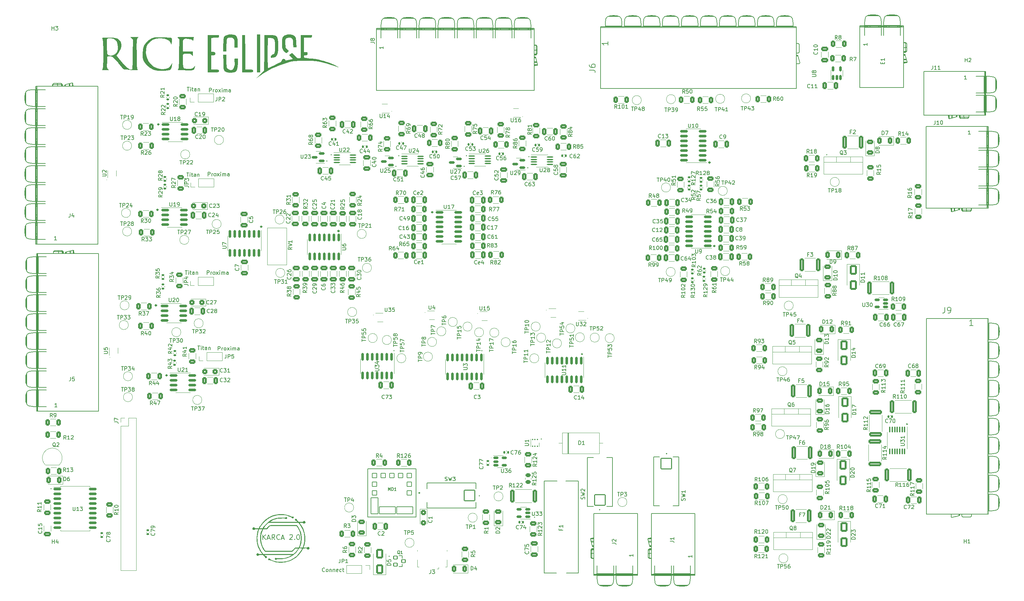
<source format=gto>
G04 #@! TF.GenerationSoftware,KiCad,Pcbnew,7.0.10*
G04 #@! TF.CreationDate,2024-12-17T12:16:58-06:00*
G04 #@! TF.ProjectId,karca_v2,6b617263-615f-4763-922e-6b696361645f,rev?*
G04 #@! TF.SameCoordinates,Original*
G04 #@! TF.FileFunction,Legend,Top*
G04 #@! TF.FilePolarity,Positive*
%FSLAX46Y46*%
G04 Gerber Fmt 4.6, Leading zero omitted, Abs format (unit mm)*
G04 Created by KiCad (PCBNEW 7.0.10) date 2024-12-17 12:16:58*
%MOMM*%
%LPD*%
G01*
G04 APERTURE LIST*
G04 Aperture macros list*
%AMRoundRect*
0 Rectangle with rounded corners*
0 $1 Rounding radius*
0 $2 $3 $4 $5 $6 $7 $8 $9 X,Y pos of 4 corners*
0 Add a 4 corners polygon primitive as box body*
4,1,4,$2,$3,$4,$5,$6,$7,$8,$9,$2,$3,0*
0 Add four circle primitives for the rounded corners*
1,1,$1+$1,$2,$3*
1,1,$1+$1,$4,$5*
1,1,$1+$1,$6,$7*
1,1,$1+$1,$8,$9*
0 Add four rect primitives between the rounded corners*
20,1,$1+$1,$2,$3,$4,$5,0*
20,1,$1+$1,$4,$5,$6,$7,0*
20,1,$1+$1,$6,$7,$8,$9,0*
20,1,$1+$1,$8,$9,$2,$3,0*%
G04 Aperture macros list end*
%ADD10C,0.202000*%
%ADD11C,0.358981*%
%ADD12C,0.254605*%
%ADD13C,0.150000*%
%ADD14C,0.075001*%
%ADD15C,0.200000*%
%ADD16C,0.127000*%
%ADD17C,0.120000*%
%ADD18C,0.250000*%
%ADD19C,0.010000*%
%ADD20C,0.203200*%
%ADD21C,3.200000*%
%ADD22RoundRect,0.250000X0.312500X0.625000X-0.312500X0.625000X-0.312500X-0.625000X0.312500X-0.625000X0*%
%ADD23RoundRect,0.250000X0.625000X-0.312500X0.625000X0.312500X-0.625000X0.312500X-0.625000X-0.312500X0*%
%ADD24RoundRect,0.250000X0.325000X0.650000X-0.325000X0.650000X-0.325000X-0.650000X0.325000X-0.650000X0*%
%ADD25C,2.000000*%
%ADD26RoundRect,0.250000X-0.312500X-0.625000X0.312500X-0.625000X0.312500X0.625000X-0.312500X0.625000X0*%
%ADD27RoundRect,0.150000X0.587500X0.150000X-0.587500X0.150000X-0.587500X-0.150000X0.587500X-0.150000X0*%
%ADD28R,1.350000X1.350000*%
%ADD29O,1.350000X1.350000*%
%ADD30RoundRect,0.250000X-0.325000X-0.650000X0.325000X-0.650000X0.325000X0.650000X-0.325000X0.650000X0*%
%ADD31RoundRect,0.135000X-0.185000X0.135000X-0.185000X-0.135000X0.185000X-0.135000X0.185000X0.135000X0*%
%ADD32RoundRect,0.250000X0.375000X0.625000X-0.375000X0.625000X-0.375000X-0.625000X0.375000X-0.625000X0*%
%ADD33RoundRect,0.150000X-0.825000X-0.150000X0.825000X-0.150000X0.825000X0.150000X-0.825000X0.150000X0*%
%ADD34RoundRect,0.100000X-0.712500X-0.100000X0.712500X-0.100000X0.712500X0.100000X-0.712500X0.100000X0*%
%ADD35RoundRect,0.150000X0.825000X0.150000X-0.825000X0.150000X-0.825000X-0.150000X0.825000X-0.150000X0*%
%ADD36R,0.650000X0.400000*%
%ADD37RoundRect,0.250000X-0.650000X0.325000X-0.650000X-0.325000X0.650000X-0.325000X0.650000X0.325000X0*%
%ADD38RoundRect,0.150000X-0.150000X0.825000X-0.150000X-0.825000X0.150000X-0.825000X0.150000X0.825000X0*%
%ADD39RoundRect,0.102000X1.387500X1.387500X-1.387500X1.387500X-1.387500X-1.387500X1.387500X-1.387500X0*%
%ADD40C,2.979000*%
%ADD41RoundRect,0.250000X-0.650000X1.000000X-0.650000X-1.000000X0.650000X-1.000000X0.650000X1.000000X0*%
%ADD42RoundRect,0.250000X-0.625000X0.312500X-0.625000X-0.312500X0.625000X-0.312500X0.625000X0.312500X0*%
%ADD43RoundRect,0.250000X0.650000X-0.325000X0.650000X0.325000X-0.650000X0.325000X-0.650000X-0.325000X0*%
%ADD44RoundRect,0.250000X-0.312500X-1.450000X0.312500X-1.450000X0.312500X1.450000X-0.312500X1.450000X0*%
%ADD45RoundRect,0.135000X0.185000X-0.135000X0.185000X0.135000X-0.185000X0.135000X-0.185000X-0.135000X0*%
%ADD46RoundRect,0.250000X0.362500X1.425000X-0.362500X1.425000X-0.362500X-1.425000X0.362500X-1.425000X0*%
%ADD47R,3.200000X3.200000*%
%ADD48O,3.200000X3.200000*%
%ADD49RoundRect,0.250000X0.450000X0.425000X-0.450000X0.425000X-0.450000X-0.425000X0.450000X-0.425000X0*%
%ADD50RoundRect,0.250000X0.625000X-0.375000X0.625000X0.375000X-0.625000X0.375000X-0.625000X-0.375000X0*%
%ADD51RoundRect,0.150000X0.512500X0.150000X-0.512500X0.150000X-0.512500X-0.150000X0.512500X-0.150000X0*%
%ADD52RoundRect,0.102000X1.387500X-1.387500X1.387500X1.387500X-1.387500X1.387500X-1.387500X-1.387500X0*%
%ADD53RoundRect,0.102000X0.571500X0.571500X-0.571500X0.571500X-0.571500X-0.571500X0.571500X-0.571500X0*%
%ADD54RoundRect,0.102000X2.095500X0.952500X-2.095500X0.952500X-2.095500X-0.952500X2.095500X-0.952500X0*%
%ADD55RoundRect,0.102000X0.952500X2.095500X-0.952500X2.095500X-0.952500X-2.095500X0.952500X-2.095500X0*%
%ADD56RoundRect,0.250000X0.650000X-1.000000X0.650000X1.000000X-0.650000X1.000000X-0.650000X-1.000000X0*%
%ADD57R,0.400000X0.650000*%
%ADD58O,2.134400X4.064800*%
%ADD59RoundRect,0.140000X0.140000X0.170000X-0.140000X0.170000X-0.140000X-0.170000X0.140000X-0.170000X0*%
%ADD60O,2.154000X4.104000*%
%ADD61C,1.440000*%
%ADD62O,4.064800X2.134400*%
%ADD63RoundRect,0.102000X0.450000X0.400000X-0.450000X0.400000X-0.450000X-0.400000X0.450000X-0.400000X0*%
%ADD64R,1.905000X2.000000*%
%ADD65O,1.905000X2.000000*%
%ADD66RoundRect,0.100000X-0.100000X0.637500X-0.100000X-0.637500X0.100000X-0.637500X0.100000X0.637500X0*%
%ADD67RoundRect,0.093750X-0.106250X0.093750X-0.106250X-0.093750X0.106250X-0.093750X0.106250X0.093750X0*%
%ADD68R,1.600000X1.000000*%
%ADD69R,1.800000X1.150000*%
%ADD70RoundRect,0.150000X-0.512500X-0.150000X0.512500X-0.150000X0.512500X0.150000X-0.512500X0.150000X0*%
%ADD71RoundRect,0.140000X-0.140000X-0.170000X0.140000X-0.170000X0.140000X0.170000X-0.140000X0.170000X0*%
%ADD72RoundRect,0.150000X0.150000X-0.512500X0.150000X0.512500X-0.150000X0.512500X-0.150000X-0.512500X0*%
%ADD73RoundRect,0.150000X-0.875000X-0.150000X0.875000X-0.150000X0.875000X0.150000X-0.875000X0.150000X0*%
%ADD74RoundRect,0.102000X-1.387500X1.387500X-1.387500X-1.387500X1.387500X-1.387500X1.387500X1.387500X0*%
%ADD75RoundRect,0.250000X1.425000X-0.362500X1.425000X0.362500X-1.425000X0.362500X-1.425000X-0.362500X0*%
%ADD76RoundRect,0.250000X-0.425000X0.450000X-0.425000X-0.450000X0.425000X-0.450000X0.425000X0.450000X0*%
%ADD77RoundRect,0.140000X-0.170000X0.140000X-0.170000X-0.140000X0.170000X-0.140000X0.170000X0.140000X0*%
%ADD78C,2.184000*%
%ADD79R,1.050000X1.500000*%
%ADD80O,1.050000X1.500000*%
%ADD81O,4.104000X2.154000*%
%ADD82RoundRect,0.250000X-0.362500X-1.425000X0.362500X-1.425000X0.362500X1.425000X-0.362500X1.425000X0*%
%ADD83RoundRect,0.140000X0.170000X-0.140000X0.170000X0.140000X-0.170000X0.140000X-0.170000X-0.140000X0*%
%ADD84R,0.400000X1.350000*%
%ADD85O,1.200000X1.900000*%
%ADD86R,1.200000X1.900000*%
%ADD87C,1.450000*%
%ADD88R,1.500000X1.900000*%
%ADD89RoundRect,0.250000X-1.425000X0.362500X-1.425000X-0.362500X1.425000X-0.362500X1.425000X0.362500X0*%
%ADD90RoundRect,0.250000X-0.450000X0.262500X-0.450000X-0.262500X0.450000X-0.262500X0.450000X0.262500X0*%
G04 APERTURE END LIST*
D10*
X238988000Y-75438000D02*
G75*
G03*
X238786000Y-75438000I-101000J0D01*
G01*
X238786000Y-75438000D02*
G75*
G03*
X238988000Y-75438000I101000J0D01*
G01*
D11*
X65457490Y-133477000D02*
G75*
G03*
X65098510Y-133477000I-179490J0D01*
G01*
X65098510Y-133477000D02*
G75*
G03*
X65457490Y-133477000I179490J0D01*
G01*
D12*
X260096302Y-146304000D02*
G75*
G03*
X259841698Y-146304000I-127302J0D01*
G01*
X259841698Y-146304000D02*
G75*
G03*
X260096302Y-146304000I127302J0D01*
G01*
D13*
X50419001Y-128778000D02*
G75*
G03*
X50418999Y-128778000I-1J0D01*
G01*
X50418999Y-128778000D02*
G75*
G03*
X50419001Y-128778000I1J0D01*
G01*
D10*
X107543000Y-77089000D02*
G75*
G03*
X107341000Y-77089000I-101000J0D01*
G01*
X107341000Y-77089000D02*
G75*
G03*
X107543000Y-77089000I101000J0D01*
G01*
X148310000Y-127000000D02*
G75*
G03*
X148108000Y-127000000I-101000J0D01*
G01*
X148108000Y-127000000D02*
G75*
G03*
X148310000Y-127000000I101000J0D01*
G01*
X144246000Y-75692000D02*
G75*
G03*
X144044000Y-75692000I-101000J0D01*
G01*
X144044000Y-75692000D02*
G75*
G03*
X144246000Y-75692000I101000J0D01*
G01*
X125196000Y-127000000D02*
G75*
G03*
X124994000Y-127000000I-101000J0D01*
G01*
X124994000Y-127000000D02*
G75*
G03*
X125196000Y-127000000I101000J0D01*
G01*
D13*
X158877001Y-65405000D02*
G75*
G03*
X158876999Y-65405000I-1J0D01*
G01*
X158876999Y-65405000D02*
G75*
G03*
X158877001Y-65405000I1J0D01*
G01*
D10*
X160375000Y-78867000D02*
G75*
G03*
X160173000Y-78867000I-101000J0D01*
G01*
X160173000Y-78867000D02*
G75*
G03*
X160375000Y-78867000I101000J0D01*
G01*
D11*
X62663490Y-115062000D02*
G75*
G03*
X62304510Y-115062000I-179490J0D01*
G01*
X62304510Y-115062000D02*
G75*
G03*
X62663490Y-115062000I179490J0D01*
G01*
D10*
X35026000Y-163322000D02*
G75*
G03*
X34824000Y-163322000I-101000J0D01*
G01*
X34824000Y-163322000D02*
G75*
G03*
X35026000Y-163322000I101000J0D01*
G01*
X126466000Y-75692000D02*
G75*
G03*
X126264000Y-75692000I-101000J0D01*
G01*
X126264000Y-75692000D02*
G75*
G03*
X126466000Y-75692000I101000J0D01*
G01*
X163931000Y-150241000D02*
G75*
G03*
X163729000Y-150241000I-101000J0D01*
G01*
X163729000Y-150241000D02*
G75*
G03*
X163931000Y-150241000I101000J0D01*
G01*
D11*
X209475490Y-99441000D02*
G75*
G03*
X209116510Y-99441000I-179490J0D01*
G01*
X209116510Y-99441000D02*
G75*
G03*
X209475490Y-99441000I179490J0D01*
G01*
D13*
X119634001Y-117602000D02*
G75*
G03*
X119633999Y-117602000I-1J0D01*
G01*
X119633999Y-117602000D02*
G75*
G03*
X119634001Y-117602000I1J0D01*
G01*
D14*
X240194500Y-55880000D02*
G75*
G03*
X240119500Y-55880000I-37500J0D01*
G01*
X240119500Y-55880000D02*
G75*
G03*
X240194500Y-55880000I37500J0D01*
G01*
D13*
X165100001Y-116332000D02*
G75*
G03*
X165099999Y-116332000I-1J0D01*
G01*
X165099999Y-116332000D02*
G75*
G03*
X165100001Y-116332000I1J0D01*
G01*
X176022001Y-118491000D02*
G75*
G03*
X176021999Y-118491000I-1J0D01*
G01*
X176021999Y-118491000D02*
G75*
G03*
X176022001Y-118491000I1J0D01*
G01*
X49530001Y-82042000D02*
G75*
G03*
X49529999Y-82042000I-1J0D01*
G01*
X49529999Y-82042000D02*
G75*
G03*
X49530001Y-82042000I1J0D01*
G01*
X124460001Y-64008000D02*
G75*
G03*
X124459999Y-64008000I-1J0D01*
G01*
X124459999Y-64008000D02*
G75*
G03*
X124460001Y-64008000I1J0D01*
G01*
D11*
X208205490Y-77470000D02*
G75*
G03*
X207846510Y-77470000I-179490J0D01*
G01*
X207846510Y-77470000D02*
G75*
G03*
X208205490Y-77470000I179490J0D01*
G01*
D10*
X108686000Y-75438000D02*
G75*
G03*
X108484000Y-75438000I-101000J0D01*
G01*
X108484000Y-75438000D02*
G75*
G03*
X108686000Y-75438000I101000J0D01*
G01*
D11*
X135307490Y-90551000D02*
G75*
G03*
X134948510Y-90551000I-179490J0D01*
G01*
X134948510Y-90551000D02*
G75*
G03*
X135307490Y-90551000I179490J0D01*
G01*
D10*
X125704000Y-78486000D02*
G75*
G03*
X125502000Y-78486000I-101000J0D01*
G01*
X125502000Y-78486000D02*
G75*
G03*
X125704000Y-78486000I101000J0D01*
G01*
X162153000Y-170815000D02*
G75*
G03*
X161951000Y-170815000I-101000J0D01*
G01*
X161951000Y-170815000D02*
G75*
G03*
X162153000Y-170815000I101000J0D01*
G01*
X123926000Y-181102000D02*
G75*
G03*
X123724000Y-181102000I-101000J0D01*
G01*
X123724000Y-181102000D02*
G75*
G03*
X123926000Y-181102000I101000J0D01*
G01*
D11*
X63044490Y-89916000D02*
G75*
G03*
X62685510Y-89916000I-179490J0D01*
G01*
X62685510Y-89916000D02*
G75*
G03*
X63044490Y-89916000I179490J0D01*
G01*
X63298490Y-67437000D02*
G75*
G03*
X62939510Y-67437000I-179490J0D01*
G01*
X62939510Y-67437000D02*
G75*
G03*
X63298490Y-67437000I179490J0D01*
G01*
D10*
X143611000Y-78486000D02*
G75*
G03*
X143409000Y-78486000I-101000J0D01*
G01*
X143409000Y-78486000D02*
G75*
G03*
X143611000Y-78486000I101000J0D01*
G01*
D13*
X150622001Y-155194000D02*
G75*
G03*
X150621999Y-155194000I-1J0D01*
G01*
X150621999Y-155194000D02*
G75*
G03*
X150622001Y-155194000I1J0D01*
G01*
X147066001Y-117221000D02*
G75*
G03*
X147065999Y-117221000I-1J0D01*
G01*
X147065999Y-117221000D02*
G75*
G03*
X147066001Y-117221000I1J0D01*
G01*
D11*
X110669490Y-95504000D02*
G75*
G03*
X110310510Y-95504000I-179490J0D01*
G01*
X110310510Y-95504000D02*
G75*
G03*
X110669490Y-95504000I179490J0D01*
G01*
D12*
X174625302Y-127889000D02*
G75*
G03*
X174370698Y-127889000I-127302J0D01*
G01*
X174370698Y-127889000D02*
G75*
G03*
X174625302Y-127889000I127302J0D01*
G01*
D11*
X90349490Y-94361000D02*
G75*
G03*
X89990510Y-94361000I-179490J0D01*
G01*
X89990510Y-94361000D02*
G75*
G03*
X90349490Y-94361000I179490J0D01*
G01*
D10*
X160629000Y-75946000D02*
G75*
G03*
X160427000Y-75946000I-101000J0D01*
G01*
X160427000Y-75946000D02*
G75*
G03*
X160629000Y-75946000I101000J0D01*
G01*
D13*
X133223001Y-116967000D02*
G75*
G03*
X133222999Y-116967000I-1J0D01*
G01*
X133222999Y-116967000D02*
G75*
G03*
X133223001Y-116967000I1J0D01*
G01*
X76536779Y-58924819D02*
X76536779Y-57924819D01*
X76536779Y-57924819D02*
X76917731Y-57924819D01*
X76917731Y-57924819D02*
X77012969Y-57972438D01*
X77012969Y-57972438D02*
X77060588Y-58020057D01*
X77060588Y-58020057D02*
X77108207Y-58115295D01*
X77108207Y-58115295D02*
X77108207Y-58258152D01*
X77108207Y-58258152D02*
X77060588Y-58353390D01*
X77060588Y-58353390D02*
X77012969Y-58401009D01*
X77012969Y-58401009D02*
X76917731Y-58448628D01*
X76917731Y-58448628D02*
X76536779Y-58448628D01*
X77536779Y-58924819D02*
X77536779Y-58258152D01*
X77536779Y-58448628D02*
X77584398Y-58353390D01*
X77584398Y-58353390D02*
X77632017Y-58305771D01*
X77632017Y-58305771D02*
X77727255Y-58258152D01*
X77727255Y-58258152D02*
X77822493Y-58258152D01*
X78298684Y-58924819D02*
X78203446Y-58877200D01*
X78203446Y-58877200D02*
X78155827Y-58829580D01*
X78155827Y-58829580D02*
X78108208Y-58734342D01*
X78108208Y-58734342D02*
X78108208Y-58448628D01*
X78108208Y-58448628D02*
X78155827Y-58353390D01*
X78155827Y-58353390D02*
X78203446Y-58305771D01*
X78203446Y-58305771D02*
X78298684Y-58258152D01*
X78298684Y-58258152D02*
X78441541Y-58258152D01*
X78441541Y-58258152D02*
X78536779Y-58305771D01*
X78536779Y-58305771D02*
X78584398Y-58353390D01*
X78584398Y-58353390D02*
X78632017Y-58448628D01*
X78632017Y-58448628D02*
X78632017Y-58734342D01*
X78632017Y-58734342D02*
X78584398Y-58829580D01*
X78584398Y-58829580D02*
X78536779Y-58877200D01*
X78536779Y-58877200D02*
X78441541Y-58924819D01*
X78441541Y-58924819D02*
X78298684Y-58924819D01*
X78965351Y-58924819D02*
X79489160Y-58258152D01*
X78965351Y-58258152D02*
X79489160Y-58924819D01*
X79870113Y-58924819D02*
X79870113Y-58258152D01*
X79870113Y-57924819D02*
X79822494Y-57972438D01*
X79822494Y-57972438D02*
X79870113Y-58020057D01*
X79870113Y-58020057D02*
X79917732Y-57972438D01*
X79917732Y-57972438D02*
X79870113Y-57924819D01*
X79870113Y-57924819D02*
X79870113Y-58020057D01*
X80346303Y-58924819D02*
X80346303Y-58258152D01*
X80346303Y-58353390D02*
X80393922Y-58305771D01*
X80393922Y-58305771D02*
X80489160Y-58258152D01*
X80489160Y-58258152D02*
X80632017Y-58258152D01*
X80632017Y-58258152D02*
X80727255Y-58305771D01*
X80727255Y-58305771D02*
X80774874Y-58401009D01*
X80774874Y-58401009D02*
X80774874Y-58924819D01*
X80774874Y-58401009D02*
X80822493Y-58305771D01*
X80822493Y-58305771D02*
X80917731Y-58258152D01*
X80917731Y-58258152D02*
X81060588Y-58258152D01*
X81060588Y-58258152D02*
X81155827Y-58305771D01*
X81155827Y-58305771D02*
X81203446Y-58401009D01*
X81203446Y-58401009D02*
X81203446Y-58924819D01*
X82108207Y-58924819D02*
X82108207Y-58401009D01*
X82108207Y-58401009D02*
X82060588Y-58305771D01*
X82060588Y-58305771D02*
X81965350Y-58258152D01*
X81965350Y-58258152D02*
X81774874Y-58258152D01*
X81774874Y-58258152D02*
X81679636Y-58305771D01*
X82108207Y-58877200D02*
X82012969Y-58924819D01*
X82012969Y-58924819D02*
X81774874Y-58924819D01*
X81774874Y-58924819D02*
X81679636Y-58877200D01*
X81679636Y-58877200D02*
X81632017Y-58781961D01*
X81632017Y-58781961D02*
X81632017Y-58686723D01*
X81632017Y-58686723D02*
X81679636Y-58591485D01*
X81679636Y-58591485D02*
X81774874Y-58543866D01*
X81774874Y-58543866D02*
X82012969Y-58543866D01*
X82012969Y-58543866D02*
X82108207Y-58496247D01*
X70170922Y-105930819D02*
X70742350Y-105930819D01*
X70456636Y-106930819D02*
X70456636Y-105930819D01*
X71075684Y-106930819D02*
X71075684Y-106264152D01*
X71075684Y-105930819D02*
X71028065Y-105978438D01*
X71028065Y-105978438D02*
X71075684Y-106026057D01*
X71075684Y-106026057D02*
X71123303Y-105978438D01*
X71123303Y-105978438D02*
X71075684Y-105930819D01*
X71075684Y-105930819D02*
X71075684Y-106026057D01*
X71409017Y-106264152D02*
X71789969Y-106264152D01*
X71551874Y-105930819D02*
X71551874Y-106787961D01*
X71551874Y-106787961D02*
X71599493Y-106883200D01*
X71599493Y-106883200D02*
X71694731Y-106930819D01*
X71694731Y-106930819D02*
X71789969Y-106930819D01*
X72551874Y-106930819D02*
X72551874Y-106407009D01*
X72551874Y-106407009D02*
X72504255Y-106311771D01*
X72504255Y-106311771D02*
X72409017Y-106264152D01*
X72409017Y-106264152D02*
X72218541Y-106264152D01*
X72218541Y-106264152D02*
X72123303Y-106311771D01*
X72551874Y-106883200D02*
X72456636Y-106930819D01*
X72456636Y-106930819D02*
X72218541Y-106930819D01*
X72218541Y-106930819D02*
X72123303Y-106883200D01*
X72123303Y-106883200D02*
X72075684Y-106787961D01*
X72075684Y-106787961D02*
X72075684Y-106692723D01*
X72075684Y-106692723D02*
X72123303Y-106597485D01*
X72123303Y-106597485D02*
X72218541Y-106549866D01*
X72218541Y-106549866D02*
X72456636Y-106549866D01*
X72456636Y-106549866D02*
X72551874Y-106502247D01*
X73028065Y-106264152D02*
X73028065Y-106930819D01*
X73028065Y-106359390D02*
X73075684Y-106311771D01*
X73075684Y-106311771D02*
X73170922Y-106264152D01*
X73170922Y-106264152D02*
X73313779Y-106264152D01*
X73313779Y-106264152D02*
X73409017Y-106311771D01*
X73409017Y-106311771D02*
X73456636Y-106407009D01*
X73456636Y-106407009D02*
X73456636Y-106930819D01*
X70551922Y-80149819D02*
X71123350Y-80149819D01*
X70837636Y-81149819D02*
X70837636Y-80149819D01*
X71456684Y-81149819D02*
X71456684Y-80483152D01*
X71456684Y-80149819D02*
X71409065Y-80197438D01*
X71409065Y-80197438D02*
X71456684Y-80245057D01*
X71456684Y-80245057D02*
X71504303Y-80197438D01*
X71504303Y-80197438D02*
X71456684Y-80149819D01*
X71456684Y-80149819D02*
X71456684Y-80245057D01*
X71790017Y-80483152D02*
X72170969Y-80483152D01*
X71932874Y-80149819D02*
X71932874Y-81006961D01*
X71932874Y-81006961D02*
X71980493Y-81102200D01*
X71980493Y-81102200D02*
X72075731Y-81149819D01*
X72075731Y-81149819D02*
X72170969Y-81149819D01*
X72932874Y-81149819D02*
X72932874Y-80626009D01*
X72932874Y-80626009D02*
X72885255Y-80530771D01*
X72885255Y-80530771D02*
X72790017Y-80483152D01*
X72790017Y-80483152D02*
X72599541Y-80483152D01*
X72599541Y-80483152D02*
X72504303Y-80530771D01*
X72932874Y-81102200D02*
X72837636Y-81149819D01*
X72837636Y-81149819D02*
X72599541Y-81149819D01*
X72599541Y-81149819D02*
X72504303Y-81102200D01*
X72504303Y-81102200D02*
X72456684Y-81006961D01*
X72456684Y-81006961D02*
X72456684Y-80911723D01*
X72456684Y-80911723D02*
X72504303Y-80816485D01*
X72504303Y-80816485D02*
X72599541Y-80768866D01*
X72599541Y-80768866D02*
X72837636Y-80768866D01*
X72837636Y-80768866D02*
X72932874Y-80721247D01*
X73409065Y-80483152D02*
X73409065Y-81149819D01*
X73409065Y-80578390D02*
X73456684Y-80530771D01*
X73456684Y-80530771D02*
X73551922Y-80483152D01*
X73551922Y-80483152D02*
X73694779Y-80483152D01*
X73694779Y-80483152D02*
X73790017Y-80530771D01*
X73790017Y-80530771D02*
X73837636Y-80626009D01*
X73837636Y-80626009D02*
X73837636Y-81149819D01*
X70678922Y-57670819D02*
X71250350Y-57670819D01*
X70964636Y-58670819D02*
X70964636Y-57670819D01*
X71583684Y-58670819D02*
X71583684Y-58004152D01*
X71583684Y-57670819D02*
X71536065Y-57718438D01*
X71536065Y-57718438D02*
X71583684Y-57766057D01*
X71583684Y-57766057D02*
X71631303Y-57718438D01*
X71631303Y-57718438D02*
X71583684Y-57670819D01*
X71583684Y-57670819D02*
X71583684Y-57766057D01*
X71917017Y-58004152D02*
X72297969Y-58004152D01*
X72059874Y-57670819D02*
X72059874Y-58527961D01*
X72059874Y-58527961D02*
X72107493Y-58623200D01*
X72107493Y-58623200D02*
X72202731Y-58670819D01*
X72202731Y-58670819D02*
X72297969Y-58670819D01*
X73059874Y-58670819D02*
X73059874Y-58147009D01*
X73059874Y-58147009D02*
X73012255Y-58051771D01*
X73012255Y-58051771D02*
X72917017Y-58004152D01*
X72917017Y-58004152D02*
X72726541Y-58004152D01*
X72726541Y-58004152D02*
X72631303Y-58051771D01*
X73059874Y-58623200D02*
X72964636Y-58670819D01*
X72964636Y-58670819D02*
X72726541Y-58670819D01*
X72726541Y-58670819D02*
X72631303Y-58623200D01*
X72631303Y-58623200D02*
X72583684Y-58527961D01*
X72583684Y-58527961D02*
X72583684Y-58432723D01*
X72583684Y-58432723D02*
X72631303Y-58337485D01*
X72631303Y-58337485D02*
X72726541Y-58289866D01*
X72726541Y-58289866D02*
X72964636Y-58289866D01*
X72964636Y-58289866D02*
X73059874Y-58242247D01*
X73536065Y-58004152D02*
X73536065Y-58670819D01*
X73536065Y-58099390D02*
X73583684Y-58051771D01*
X73583684Y-58051771D02*
X73678922Y-58004152D01*
X73678922Y-58004152D02*
X73821779Y-58004152D01*
X73821779Y-58004152D02*
X73917017Y-58051771D01*
X73917017Y-58051771D02*
X73964636Y-58147009D01*
X73964636Y-58147009D02*
X73964636Y-58670819D01*
X106826207Y-185067580D02*
X106778588Y-185115200D01*
X106778588Y-185115200D02*
X106635731Y-185162819D01*
X106635731Y-185162819D02*
X106540493Y-185162819D01*
X106540493Y-185162819D02*
X106397636Y-185115200D01*
X106397636Y-185115200D02*
X106302398Y-185019961D01*
X106302398Y-185019961D02*
X106254779Y-184924723D01*
X106254779Y-184924723D02*
X106207160Y-184734247D01*
X106207160Y-184734247D02*
X106207160Y-184591390D01*
X106207160Y-184591390D02*
X106254779Y-184400914D01*
X106254779Y-184400914D02*
X106302398Y-184305676D01*
X106302398Y-184305676D02*
X106397636Y-184210438D01*
X106397636Y-184210438D02*
X106540493Y-184162819D01*
X106540493Y-184162819D02*
X106635731Y-184162819D01*
X106635731Y-184162819D02*
X106778588Y-184210438D01*
X106778588Y-184210438D02*
X106826207Y-184258057D01*
X107397636Y-185162819D02*
X107302398Y-185115200D01*
X107302398Y-185115200D02*
X107254779Y-185067580D01*
X107254779Y-185067580D02*
X107207160Y-184972342D01*
X107207160Y-184972342D02*
X107207160Y-184686628D01*
X107207160Y-184686628D02*
X107254779Y-184591390D01*
X107254779Y-184591390D02*
X107302398Y-184543771D01*
X107302398Y-184543771D02*
X107397636Y-184496152D01*
X107397636Y-184496152D02*
X107540493Y-184496152D01*
X107540493Y-184496152D02*
X107635731Y-184543771D01*
X107635731Y-184543771D02*
X107683350Y-184591390D01*
X107683350Y-184591390D02*
X107730969Y-184686628D01*
X107730969Y-184686628D02*
X107730969Y-184972342D01*
X107730969Y-184972342D02*
X107683350Y-185067580D01*
X107683350Y-185067580D02*
X107635731Y-185115200D01*
X107635731Y-185115200D02*
X107540493Y-185162819D01*
X107540493Y-185162819D02*
X107397636Y-185162819D01*
X108159541Y-184496152D02*
X108159541Y-185162819D01*
X108159541Y-184591390D02*
X108207160Y-184543771D01*
X108207160Y-184543771D02*
X108302398Y-184496152D01*
X108302398Y-184496152D02*
X108445255Y-184496152D01*
X108445255Y-184496152D02*
X108540493Y-184543771D01*
X108540493Y-184543771D02*
X108588112Y-184639009D01*
X108588112Y-184639009D02*
X108588112Y-185162819D01*
X109064303Y-184496152D02*
X109064303Y-185162819D01*
X109064303Y-184591390D02*
X109111922Y-184543771D01*
X109111922Y-184543771D02*
X109207160Y-184496152D01*
X109207160Y-184496152D02*
X109350017Y-184496152D01*
X109350017Y-184496152D02*
X109445255Y-184543771D01*
X109445255Y-184543771D02*
X109492874Y-184639009D01*
X109492874Y-184639009D02*
X109492874Y-185162819D01*
X110350017Y-185115200D02*
X110254779Y-185162819D01*
X110254779Y-185162819D02*
X110064303Y-185162819D01*
X110064303Y-185162819D02*
X109969065Y-185115200D01*
X109969065Y-185115200D02*
X109921446Y-185019961D01*
X109921446Y-185019961D02*
X109921446Y-184639009D01*
X109921446Y-184639009D02*
X109969065Y-184543771D01*
X109969065Y-184543771D02*
X110064303Y-184496152D01*
X110064303Y-184496152D02*
X110254779Y-184496152D01*
X110254779Y-184496152D02*
X110350017Y-184543771D01*
X110350017Y-184543771D02*
X110397636Y-184639009D01*
X110397636Y-184639009D02*
X110397636Y-184734247D01*
X110397636Y-184734247D02*
X109921446Y-184829485D01*
X111254779Y-185115200D02*
X111159541Y-185162819D01*
X111159541Y-185162819D02*
X110969065Y-185162819D01*
X110969065Y-185162819D02*
X110873827Y-185115200D01*
X110873827Y-185115200D02*
X110826208Y-185067580D01*
X110826208Y-185067580D02*
X110778589Y-184972342D01*
X110778589Y-184972342D02*
X110778589Y-184686628D01*
X110778589Y-184686628D02*
X110826208Y-184591390D01*
X110826208Y-184591390D02*
X110873827Y-184543771D01*
X110873827Y-184543771D02*
X110969065Y-184496152D01*
X110969065Y-184496152D02*
X111159541Y-184496152D01*
X111159541Y-184496152D02*
X111254779Y-184543771D01*
X111540494Y-184496152D02*
X111921446Y-184496152D01*
X111683351Y-184162819D02*
X111683351Y-185019961D01*
X111683351Y-185019961D02*
X111730970Y-185115200D01*
X111730970Y-185115200D02*
X111826208Y-185162819D01*
X111826208Y-185162819D02*
X111921446Y-185162819D01*
X78822779Y-126869819D02*
X78822779Y-125869819D01*
X78822779Y-125869819D02*
X79203731Y-125869819D01*
X79203731Y-125869819D02*
X79298969Y-125917438D01*
X79298969Y-125917438D02*
X79346588Y-125965057D01*
X79346588Y-125965057D02*
X79394207Y-126060295D01*
X79394207Y-126060295D02*
X79394207Y-126203152D01*
X79394207Y-126203152D02*
X79346588Y-126298390D01*
X79346588Y-126298390D02*
X79298969Y-126346009D01*
X79298969Y-126346009D02*
X79203731Y-126393628D01*
X79203731Y-126393628D02*
X78822779Y-126393628D01*
X79822779Y-126869819D02*
X79822779Y-126203152D01*
X79822779Y-126393628D02*
X79870398Y-126298390D01*
X79870398Y-126298390D02*
X79918017Y-126250771D01*
X79918017Y-126250771D02*
X80013255Y-126203152D01*
X80013255Y-126203152D02*
X80108493Y-126203152D01*
X80584684Y-126869819D02*
X80489446Y-126822200D01*
X80489446Y-126822200D02*
X80441827Y-126774580D01*
X80441827Y-126774580D02*
X80394208Y-126679342D01*
X80394208Y-126679342D02*
X80394208Y-126393628D01*
X80394208Y-126393628D02*
X80441827Y-126298390D01*
X80441827Y-126298390D02*
X80489446Y-126250771D01*
X80489446Y-126250771D02*
X80584684Y-126203152D01*
X80584684Y-126203152D02*
X80727541Y-126203152D01*
X80727541Y-126203152D02*
X80822779Y-126250771D01*
X80822779Y-126250771D02*
X80870398Y-126298390D01*
X80870398Y-126298390D02*
X80918017Y-126393628D01*
X80918017Y-126393628D02*
X80918017Y-126679342D01*
X80918017Y-126679342D02*
X80870398Y-126774580D01*
X80870398Y-126774580D02*
X80822779Y-126822200D01*
X80822779Y-126822200D02*
X80727541Y-126869819D01*
X80727541Y-126869819D02*
X80584684Y-126869819D01*
X81251351Y-126869819D02*
X81775160Y-126203152D01*
X81251351Y-126203152D02*
X81775160Y-126869819D01*
X82156113Y-126869819D02*
X82156113Y-126203152D01*
X82156113Y-125869819D02*
X82108494Y-125917438D01*
X82108494Y-125917438D02*
X82156113Y-125965057D01*
X82156113Y-125965057D02*
X82203732Y-125917438D01*
X82203732Y-125917438D02*
X82156113Y-125869819D01*
X82156113Y-125869819D02*
X82156113Y-125965057D01*
X82632303Y-126869819D02*
X82632303Y-126203152D01*
X82632303Y-126298390D02*
X82679922Y-126250771D01*
X82679922Y-126250771D02*
X82775160Y-126203152D01*
X82775160Y-126203152D02*
X82918017Y-126203152D01*
X82918017Y-126203152D02*
X83013255Y-126250771D01*
X83013255Y-126250771D02*
X83060874Y-126346009D01*
X83060874Y-126346009D02*
X83060874Y-126869819D01*
X83060874Y-126346009D02*
X83108493Y-126250771D01*
X83108493Y-126250771D02*
X83203731Y-126203152D01*
X83203731Y-126203152D02*
X83346588Y-126203152D01*
X83346588Y-126203152D02*
X83441827Y-126250771D01*
X83441827Y-126250771D02*
X83489446Y-126346009D01*
X83489446Y-126346009D02*
X83489446Y-126869819D01*
X84394207Y-126869819D02*
X84394207Y-126346009D01*
X84394207Y-126346009D02*
X84346588Y-126250771D01*
X84346588Y-126250771D02*
X84251350Y-126203152D01*
X84251350Y-126203152D02*
X84060874Y-126203152D01*
X84060874Y-126203152D02*
X83965636Y-126250771D01*
X84394207Y-126822200D02*
X84298969Y-126869819D01*
X84298969Y-126869819D02*
X84060874Y-126869819D01*
X84060874Y-126869819D02*
X83965636Y-126822200D01*
X83965636Y-126822200D02*
X83918017Y-126726961D01*
X83918017Y-126726961D02*
X83918017Y-126631723D01*
X83918017Y-126631723D02*
X83965636Y-126536485D01*
X83965636Y-126536485D02*
X84060874Y-126488866D01*
X84060874Y-126488866D02*
X84298969Y-126488866D01*
X84298969Y-126488866D02*
X84394207Y-126441247D01*
X73472922Y-125742819D02*
X74044350Y-125742819D01*
X73758636Y-126742819D02*
X73758636Y-125742819D01*
X74377684Y-126742819D02*
X74377684Y-126076152D01*
X74377684Y-125742819D02*
X74330065Y-125790438D01*
X74330065Y-125790438D02*
X74377684Y-125838057D01*
X74377684Y-125838057D02*
X74425303Y-125790438D01*
X74425303Y-125790438D02*
X74377684Y-125742819D01*
X74377684Y-125742819D02*
X74377684Y-125838057D01*
X74711017Y-126076152D02*
X75091969Y-126076152D01*
X74853874Y-125742819D02*
X74853874Y-126599961D01*
X74853874Y-126599961D02*
X74901493Y-126695200D01*
X74901493Y-126695200D02*
X74996731Y-126742819D01*
X74996731Y-126742819D02*
X75091969Y-126742819D01*
X75853874Y-126742819D02*
X75853874Y-126219009D01*
X75853874Y-126219009D02*
X75806255Y-126123771D01*
X75806255Y-126123771D02*
X75711017Y-126076152D01*
X75711017Y-126076152D02*
X75520541Y-126076152D01*
X75520541Y-126076152D02*
X75425303Y-126123771D01*
X75853874Y-126695200D02*
X75758636Y-126742819D01*
X75758636Y-126742819D02*
X75520541Y-126742819D01*
X75520541Y-126742819D02*
X75425303Y-126695200D01*
X75425303Y-126695200D02*
X75377684Y-126599961D01*
X75377684Y-126599961D02*
X75377684Y-126504723D01*
X75377684Y-126504723D02*
X75425303Y-126409485D01*
X75425303Y-126409485D02*
X75520541Y-126361866D01*
X75520541Y-126361866D02*
X75758636Y-126361866D01*
X75758636Y-126361866D02*
X75853874Y-126314247D01*
X76330065Y-126076152D02*
X76330065Y-126742819D01*
X76330065Y-126171390D02*
X76377684Y-126123771D01*
X76377684Y-126123771D02*
X76472922Y-126076152D01*
X76472922Y-126076152D02*
X76615779Y-126076152D01*
X76615779Y-126076152D02*
X76711017Y-126123771D01*
X76711017Y-126123771D02*
X76758636Y-126219009D01*
X76758636Y-126219009D02*
X76758636Y-126742819D01*
X187906819Y-180562285D02*
X187906819Y-181133713D01*
X187906819Y-180847999D02*
X186906819Y-180847999D01*
X186906819Y-180847999D02*
X187049676Y-180943237D01*
X187049676Y-180943237D02*
X187144914Y-181038475D01*
X187144914Y-181038475D02*
X187192533Y-181133713D01*
X76155779Y-81022819D02*
X76155779Y-80022819D01*
X76155779Y-80022819D02*
X76536731Y-80022819D01*
X76536731Y-80022819D02*
X76631969Y-80070438D01*
X76631969Y-80070438D02*
X76679588Y-80118057D01*
X76679588Y-80118057D02*
X76727207Y-80213295D01*
X76727207Y-80213295D02*
X76727207Y-80356152D01*
X76727207Y-80356152D02*
X76679588Y-80451390D01*
X76679588Y-80451390D02*
X76631969Y-80499009D01*
X76631969Y-80499009D02*
X76536731Y-80546628D01*
X76536731Y-80546628D02*
X76155779Y-80546628D01*
X77155779Y-81022819D02*
X77155779Y-80356152D01*
X77155779Y-80546628D02*
X77203398Y-80451390D01*
X77203398Y-80451390D02*
X77251017Y-80403771D01*
X77251017Y-80403771D02*
X77346255Y-80356152D01*
X77346255Y-80356152D02*
X77441493Y-80356152D01*
X77917684Y-81022819D02*
X77822446Y-80975200D01*
X77822446Y-80975200D02*
X77774827Y-80927580D01*
X77774827Y-80927580D02*
X77727208Y-80832342D01*
X77727208Y-80832342D02*
X77727208Y-80546628D01*
X77727208Y-80546628D02*
X77774827Y-80451390D01*
X77774827Y-80451390D02*
X77822446Y-80403771D01*
X77822446Y-80403771D02*
X77917684Y-80356152D01*
X77917684Y-80356152D02*
X78060541Y-80356152D01*
X78060541Y-80356152D02*
X78155779Y-80403771D01*
X78155779Y-80403771D02*
X78203398Y-80451390D01*
X78203398Y-80451390D02*
X78251017Y-80546628D01*
X78251017Y-80546628D02*
X78251017Y-80832342D01*
X78251017Y-80832342D02*
X78203398Y-80927580D01*
X78203398Y-80927580D02*
X78155779Y-80975200D01*
X78155779Y-80975200D02*
X78060541Y-81022819D01*
X78060541Y-81022819D02*
X77917684Y-81022819D01*
X78584351Y-81022819D02*
X79108160Y-80356152D01*
X78584351Y-80356152D02*
X79108160Y-81022819D01*
X79489113Y-81022819D02*
X79489113Y-80356152D01*
X79489113Y-80022819D02*
X79441494Y-80070438D01*
X79441494Y-80070438D02*
X79489113Y-80118057D01*
X79489113Y-80118057D02*
X79536732Y-80070438D01*
X79536732Y-80070438D02*
X79489113Y-80022819D01*
X79489113Y-80022819D02*
X79489113Y-80118057D01*
X79965303Y-81022819D02*
X79965303Y-80356152D01*
X79965303Y-80451390D02*
X80012922Y-80403771D01*
X80012922Y-80403771D02*
X80108160Y-80356152D01*
X80108160Y-80356152D02*
X80251017Y-80356152D01*
X80251017Y-80356152D02*
X80346255Y-80403771D01*
X80346255Y-80403771D02*
X80393874Y-80499009D01*
X80393874Y-80499009D02*
X80393874Y-81022819D01*
X80393874Y-80499009D02*
X80441493Y-80403771D01*
X80441493Y-80403771D02*
X80536731Y-80356152D01*
X80536731Y-80356152D02*
X80679588Y-80356152D01*
X80679588Y-80356152D02*
X80774827Y-80403771D01*
X80774827Y-80403771D02*
X80822446Y-80499009D01*
X80822446Y-80499009D02*
X80822446Y-81022819D01*
X81727207Y-81022819D02*
X81727207Y-80499009D01*
X81727207Y-80499009D02*
X81679588Y-80403771D01*
X81679588Y-80403771D02*
X81584350Y-80356152D01*
X81584350Y-80356152D02*
X81393874Y-80356152D01*
X81393874Y-80356152D02*
X81298636Y-80403771D01*
X81727207Y-80975200D02*
X81631969Y-81022819D01*
X81631969Y-81022819D02*
X81393874Y-81022819D01*
X81393874Y-81022819D02*
X81298636Y-80975200D01*
X81298636Y-80975200D02*
X81251017Y-80879961D01*
X81251017Y-80879961D02*
X81251017Y-80784723D01*
X81251017Y-80784723D02*
X81298636Y-80689485D01*
X81298636Y-80689485D02*
X81393874Y-80641866D01*
X81393874Y-80641866D02*
X81631969Y-80641866D01*
X81631969Y-80641866D02*
X81727207Y-80594247D01*
X75901779Y-106930819D02*
X75901779Y-105930819D01*
X75901779Y-105930819D02*
X76282731Y-105930819D01*
X76282731Y-105930819D02*
X76377969Y-105978438D01*
X76377969Y-105978438D02*
X76425588Y-106026057D01*
X76425588Y-106026057D02*
X76473207Y-106121295D01*
X76473207Y-106121295D02*
X76473207Y-106264152D01*
X76473207Y-106264152D02*
X76425588Y-106359390D01*
X76425588Y-106359390D02*
X76377969Y-106407009D01*
X76377969Y-106407009D02*
X76282731Y-106454628D01*
X76282731Y-106454628D02*
X75901779Y-106454628D01*
X76901779Y-106930819D02*
X76901779Y-106264152D01*
X76901779Y-106454628D02*
X76949398Y-106359390D01*
X76949398Y-106359390D02*
X76997017Y-106311771D01*
X76997017Y-106311771D02*
X77092255Y-106264152D01*
X77092255Y-106264152D02*
X77187493Y-106264152D01*
X77663684Y-106930819D02*
X77568446Y-106883200D01*
X77568446Y-106883200D02*
X77520827Y-106835580D01*
X77520827Y-106835580D02*
X77473208Y-106740342D01*
X77473208Y-106740342D02*
X77473208Y-106454628D01*
X77473208Y-106454628D02*
X77520827Y-106359390D01*
X77520827Y-106359390D02*
X77568446Y-106311771D01*
X77568446Y-106311771D02*
X77663684Y-106264152D01*
X77663684Y-106264152D02*
X77806541Y-106264152D01*
X77806541Y-106264152D02*
X77901779Y-106311771D01*
X77901779Y-106311771D02*
X77949398Y-106359390D01*
X77949398Y-106359390D02*
X77997017Y-106454628D01*
X77997017Y-106454628D02*
X77997017Y-106740342D01*
X77997017Y-106740342D02*
X77949398Y-106835580D01*
X77949398Y-106835580D02*
X77901779Y-106883200D01*
X77901779Y-106883200D02*
X77806541Y-106930819D01*
X77806541Y-106930819D02*
X77663684Y-106930819D01*
X78330351Y-106930819D02*
X78854160Y-106264152D01*
X78330351Y-106264152D02*
X78854160Y-106930819D01*
X79235113Y-106930819D02*
X79235113Y-106264152D01*
X79235113Y-105930819D02*
X79187494Y-105978438D01*
X79187494Y-105978438D02*
X79235113Y-106026057D01*
X79235113Y-106026057D02*
X79282732Y-105978438D01*
X79282732Y-105978438D02*
X79235113Y-105930819D01*
X79235113Y-105930819D02*
X79235113Y-106026057D01*
X79711303Y-106930819D02*
X79711303Y-106264152D01*
X79711303Y-106359390D02*
X79758922Y-106311771D01*
X79758922Y-106311771D02*
X79854160Y-106264152D01*
X79854160Y-106264152D02*
X79997017Y-106264152D01*
X79997017Y-106264152D02*
X80092255Y-106311771D01*
X80092255Y-106311771D02*
X80139874Y-106407009D01*
X80139874Y-106407009D02*
X80139874Y-106930819D01*
X80139874Y-106407009D02*
X80187493Y-106311771D01*
X80187493Y-106311771D02*
X80282731Y-106264152D01*
X80282731Y-106264152D02*
X80425588Y-106264152D01*
X80425588Y-106264152D02*
X80520827Y-106311771D01*
X80520827Y-106311771D02*
X80568446Y-106407009D01*
X80568446Y-106407009D02*
X80568446Y-106930819D01*
X81473207Y-106930819D02*
X81473207Y-106407009D01*
X81473207Y-106407009D02*
X81425588Y-106311771D01*
X81425588Y-106311771D02*
X81330350Y-106264152D01*
X81330350Y-106264152D02*
X81139874Y-106264152D01*
X81139874Y-106264152D02*
X81044636Y-106311771D01*
X81473207Y-106883200D02*
X81377969Y-106930819D01*
X81377969Y-106930819D02*
X81139874Y-106930819D01*
X81139874Y-106930819D02*
X81044636Y-106883200D01*
X81044636Y-106883200D02*
X80997017Y-106787961D01*
X80997017Y-106787961D02*
X80997017Y-106692723D01*
X80997017Y-106692723D02*
X81044636Y-106597485D01*
X81044636Y-106597485D02*
X81139874Y-106549866D01*
X81139874Y-106549866D02*
X81377969Y-106549866D01*
X81377969Y-106549866D02*
X81473207Y-106502247D01*
X274955095Y-177619819D02*
X274955095Y-176619819D01*
X274955095Y-177096009D02*
X275526523Y-177096009D01*
X275526523Y-177619819D02*
X275526523Y-176619819D01*
X276526523Y-177619819D02*
X275955095Y-177619819D01*
X276240809Y-177619819D02*
X276240809Y-176619819D01*
X276240809Y-176619819D02*
X276145571Y-176762676D01*
X276145571Y-176762676D02*
X276050333Y-176857914D01*
X276050333Y-176857914D02*
X275955095Y-176905533D01*
X59234642Y-122882819D02*
X58901309Y-122406628D01*
X58663214Y-122882819D02*
X58663214Y-121882819D01*
X58663214Y-121882819D02*
X59044166Y-121882819D01*
X59044166Y-121882819D02*
X59139404Y-121930438D01*
X59139404Y-121930438D02*
X59187023Y-121978057D01*
X59187023Y-121978057D02*
X59234642Y-122073295D01*
X59234642Y-122073295D02*
X59234642Y-122216152D01*
X59234642Y-122216152D02*
X59187023Y-122311390D01*
X59187023Y-122311390D02*
X59139404Y-122359009D01*
X59139404Y-122359009D02*
X59044166Y-122406628D01*
X59044166Y-122406628D02*
X58663214Y-122406628D01*
X60091785Y-122216152D02*
X60091785Y-122882819D01*
X59853690Y-121835200D02*
X59615595Y-122549485D01*
X59615595Y-122549485D02*
X60234642Y-122549485D01*
X60806071Y-121882819D02*
X60901309Y-121882819D01*
X60901309Y-121882819D02*
X60996547Y-121930438D01*
X60996547Y-121930438D02*
X61044166Y-121978057D01*
X61044166Y-121978057D02*
X61091785Y-122073295D01*
X61091785Y-122073295D02*
X61139404Y-122263771D01*
X61139404Y-122263771D02*
X61139404Y-122501866D01*
X61139404Y-122501866D02*
X61091785Y-122692342D01*
X61091785Y-122692342D02*
X61044166Y-122787580D01*
X61044166Y-122787580D02*
X60996547Y-122835200D01*
X60996547Y-122835200D02*
X60901309Y-122882819D01*
X60901309Y-122882819D02*
X60806071Y-122882819D01*
X60806071Y-122882819D02*
X60710833Y-122835200D01*
X60710833Y-122835200D02*
X60663214Y-122787580D01*
X60663214Y-122787580D02*
X60615595Y-122692342D01*
X60615595Y-122692342D02*
X60567976Y-122501866D01*
X60567976Y-122501866D02*
X60567976Y-122263771D01*
X60567976Y-122263771D02*
X60615595Y-122073295D01*
X60615595Y-122073295D02*
X60663214Y-121978057D01*
X60663214Y-121978057D02*
X60710833Y-121930438D01*
X60710833Y-121930438D02*
X60806071Y-121882819D01*
X67646619Y-83497657D02*
X67170428Y-83830990D01*
X67646619Y-84069085D02*
X66646619Y-84069085D01*
X66646619Y-84069085D02*
X66646619Y-83688133D01*
X66646619Y-83688133D02*
X66694238Y-83592895D01*
X66694238Y-83592895D02*
X66741857Y-83545276D01*
X66741857Y-83545276D02*
X66837095Y-83497657D01*
X66837095Y-83497657D02*
X66979952Y-83497657D01*
X66979952Y-83497657D02*
X67075190Y-83545276D01*
X67075190Y-83545276D02*
X67122809Y-83592895D01*
X67122809Y-83592895D02*
X67170428Y-83688133D01*
X67170428Y-83688133D02*
X67170428Y-84069085D01*
X66741857Y-83116704D02*
X66694238Y-83069085D01*
X66694238Y-83069085D02*
X66646619Y-82973847D01*
X66646619Y-82973847D02*
X66646619Y-82735752D01*
X66646619Y-82735752D02*
X66694238Y-82640514D01*
X66694238Y-82640514D02*
X66741857Y-82592895D01*
X66741857Y-82592895D02*
X66837095Y-82545276D01*
X66837095Y-82545276D02*
X66932333Y-82545276D01*
X66932333Y-82545276D02*
X67075190Y-82592895D01*
X67075190Y-82592895D02*
X67646619Y-83164323D01*
X67646619Y-83164323D02*
X67646619Y-82545276D01*
X66646619Y-82211942D02*
X66646619Y-81545276D01*
X66646619Y-81545276D02*
X67646619Y-81973847D01*
X148511642Y-71382880D02*
X148464023Y-71430500D01*
X148464023Y-71430500D02*
X148321166Y-71478119D01*
X148321166Y-71478119D02*
X148225928Y-71478119D01*
X148225928Y-71478119D02*
X148083071Y-71430500D01*
X148083071Y-71430500D02*
X147987833Y-71335261D01*
X147987833Y-71335261D02*
X147940214Y-71240023D01*
X147940214Y-71240023D02*
X147892595Y-71049547D01*
X147892595Y-71049547D02*
X147892595Y-70906690D01*
X147892595Y-70906690D02*
X147940214Y-70716214D01*
X147940214Y-70716214D02*
X147987833Y-70620976D01*
X147987833Y-70620976D02*
X148083071Y-70525738D01*
X148083071Y-70525738D02*
X148225928Y-70478119D01*
X148225928Y-70478119D02*
X148321166Y-70478119D01*
X148321166Y-70478119D02*
X148464023Y-70525738D01*
X148464023Y-70525738D02*
X148511642Y-70573357D01*
X149416404Y-70478119D02*
X148940214Y-70478119D01*
X148940214Y-70478119D02*
X148892595Y-70954309D01*
X148892595Y-70954309D02*
X148940214Y-70906690D01*
X148940214Y-70906690D02*
X149035452Y-70859071D01*
X149035452Y-70859071D02*
X149273547Y-70859071D01*
X149273547Y-70859071D02*
X149368785Y-70906690D01*
X149368785Y-70906690D02*
X149416404Y-70954309D01*
X149416404Y-70954309D02*
X149464023Y-71049547D01*
X149464023Y-71049547D02*
X149464023Y-71287642D01*
X149464023Y-71287642D02*
X149416404Y-71382880D01*
X149416404Y-71382880D02*
X149368785Y-71430500D01*
X149368785Y-71430500D02*
X149273547Y-71478119D01*
X149273547Y-71478119D02*
X149035452Y-71478119D01*
X149035452Y-71478119D02*
X148940214Y-71430500D01*
X148940214Y-71430500D02*
X148892595Y-71382880D01*
X150321166Y-70811452D02*
X150321166Y-71478119D01*
X150083071Y-70430500D02*
X149844976Y-71144785D01*
X149844976Y-71144785D02*
X150464023Y-71144785D01*
X150203819Y-127214094D02*
X150203819Y-126642666D01*
X151203819Y-126928380D02*
X150203819Y-126928380D01*
X151203819Y-126309332D02*
X150203819Y-126309332D01*
X150203819Y-126309332D02*
X150203819Y-125928380D01*
X150203819Y-125928380D02*
X150251438Y-125833142D01*
X150251438Y-125833142D02*
X150299057Y-125785523D01*
X150299057Y-125785523D02*
X150394295Y-125737904D01*
X150394295Y-125737904D02*
X150537152Y-125737904D01*
X150537152Y-125737904D02*
X150632390Y-125785523D01*
X150632390Y-125785523D02*
X150680009Y-125833142D01*
X150680009Y-125833142D02*
X150727628Y-125928380D01*
X150727628Y-125928380D02*
X150727628Y-126309332D01*
X151203819Y-124785523D02*
X151203819Y-125356951D01*
X151203819Y-125071237D02*
X150203819Y-125071237D01*
X150203819Y-125071237D02*
X150346676Y-125166475D01*
X150346676Y-125166475D02*
X150441914Y-125261713D01*
X150441914Y-125261713D02*
X150489533Y-125356951D01*
X150203819Y-124452189D02*
X150203819Y-123785523D01*
X150203819Y-123785523D02*
X151203819Y-124214094D01*
X201541142Y-90624819D02*
X201207809Y-90148628D01*
X200969714Y-90624819D02*
X200969714Y-89624819D01*
X200969714Y-89624819D02*
X201350666Y-89624819D01*
X201350666Y-89624819D02*
X201445904Y-89672438D01*
X201445904Y-89672438D02*
X201493523Y-89720057D01*
X201493523Y-89720057D02*
X201541142Y-89815295D01*
X201541142Y-89815295D02*
X201541142Y-89958152D01*
X201541142Y-89958152D02*
X201493523Y-90053390D01*
X201493523Y-90053390D02*
X201445904Y-90101009D01*
X201445904Y-90101009D02*
X201350666Y-90148628D01*
X201350666Y-90148628D02*
X200969714Y-90148628D01*
X202398285Y-89958152D02*
X202398285Y-90624819D01*
X202160190Y-89577200D02*
X201922095Y-90291485D01*
X201922095Y-90291485D02*
X202541142Y-90291485D01*
X202969714Y-90624819D02*
X203160190Y-90624819D01*
X203160190Y-90624819D02*
X203255428Y-90577200D01*
X203255428Y-90577200D02*
X203303047Y-90529580D01*
X203303047Y-90529580D02*
X203398285Y-90386723D01*
X203398285Y-90386723D02*
X203445904Y-90196247D01*
X203445904Y-90196247D02*
X203445904Y-89815295D01*
X203445904Y-89815295D02*
X203398285Y-89720057D01*
X203398285Y-89720057D02*
X203350666Y-89672438D01*
X203350666Y-89672438D02*
X203255428Y-89624819D01*
X203255428Y-89624819D02*
X203064952Y-89624819D01*
X203064952Y-89624819D02*
X202969714Y-89672438D01*
X202969714Y-89672438D02*
X202922095Y-89720057D01*
X202922095Y-89720057D02*
X202874476Y-89815295D01*
X202874476Y-89815295D02*
X202874476Y-90053390D01*
X202874476Y-90053390D02*
X202922095Y-90148628D01*
X202922095Y-90148628D02*
X202969714Y-90196247D01*
X202969714Y-90196247D02*
X203064952Y-90243866D01*
X203064952Y-90243866D02*
X203255428Y-90243866D01*
X203255428Y-90243866D02*
X203350666Y-90196247D01*
X203350666Y-90196247D02*
X203398285Y-90148628D01*
X203398285Y-90148628D02*
X203445904Y-90053390D01*
X126245442Y-85938819D02*
X125912109Y-85462628D01*
X125674014Y-85938819D02*
X125674014Y-84938819D01*
X125674014Y-84938819D02*
X126054966Y-84938819D01*
X126054966Y-84938819D02*
X126150204Y-84986438D01*
X126150204Y-84986438D02*
X126197823Y-85034057D01*
X126197823Y-85034057D02*
X126245442Y-85129295D01*
X126245442Y-85129295D02*
X126245442Y-85272152D01*
X126245442Y-85272152D02*
X126197823Y-85367390D01*
X126197823Y-85367390D02*
X126150204Y-85415009D01*
X126150204Y-85415009D02*
X126054966Y-85462628D01*
X126054966Y-85462628D02*
X125674014Y-85462628D01*
X126578776Y-84938819D02*
X127245442Y-84938819D01*
X127245442Y-84938819D02*
X126816871Y-85938819D01*
X127816871Y-84938819D02*
X127912109Y-84938819D01*
X127912109Y-84938819D02*
X128007347Y-84986438D01*
X128007347Y-84986438D02*
X128054966Y-85034057D01*
X128054966Y-85034057D02*
X128102585Y-85129295D01*
X128102585Y-85129295D02*
X128150204Y-85319771D01*
X128150204Y-85319771D02*
X128150204Y-85557866D01*
X128150204Y-85557866D02*
X128102585Y-85748342D01*
X128102585Y-85748342D02*
X128054966Y-85843580D01*
X128054966Y-85843580D02*
X128007347Y-85891200D01*
X128007347Y-85891200D02*
X127912109Y-85938819D01*
X127912109Y-85938819D02*
X127816871Y-85938819D01*
X127816871Y-85938819D02*
X127721633Y-85891200D01*
X127721633Y-85891200D02*
X127674014Y-85843580D01*
X127674014Y-85843580D02*
X127626395Y-85748342D01*
X127626395Y-85748342D02*
X127578776Y-85557866D01*
X127578776Y-85557866D02*
X127578776Y-85319771D01*
X127578776Y-85319771D02*
X127626395Y-85129295D01*
X127626395Y-85129295D02*
X127674014Y-85034057D01*
X127674014Y-85034057D02*
X127721633Y-84986438D01*
X127721633Y-84986438D02*
X127816871Y-84938819D01*
X176569905Y-120612819D02*
X177141333Y-120612819D01*
X176855619Y-121612819D02*
X176855619Y-120612819D01*
X177474667Y-121612819D02*
X177474667Y-120612819D01*
X177474667Y-120612819D02*
X177855619Y-120612819D01*
X177855619Y-120612819D02*
X177950857Y-120660438D01*
X177950857Y-120660438D02*
X177998476Y-120708057D01*
X177998476Y-120708057D02*
X178046095Y-120803295D01*
X178046095Y-120803295D02*
X178046095Y-120946152D01*
X178046095Y-120946152D02*
X177998476Y-121041390D01*
X177998476Y-121041390D02*
X177950857Y-121089009D01*
X177950857Y-121089009D02*
X177855619Y-121136628D01*
X177855619Y-121136628D02*
X177474667Y-121136628D01*
X178950857Y-120612819D02*
X178474667Y-120612819D01*
X178474667Y-120612819D02*
X178427048Y-121089009D01*
X178427048Y-121089009D02*
X178474667Y-121041390D01*
X178474667Y-121041390D02*
X178569905Y-120993771D01*
X178569905Y-120993771D02*
X178808000Y-120993771D01*
X178808000Y-120993771D02*
X178903238Y-121041390D01*
X178903238Y-121041390D02*
X178950857Y-121089009D01*
X178950857Y-121089009D02*
X178998476Y-121184247D01*
X178998476Y-121184247D02*
X178998476Y-121422342D01*
X178998476Y-121422342D02*
X178950857Y-121517580D01*
X178950857Y-121517580D02*
X178903238Y-121565200D01*
X178903238Y-121565200D02*
X178808000Y-121612819D01*
X178808000Y-121612819D02*
X178569905Y-121612819D01*
X178569905Y-121612819D02*
X178474667Y-121565200D01*
X178474667Y-121565200D02*
X178427048Y-121517580D01*
X179379429Y-120708057D02*
X179427048Y-120660438D01*
X179427048Y-120660438D02*
X179522286Y-120612819D01*
X179522286Y-120612819D02*
X179760381Y-120612819D01*
X179760381Y-120612819D02*
X179855619Y-120660438D01*
X179855619Y-120660438D02*
X179903238Y-120708057D01*
X179903238Y-120708057D02*
X179950857Y-120803295D01*
X179950857Y-120803295D02*
X179950857Y-120898533D01*
X179950857Y-120898533D02*
X179903238Y-121041390D01*
X179903238Y-121041390D02*
X179331810Y-121612819D01*
X179331810Y-121612819D02*
X179950857Y-121612819D01*
X100615905Y-75400819D02*
X100615905Y-76210342D01*
X100615905Y-76210342D02*
X100663524Y-76305580D01*
X100663524Y-76305580D02*
X100711143Y-76353200D01*
X100711143Y-76353200D02*
X100806381Y-76400819D01*
X100806381Y-76400819D02*
X100996857Y-76400819D01*
X100996857Y-76400819D02*
X101092095Y-76353200D01*
X101092095Y-76353200D02*
X101139714Y-76305580D01*
X101139714Y-76305580D02*
X101187333Y-76210342D01*
X101187333Y-76210342D02*
X101187333Y-75400819D01*
X101615905Y-75496057D02*
X101663524Y-75448438D01*
X101663524Y-75448438D02*
X101758762Y-75400819D01*
X101758762Y-75400819D02*
X101996857Y-75400819D01*
X101996857Y-75400819D02*
X102092095Y-75448438D01*
X102092095Y-75448438D02*
X102139714Y-75496057D01*
X102139714Y-75496057D02*
X102187333Y-75591295D01*
X102187333Y-75591295D02*
X102187333Y-75686533D01*
X102187333Y-75686533D02*
X102139714Y-75829390D01*
X102139714Y-75829390D02*
X101568286Y-76400819D01*
X101568286Y-76400819D02*
X102187333Y-76400819D01*
X102520667Y-75400819D02*
X103139714Y-75400819D01*
X103139714Y-75400819D02*
X102806381Y-75781771D01*
X102806381Y-75781771D02*
X102949238Y-75781771D01*
X102949238Y-75781771D02*
X103044476Y-75829390D01*
X103044476Y-75829390D02*
X103092095Y-75877009D01*
X103092095Y-75877009D02*
X103139714Y-75972247D01*
X103139714Y-75972247D02*
X103139714Y-76210342D01*
X103139714Y-76210342D02*
X103092095Y-76305580D01*
X103092095Y-76305580D02*
X103044476Y-76353200D01*
X103044476Y-76353200D02*
X102949238Y-76400819D01*
X102949238Y-76400819D02*
X102663524Y-76400819D01*
X102663524Y-76400819D02*
X102568286Y-76353200D01*
X102568286Y-76353200D02*
X102520667Y-76305580D01*
X51524819Y-145748333D02*
X52239104Y-145748333D01*
X52239104Y-145748333D02*
X52381961Y-145795952D01*
X52381961Y-145795952D02*
X52477200Y-145891190D01*
X52477200Y-145891190D02*
X52524819Y-146034047D01*
X52524819Y-146034047D02*
X52524819Y-146129285D01*
X51524819Y-145367380D02*
X51524819Y-144700714D01*
X51524819Y-144700714D02*
X52524819Y-145129285D01*
X139640219Y-73163757D02*
X139164028Y-73497090D01*
X139640219Y-73735185D02*
X138640219Y-73735185D01*
X138640219Y-73735185D02*
X138640219Y-73354233D01*
X138640219Y-73354233D02*
X138687838Y-73258995D01*
X138687838Y-73258995D02*
X138735457Y-73211376D01*
X138735457Y-73211376D02*
X138830695Y-73163757D01*
X138830695Y-73163757D02*
X138973552Y-73163757D01*
X138973552Y-73163757D02*
X139068790Y-73211376D01*
X139068790Y-73211376D02*
X139116409Y-73258995D01*
X139116409Y-73258995D02*
X139164028Y-73354233D01*
X139164028Y-73354233D02*
X139164028Y-73735185D01*
X139068790Y-72592328D02*
X139021171Y-72687566D01*
X139021171Y-72687566D02*
X138973552Y-72735185D01*
X138973552Y-72735185D02*
X138878314Y-72782804D01*
X138878314Y-72782804D02*
X138830695Y-72782804D01*
X138830695Y-72782804D02*
X138735457Y-72735185D01*
X138735457Y-72735185D02*
X138687838Y-72687566D01*
X138687838Y-72687566D02*
X138640219Y-72592328D01*
X138640219Y-72592328D02*
X138640219Y-72401852D01*
X138640219Y-72401852D02*
X138687838Y-72306614D01*
X138687838Y-72306614D02*
X138735457Y-72258995D01*
X138735457Y-72258995D02*
X138830695Y-72211376D01*
X138830695Y-72211376D02*
X138878314Y-72211376D01*
X138878314Y-72211376D02*
X138973552Y-72258995D01*
X138973552Y-72258995D02*
X139021171Y-72306614D01*
X139021171Y-72306614D02*
X139068790Y-72401852D01*
X139068790Y-72401852D02*
X139068790Y-72592328D01*
X139068790Y-72592328D02*
X139116409Y-72687566D01*
X139116409Y-72687566D02*
X139164028Y-72735185D01*
X139164028Y-72735185D02*
X139259266Y-72782804D01*
X139259266Y-72782804D02*
X139449742Y-72782804D01*
X139449742Y-72782804D02*
X139544980Y-72735185D01*
X139544980Y-72735185D02*
X139592600Y-72687566D01*
X139592600Y-72687566D02*
X139640219Y-72592328D01*
X139640219Y-72592328D02*
X139640219Y-72401852D01*
X139640219Y-72401852D02*
X139592600Y-72306614D01*
X139592600Y-72306614D02*
X139544980Y-72258995D01*
X139544980Y-72258995D02*
X139449742Y-72211376D01*
X139449742Y-72211376D02*
X139259266Y-72211376D01*
X139259266Y-72211376D02*
X139164028Y-72258995D01*
X139164028Y-72258995D02*
X139116409Y-72306614D01*
X139116409Y-72306614D02*
X139068790Y-72401852D01*
X138640219Y-71592328D02*
X138640219Y-71497090D01*
X138640219Y-71497090D02*
X138687838Y-71401852D01*
X138687838Y-71401852D02*
X138735457Y-71354233D01*
X138735457Y-71354233D02*
X138830695Y-71306614D01*
X138830695Y-71306614D02*
X139021171Y-71258995D01*
X139021171Y-71258995D02*
X139259266Y-71258995D01*
X139259266Y-71258995D02*
X139449742Y-71306614D01*
X139449742Y-71306614D02*
X139544980Y-71354233D01*
X139544980Y-71354233D02*
X139592600Y-71401852D01*
X139592600Y-71401852D02*
X139640219Y-71497090D01*
X139640219Y-71497090D02*
X139640219Y-71592328D01*
X139640219Y-71592328D02*
X139592600Y-71687566D01*
X139592600Y-71687566D02*
X139544980Y-71735185D01*
X139544980Y-71735185D02*
X139449742Y-71782804D01*
X139449742Y-71782804D02*
X139259266Y-71830423D01*
X139259266Y-71830423D02*
X139021171Y-71830423D01*
X139021171Y-71830423D02*
X138830695Y-71782804D01*
X138830695Y-71782804D02*
X138735457Y-71735185D01*
X138735457Y-71735185D02*
X138687838Y-71687566D01*
X138687838Y-71687566D02*
X138640219Y-71592328D01*
X106545142Y-82020580D02*
X106497523Y-82068200D01*
X106497523Y-82068200D02*
X106354666Y-82115819D01*
X106354666Y-82115819D02*
X106259428Y-82115819D01*
X106259428Y-82115819D02*
X106116571Y-82068200D01*
X106116571Y-82068200D02*
X106021333Y-81972961D01*
X106021333Y-81972961D02*
X105973714Y-81877723D01*
X105973714Y-81877723D02*
X105926095Y-81687247D01*
X105926095Y-81687247D02*
X105926095Y-81544390D01*
X105926095Y-81544390D02*
X105973714Y-81353914D01*
X105973714Y-81353914D02*
X106021333Y-81258676D01*
X106021333Y-81258676D02*
X106116571Y-81163438D01*
X106116571Y-81163438D02*
X106259428Y-81115819D01*
X106259428Y-81115819D02*
X106354666Y-81115819D01*
X106354666Y-81115819D02*
X106497523Y-81163438D01*
X106497523Y-81163438D02*
X106545142Y-81211057D01*
X107402285Y-81449152D02*
X107402285Y-82115819D01*
X107164190Y-81068200D02*
X106926095Y-81782485D01*
X106926095Y-81782485D02*
X107545142Y-81782485D01*
X108402285Y-81115819D02*
X107926095Y-81115819D01*
X107926095Y-81115819D02*
X107878476Y-81592009D01*
X107878476Y-81592009D02*
X107926095Y-81544390D01*
X107926095Y-81544390D02*
X108021333Y-81496771D01*
X108021333Y-81496771D02*
X108259428Y-81496771D01*
X108259428Y-81496771D02*
X108354666Y-81544390D01*
X108354666Y-81544390D02*
X108402285Y-81592009D01*
X108402285Y-81592009D02*
X108449904Y-81687247D01*
X108449904Y-81687247D02*
X108449904Y-81925342D01*
X108449904Y-81925342D02*
X108402285Y-82020580D01*
X108402285Y-82020580D02*
X108354666Y-82068200D01*
X108354666Y-82068200D02*
X108259428Y-82115819D01*
X108259428Y-82115819D02*
X108021333Y-82115819D01*
X108021333Y-82115819D02*
X107926095Y-82068200D01*
X107926095Y-82068200D02*
X107878476Y-82020580D01*
X93638905Y-108293819D02*
X94210333Y-108293819D01*
X93924619Y-109293819D02*
X93924619Y-108293819D01*
X94543667Y-109293819D02*
X94543667Y-108293819D01*
X94543667Y-108293819D02*
X94924619Y-108293819D01*
X94924619Y-108293819D02*
X95019857Y-108341438D01*
X95019857Y-108341438D02*
X95067476Y-108389057D01*
X95067476Y-108389057D02*
X95115095Y-108484295D01*
X95115095Y-108484295D02*
X95115095Y-108627152D01*
X95115095Y-108627152D02*
X95067476Y-108722390D01*
X95067476Y-108722390D02*
X95019857Y-108770009D01*
X95019857Y-108770009D02*
X94924619Y-108817628D01*
X94924619Y-108817628D02*
X94543667Y-108817628D01*
X95448429Y-108293819D02*
X96067476Y-108293819D01*
X96067476Y-108293819D02*
X95734143Y-108674771D01*
X95734143Y-108674771D02*
X95877000Y-108674771D01*
X95877000Y-108674771D02*
X95972238Y-108722390D01*
X95972238Y-108722390D02*
X96019857Y-108770009D01*
X96019857Y-108770009D02*
X96067476Y-108865247D01*
X96067476Y-108865247D02*
X96067476Y-109103342D01*
X96067476Y-109103342D02*
X96019857Y-109198580D01*
X96019857Y-109198580D02*
X95972238Y-109246200D01*
X95972238Y-109246200D02*
X95877000Y-109293819D01*
X95877000Y-109293819D02*
X95591286Y-109293819D01*
X95591286Y-109293819D02*
X95496048Y-109246200D01*
X95496048Y-109246200D02*
X95448429Y-109198580D01*
X97019857Y-109293819D02*
X96448429Y-109293819D01*
X96734143Y-109293819D02*
X96734143Y-108293819D01*
X96734143Y-108293819D02*
X96638905Y-108436676D01*
X96638905Y-108436676D02*
X96543667Y-108531914D01*
X96543667Y-108531914D02*
X96448429Y-108579533D01*
X220163642Y-149417019D02*
X219830309Y-148940828D01*
X219592214Y-149417019D02*
X219592214Y-148417019D01*
X219592214Y-148417019D02*
X219973166Y-148417019D01*
X219973166Y-148417019D02*
X220068404Y-148464638D01*
X220068404Y-148464638D02*
X220116023Y-148512257D01*
X220116023Y-148512257D02*
X220163642Y-148607495D01*
X220163642Y-148607495D02*
X220163642Y-148750352D01*
X220163642Y-148750352D02*
X220116023Y-148845590D01*
X220116023Y-148845590D02*
X220068404Y-148893209D01*
X220068404Y-148893209D02*
X219973166Y-148940828D01*
X219973166Y-148940828D02*
X219592214Y-148940828D01*
X220639833Y-149417019D02*
X220830309Y-149417019D01*
X220830309Y-149417019D02*
X220925547Y-149369400D01*
X220925547Y-149369400D02*
X220973166Y-149321780D01*
X220973166Y-149321780D02*
X221068404Y-149178923D01*
X221068404Y-149178923D02*
X221116023Y-148988447D01*
X221116023Y-148988447D02*
X221116023Y-148607495D01*
X221116023Y-148607495D02*
X221068404Y-148512257D01*
X221068404Y-148512257D02*
X221020785Y-148464638D01*
X221020785Y-148464638D02*
X220925547Y-148417019D01*
X220925547Y-148417019D02*
X220735071Y-148417019D01*
X220735071Y-148417019D02*
X220639833Y-148464638D01*
X220639833Y-148464638D02*
X220592214Y-148512257D01*
X220592214Y-148512257D02*
X220544595Y-148607495D01*
X220544595Y-148607495D02*
X220544595Y-148845590D01*
X220544595Y-148845590D02*
X220592214Y-148940828D01*
X220592214Y-148940828D02*
X220639833Y-148988447D01*
X220639833Y-148988447D02*
X220735071Y-149036066D01*
X220735071Y-149036066D02*
X220925547Y-149036066D01*
X220925547Y-149036066D02*
X221020785Y-148988447D01*
X221020785Y-148988447D02*
X221068404Y-148940828D01*
X221068404Y-148940828D02*
X221116023Y-148845590D01*
X221687452Y-148845590D02*
X221592214Y-148797971D01*
X221592214Y-148797971D02*
X221544595Y-148750352D01*
X221544595Y-148750352D02*
X221496976Y-148655114D01*
X221496976Y-148655114D02*
X221496976Y-148607495D01*
X221496976Y-148607495D02*
X221544595Y-148512257D01*
X221544595Y-148512257D02*
X221592214Y-148464638D01*
X221592214Y-148464638D02*
X221687452Y-148417019D01*
X221687452Y-148417019D02*
X221877928Y-148417019D01*
X221877928Y-148417019D02*
X221973166Y-148464638D01*
X221973166Y-148464638D02*
X222020785Y-148512257D01*
X222020785Y-148512257D02*
X222068404Y-148607495D01*
X222068404Y-148607495D02*
X222068404Y-148655114D01*
X222068404Y-148655114D02*
X222020785Y-148750352D01*
X222020785Y-148750352D02*
X221973166Y-148797971D01*
X221973166Y-148797971D02*
X221877928Y-148845590D01*
X221877928Y-148845590D02*
X221687452Y-148845590D01*
X221687452Y-148845590D02*
X221592214Y-148893209D01*
X221592214Y-148893209D02*
X221544595Y-148940828D01*
X221544595Y-148940828D02*
X221496976Y-149036066D01*
X221496976Y-149036066D02*
X221496976Y-149226542D01*
X221496976Y-149226542D02*
X221544595Y-149321780D01*
X221544595Y-149321780D02*
X221592214Y-149369400D01*
X221592214Y-149369400D02*
X221687452Y-149417019D01*
X221687452Y-149417019D02*
X221877928Y-149417019D01*
X221877928Y-149417019D02*
X221973166Y-149369400D01*
X221973166Y-149369400D02*
X222020785Y-149321780D01*
X222020785Y-149321780D02*
X222068404Y-149226542D01*
X222068404Y-149226542D02*
X222068404Y-149036066D01*
X222068404Y-149036066D02*
X222020785Y-148940828D01*
X222020785Y-148940828D02*
X221973166Y-148893209D01*
X221973166Y-148893209D02*
X221877928Y-148845590D01*
X204291419Y-86621857D02*
X203815228Y-86955190D01*
X204291419Y-87193285D02*
X203291419Y-87193285D01*
X203291419Y-87193285D02*
X203291419Y-86812333D01*
X203291419Y-86812333D02*
X203339038Y-86717095D01*
X203339038Y-86717095D02*
X203386657Y-86669476D01*
X203386657Y-86669476D02*
X203481895Y-86621857D01*
X203481895Y-86621857D02*
X203624752Y-86621857D01*
X203624752Y-86621857D02*
X203719990Y-86669476D01*
X203719990Y-86669476D02*
X203767609Y-86717095D01*
X203767609Y-86717095D02*
X203815228Y-86812333D01*
X203815228Y-86812333D02*
X203815228Y-87193285D01*
X203291419Y-85717095D02*
X203291419Y-86193285D01*
X203291419Y-86193285D02*
X203767609Y-86240904D01*
X203767609Y-86240904D02*
X203719990Y-86193285D01*
X203719990Y-86193285D02*
X203672371Y-86098047D01*
X203672371Y-86098047D02*
X203672371Y-85859952D01*
X203672371Y-85859952D02*
X203719990Y-85764714D01*
X203719990Y-85764714D02*
X203767609Y-85717095D01*
X203767609Y-85717095D02*
X203862847Y-85669476D01*
X203862847Y-85669476D02*
X204100942Y-85669476D01*
X204100942Y-85669476D02*
X204196180Y-85717095D01*
X204196180Y-85717095D02*
X204243800Y-85764714D01*
X204243800Y-85764714D02*
X204291419Y-85859952D01*
X204291419Y-85859952D02*
X204291419Y-86098047D01*
X204291419Y-86098047D02*
X204243800Y-86193285D01*
X204243800Y-86193285D02*
X204196180Y-86240904D01*
X203386657Y-85288523D02*
X203339038Y-85240904D01*
X203339038Y-85240904D02*
X203291419Y-85145666D01*
X203291419Y-85145666D02*
X203291419Y-84907571D01*
X203291419Y-84907571D02*
X203339038Y-84812333D01*
X203339038Y-84812333D02*
X203386657Y-84764714D01*
X203386657Y-84764714D02*
X203481895Y-84717095D01*
X203481895Y-84717095D02*
X203577133Y-84717095D01*
X203577133Y-84717095D02*
X203719990Y-84764714D01*
X203719990Y-84764714D02*
X204291419Y-85336142D01*
X204291419Y-85336142D02*
X204291419Y-84717095D01*
X144026095Y-172799619D02*
X144597523Y-172799619D01*
X144311809Y-173799619D02*
X144311809Y-172799619D01*
X144930857Y-173799619D02*
X144930857Y-172799619D01*
X144930857Y-172799619D02*
X145311809Y-172799619D01*
X145311809Y-172799619D02*
X145407047Y-172847238D01*
X145407047Y-172847238D02*
X145454666Y-172894857D01*
X145454666Y-172894857D02*
X145502285Y-172990095D01*
X145502285Y-172990095D02*
X145502285Y-173132952D01*
X145502285Y-173132952D02*
X145454666Y-173228190D01*
X145454666Y-173228190D02*
X145407047Y-173275809D01*
X145407047Y-173275809D02*
X145311809Y-173323428D01*
X145311809Y-173323428D02*
X144930857Y-173323428D01*
X146454666Y-173799619D02*
X145883238Y-173799619D01*
X146168952Y-173799619D02*
X146168952Y-172799619D01*
X146168952Y-172799619D02*
X146073714Y-172942476D01*
X146073714Y-172942476D02*
X145978476Y-173037714D01*
X145978476Y-173037714D02*
X145883238Y-173085333D01*
X112087819Y-89161857D02*
X111611628Y-89495190D01*
X112087819Y-89733285D02*
X111087819Y-89733285D01*
X111087819Y-89733285D02*
X111087819Y-89352333D01*
X111087819Y-89352333D02*
X111135438Y-89257095D01*
X111135438Y-89257095D02*
X111183057Y-89209476D01*
X111183057Y-89209476D02*
X111278295Y-89161857D01*
X111278295Y-89161857D02*
X111421152Y-89161857D01*
X111421152Y-89161857D02*
X111516390Y-89209476D01*
X111516390Y-89209476D02*
X111564009Y-89257095D01*
X111564009Y-89257095D02*
X111611628Y-89352333D01*
X111611628Y-89352333D02*
X111611628Y-89733285D01*
X111183057Y-88780904D02*
X111135438Y-88733285D01*
X111135438Y-88733285D02*
X111087819Y-88638047D01*
X111087819Y-88638047D02*
X111087819Y-88399952D01*
X111087819Y-88399952D02*
X111135438Y-88304714D01*
X111135438Y-88304714D02*
X111183057Y-88257095D01*
X111183057Y-88257095D02*
X111278295Y-88209476D01*
X111278295Y-88209476D02*
X111373533Y-88209476D01*
X111373533Y-88209476D02*
X111516390Y-88257095D01*
X111516390Y-88257095D02*
X112087819Y-88828523D01*
X112087819Y-88828523D02*
X112087819Y-88209476D01*
X111087819Y-87304714D02*
X111087819Y-87780904D01*
X111087819Y-87780904D02*
X111564009Y-87828523D01*
X111564009Y-87828523D02*
X111516390Y-87780904D01*
X111516390Y-87780904D02*
X111468771Y-87685666D01*
X111468771Y-87685666D02*
X111468771Y-87447571D01*
X111468771Y-87447571D02*
X111516390Y-87352333D01*
X111516390Y-87352333D02*
X111564009Y-87304714D01*
X111564009Y-87304714D02*
X111659247Y-87257095D01*
X111659247Y-87257095D02*
X111897342Y-87257095D01*
X111897342Y-87257095D02*
X111992580Y-87304714D01*
X111992580Y-87304714D02*
X112040200Y-87352333D01*
X112040200Y-87352333D02*
X112087819Y-87447571D01*
X112087819Y-87447571D02*
X112087819Y-87685666D01*
X112087819Y-87685666D02*
X112040200Y-87780904D01*
X112040200Y-87780904D02*
X111992580Y-87828523D01*
X156172819Y-127722094D02*
X156172819Y-127150666D01*
X157172819Y-127436380D02*
X156172819Y-127436380D01*
X157172819Y-126817332D02*
X156172819Y-126817332D01*
X156172819Y-126817332D02*
X156172819Y-126436380D01*
X156172819Y-126436380D02*
X156220438Y-126341142D01*
X156220438Y-126341142D02*
X156268057Y-126293523D01*
X156268057Y-126293523D02*
X156363295Y-126245904D01*
X156363295Y-126245904D02*
X156506152Y-126245904D01*
X156506152Y-126245904D02*
X156601390Y-126293523D01*
X156601390Y-126293523D02*
X156649009Y-126341142D01*
X156649009Y-126341142D02*
X156696628Y-126436380D01*
X156696628Y-126436380D02*
X156696628Y-126817332D01*
X157172819Y-125293523D02*
X157172819Y-125864951D01*
X157172819Y-125579237D02*
X156172819Y-125579237D01*
X156172819Y-125579237D02*
X156315676Y-125674475D01*
X156315676Y-125674475D02*
X156410914Y-125769713D01*
X156410914Y-125769713D02*
X156458533Y-125864951D01*
X156172819Y-124436380D02*
X156172819Y-124626856D01*
X156172819Y-124626856D02*
X156220438Y-124722094D01*
X156220438Y-124722094D02*
X156268057Y-124769713D01*
X156268057Y-124769713D02*
X156410914Y-124864951D01*
X156410914Y-124864951D02*
X156601390Y-124912570D01*
X156601390Y-124912570D02*
X156982342Y-124912570D01*
X156982342Y-124912570D02*
X157077580Y-124864951D01*
X157077580Y-124864951D02*
X157125200Y-124817332D01*
X157125200Y-124817332D02*
X157172819Y-124722094D01*
X157172819Y-124722094D02*
X157172819Y-124531618D01*
X157172819Y-124531618D02*
X157125200Y-124436380D01*
X157125200Y-124436380D02*
X157077580Y-124388761D01*
X157077580Y-124388761D02*
X156982342Y-124341142D01*
X156982342Y-124341142D02*
X156744247Y-124341142D01*
X156744247Y-124341142D02*
X156649009Y-124388761D01*
X156649009Y-124388761D02*
X156601390Y-124436380D01*
X156601390Y-124436380D02*
X156553771Y-124531618D01*
X156553771Y-124531618D02*
X156553771Y-124722094D01*
X156553771Y-124722094D02*
X156601390Y-124817332D01*
X156601390Y-124817332D02*
X156649009Y-124864951D01*
X156649009Y-124864951D02*
X156744247Y-124912570D01*
X239724705Y-104075019D02*
X239724705Y-103075019D01*
X239724705Y-103075019D02*
X239962800Y-103075019D01*
X239962800Y-103075019D02*
X240105657Y-103122638D01*
X240105657Y-103122638D02*
X240200895Y-103217876D01*
X240200895Y-103217876D02*
X240248514Y-103313114D01*
X240248514Y-103313114D02*
X240296133Y-103503590D01*
X240296133Y-103503590D02*
X240296133Y-103646447D01*
X240296133Y-103646447D02*
X240248514Y-103836923D01*
X240248514Y-103836923D02*
X240200895Y-103932161D01*
X240200895Y-103932161D02*
X240105657Y-104027400D01*
X240105657Y-104027400D02*
X239962800Y-104075019D01*
X239962800Y-104075019D02*
X239724705Y-104075019D01*
X240772324Y-104075019D02*
X240962800Y-104075019D01*
X240962800Y-104075019D02*
X241058038Y-104027400D01*
X241058038Y-104027400D02*
X241105657Y-103979780D01*
X241105657Y-103979780D02*
X241200895Y-103836923D01*
X241200895Y-103836923D02*
X241248514Y-103646447D01*
X241248514Y-103646447D02*
X241248514Y-103265495D01*
X241248514Y-103265495D02*
X241200895Y-103170257D01*
X241200895Y-103170257D02*
X241153276Y-103122638D01*
X241153276Y-103122638D02*
X241058038Y-103075019D01*
X241058038Y-103075019D02*
X240867562Y-103075019D01*
X240867562Y-103075019D02*
X240772324Y-103122638D01*
X240772324Y-103122638D02*
X240724705Y-103170257D01*
X240724705Y-103170257D02*
X240677086Y-103265495D01*
X240677086Y-103265495D02*
X240677086Y-103503590D01*
X240677086Y-103503590D02*
X240724705Y-103598828D01*
X240724705Y-103598828D02*
X240772324Y-103646447D01*
X240772324Y-103646447D02*
X240867562Y-103694066D01*
X240867562Y-103694066D02*
X241058038Y-103694066D01*
X241058038Y-103694066D02*
X241153276Y-103646447D01*
X241153276Y-103646447D02*
X241200895Y-103598828D01*
X241200895Y-103598828D02*
X241248514Y-103503590D01*
X68321305Y-131487619D02*
X68321305Y-132297142D01*
X68321305Y-132297142D02*
X68368924Y-132392380D01*
X68368924Y-132392380D02*
X68416543Y-132440000D01*
X68416543Y-132440000D02*
X68511781Y-132487619D01*
X68511781Y-132487619D02*
X68702257Y-132487619D01*
X68702257Y-132487619D02*
X68797495Y-132440000D01*
X68797495Y-132440000D02*
X68845114Y-132392380D01*
X68845114Y-132392380D02*
X68892733Y-132297142D01*
X68892733Y-132297142D02*
X68892733Y-131487619D01*
X69321305Y-131582857D02*
X69368924Y-131535238D01*
X69368924Y-131535238D02*
X69464162Y-131487619D01*
X69464162Y-131487619D02*
X69702257Y-131487619D01*
X69702257Y-131487619D02*
X69797495Y-131535238D01*
X69797495Y-131535238D02*
X69845114Y-131582857D01*
X69845114Y-131582857D02*
X69892733Y-131678095D01*
X69892733Y-131678095D02*
X69892733Y-131773333D01*
X69892733Y-131773333D02*
X69845114Y-131916190D01*
X69845114Y-131916190D02*
X69273686Y-132487619D01*
X69273686Y-132487619D02*
X69892733Y-132487619D01*
X70845114Y-132487619D02*
X70273686Y-132487619D01*
X70559400Y-132487619D02*
X70559400Y-131487619D01*
X70559400Y-131487619D02*
X70464162Y-131630476D01*
X70464162Y-131630476D02*
X70368924Y-131725714D01*
X70368924Y-131725714D02*
X70273686Y-131773333D01*
X220510952Y-181556819D02*
X220177619Y-181080628D01*
X219939524Y-181556819D02*
X219939524Y-180556819D01*
X219939524Y-180556819D02*
X220320476Y-180556819D01*
X220320476Y-180556819D02*
X220415714Y-180604438D01*
X220415714Y-180604438D02*
X220463333Y-180652057D01*
X220463333Y-180652057D02*
X220510952Y-180747295D01*
X220510952Y-180747295D02*
X220510952Y-180890152D01*
X220510952Y-180890152D02*
X220463333Y-180985390D01*
X220463333Y-180985390D02*
X220415714Y-181033009D01*
X220415714Y-181033009D02*
X220320476Y-181080628D01*
X220320476Y-181080628D02*
X219939524Y-181080628D01*
X221463333Y-181556819D02*
X220891905Y-181556819D01*
X221177619Y-181556819D02*
X221177619Y-180556819D01*
X221177619Y-180556819D02*
X221082381Y-180699676D01*
X221082381Y-180699676D02*
X220987143Y-180794914D01*
X220987143Y-180794914D02*
X220891905Y-180842533D01*
X221844286Y-180652057D02*
X221891905Y-180604438D01*
X221891905Y-180604438D02*
X221987143Y-180556819D01*
X221987143Y-180556819D02*
X222225238Y-180556819D01*
X222225238Y-180556819D02*
X222320476Y-180604438D01*
X222320476Y-180604438D02*
X222368095Y-180652057D01*
X222368095Y-180652057D02*
X222415714Y-180747295D01*
X222415714Y-180747295D02*
X222415714Y-180842533D01*
X222415714Y-180842533D02*
X222368095Y-180985390D01*
X222368095Y-180985390D02*
X221796667Y-181556819D01*
X221796667Y-181556819D02*
X222415714Y-181556819D01*
X223368095Y-181556819D02*
X222796667Y-181556819D01*
X223082381Y-181556819D02*
X223082381Y-180556819D01*
X223082381Y-180556819D02*
X222987143Y-180699676D01*
X222987143Y-180699676D02*
X222891905Y-180794914D01*
X222891905Y-180794914D02*
X222796667Y-180842533D01*
X110775905Y-73622819D02*
X110775905Y-74432342D01*
X110775905Y-74432342D02*
X110823524Y-74527580D01*
X110823524Y-74527580D02*
X110871143Y-74575200D01*
X110871143Y-74575200D02*
X110966381Y-74622819D01*
X110966381Y-74622819D02*
X111156857Y-74622819D01*
X111156857Y-74622819D02*
X111252095Y-74575200D01*
X111252095Y-74575200D02*
X111299714Y-74527580D01*
X111299714Y-74527580D02*
X111347333Y-74432342D01*
X111347333Y-74432342D02*
X111347333Y-73622819D01*
X111775905Y-73718057D02*
X111823524Y-73670438D01*
X111823524Y-73670438D02*
X111918762Y-73622819D01*
X111918762Y-73622819D02*
X112156857Y-73622819D01*
X112156857Y-73622819D02*
X112252095Y-73670438D01*
X112252095Y-73670438D02*
X112299714Y-73718057D01*
X112299714Y-73718057D02*
X112347333Y-73813295D01*
X112347333Y-73813295D02*
X112347333Y-73908533D01*
X112347333Y-73908533D02*
X112299714Y-74051390D01*
X112299714Y-74051390D02*
X111728286Y-74622819D01*
X111728286Y-74622819D02*
X112347333Y-74622819D01*
X112728286Y-73718057D02*
X112775905Y-73670438D01*
X112775905Y-73670438D02*
X112871143Y-73622819D01*
X112871143Y-73622819D02*
X113109238Y-73622819D01*
X113109238Y-73622819D02*
X113204476Y-73670438D01*
X113204476Y-73670438D02*
X113252095Y-73718057D01*
X113252095Y-73718057D02*
X113299714Y-73813295D01*
X113299714Y-73813295D02*
X113299714Y-73908533D01*
X113299714Y-73908533D02*
X113252095Y-74051390D01*
X113252095Y-74051390D02*
X112680667Y-74622819D01*
X112680667Y-74622819D02*
X113299714Y-74622819D01*
X204342095Y-100315019D02*
X204342095Y-101124542D01*
X204342095Y-101124542D02*
X204389714Y-101219780D01*
X204389714Y-101219780D02*
X204437333Y-101267400D01*
X204437333Y-101267400D02*
X204532571Y-101315019D01*
X204532571Y-101315019D02*
X204723047Y-101315019D01*
X204723047Y-101315019D02*
X204818285Y-101267400D01*
X204818285Y-101267400D02*
X204865904Y-101219780D01*
X204865904Y-101219780D02*
X204913523Y-101124542D01*
X204913523Y-101124542D02*
X204913523Y-100315019D01*
X205437333Y-101315019D02*
X205627809Y-101315019D01*
X205627809Y-101315019D02*
X205723047Y-101267400D01*
X205723047Y-101267400D02*
X205770666Y-101219780D01*
X205770666Y-101219780D02*
X205865904Y-101076923D01*
X205865904Y-101076923D02*
X205913523Y-100886447D01*
X205913523Y-100886447D02*
X205913523Y-100505495D01*
X205913523Y-100505495D02*
X205865904Y-100410257D01*
X205865904Y-100410257D02*
X205818285Y-100362638D01*
X205818285Y-100362638D02*
X205723047Y-100315019D01*
X205723047Y-100315019D02*
X205532571Y-100315019D01*
X205532571Y-100315019D02*
X205437333Y-100362638D01*
X205437333Y-100362638D02*
X205389714Y-100410257D01*
X205389714Y-100410257D02*
X205342095Y-100505495D01*
X205342095Y-100505495D02*
X205342095Y-100743590D01*
X205342095Y-100743590D02*
X205389714Y-100838828D01*
X205389714Y-100838828D02*
X205437333Y-100886447D01*
X205437333Y-100886447D02*
X205532571Y-100934066D01*
X205532571Y-100934066D02*
X205723047Y-100934066D01*
X205723047Y-100934066D02*
X205818285Y-100886447D01*
X205818285Y-100886447D02*
X205865904Y-100838828D01*
X205865904Y-100838828D02*
X205913523Y-100743590D01*
X38727142Y-158823819D02*
X38393809Y-158347628D01*
X38155714Y-158823819D02*
X38155714Y-157823819D01*
X38155714Y-157823819D02*
X38536666Y-157823819D01*
X38536666Y-157823819D02*
X38631904Y-157871438D01*
X38631904Y-157871438D02*
X38679523Y-157919057D01*
X38679523Y-157919057D02*
X38727142Y-158014295D01*
X38727142Y-158014295D02*
X38727142Y-158157152D01*
X38727142Y-158157152D02*
X38679523Y-158252390D01*
X38679523Y-158252390D02*
X38631904Y-158300009D01*
X38631904Y-158300009D02*
X38536666Y-158347628D01*
X38536666Y-158347628D02*
X38155714Y-158347628D01*
X39679523Y-158823819D02*
X39108095Y-158823819D01*
X39393809Y-158823819D02*
X39393809Y-157823819D01*
X39393809Y-157823819D02*
X39298571Y-157966676D01*
X39298571Y-157966676D02*
X39203333Y-158061914D01*
X39203333Y-158061914D02*
X39108095Y-158109533D01*
X40012857Y-157823819D02*
X40631904Y-157823819D01*
X40631904Y-157823819D02*
X40298571Y-158204771D01*
X40298571Y-158204771D02*
X40441428Y-158204771D01*
X40441428Y-158204771D02*
X40536666Y-158252390D01*
X40536666Y-158252390D02*
X40584285Y-158300009D01*
X40584285Y-158300009D02*
X40631904Y-158395247D01*
X40631904Y-158395247D02*
X40631904Y-158633342D01*
X40631904Y-158633342D02*
X40584285Y-158728580D01*
X40584285Y-158728580D02*
X40536666Y-158776200D01*
X40536666Y-158776200D02*
X40441428Y-158823819D01*
X40441428Y-158823819D02*
X40155714Y-158823819D01*
X40155714Y-158823819D02*
X40060476Y-158776200D01*
X40060476Y-158776200D02*
X40012857Y-158728580D01*
X121382905Y-64711219D02*
X121382905Y-65520742D01*
X121382905Y-65520742D02*
X121430524Y-65615980D01*
X121430524Y-65615980D02*
X121478143Y-65663600D01*
X121478143Y-65663600D02*
X121573381Y-65711219D01*
X121573381Y-65711219D02*
X121763857Y-65711219D01*
X121763857Y-65711219D02*
X121859095Y-65663600D01*
X121859095Y-65663600D02*
X121906714Y-65615980D01*
X121906714Y-65615980D02*
X121954333Y-65520742D01*
X121954333Y-65520742D02*
X121954333Y-64711219D01*
X122954333Y-65711219D02*
X122382905Y-65711219D01*
X122668619Y-65711219D02*
X122668619Y-64711219D01*
X122668619Y-64711219D02*
X122573381Y-64854076D01*
X122573381Y-64854076D02*
X122478143Y-64949314D01*
X122478143Y-64949314D02*
X122382905Y-64996933D01*
X123811476Y-65044552D02*
X123811476Y-65711219D01*
X123573381Y-64663600D02*
X123335286Y-65377885D01*
X123335286Y-65377885D02*
X123954333Y-65377885D01*
X107039580Y-88939666D02*
X107087200Y-88987285D01*
X107087200Y-88987285D02*
X107134819Y-89130142D01*
X107134819Y-89130142D02*
X107134819Y-89225380D01*
X107134819Y-89225380D02*
X107087200Y-89368237D01*
X107087200Y-89368237D02*
X106991961Y-89463475D01*
X106991961Y-89463475D02*
X106896723Y-89511094D01*
X106896723Y-89511094D02*
X106706247Y-89558713D01*
X106706247Y-89558713D02*
X106563390Y-89558713D01*
X106563390Y-89558713D02*
X106372914Y-89511094D01*
X106372914Y-89511094D02*
X106277676Y-89463475D01*
X106277676Y-89463475D02*
X106182438Y-89368237D01*
X106182438Y-89368237D02*
X106134819Y-89225380D01*
X106134819Y-89225380D02*
X106134819Y-89130142D01*
X106134819Y-89130142D02*
X106182438Y-88987285D01*
X106182438Y-88987285D02*
X106230057Y-88939666D01*
X106468152Y-88082523D02*
X107134819Y-88082523D01*
X106087200Y-88320618D02*
X106801485Y-88558713D01*
X106801485Y-88558713D02*
X106801485Y-87939666D01*
X227369905Y-116929819D02*
X227941333Y-116929819D01*
X227655619Y-117929819D02*
X227655619Y-116929819D01*
X228274667Y-117929819D02*
X228274667Y-116929819D01*
X228274667Y-116929819D02*
X228655619Y-116929819D01*
X228655619Y-116929819D02*
X228750857Y-116977438D01*
X228750857Y-116977438D02*
X228798476Y-117025057D01*
X228798476Y-117025057D02*
X228846095Y-117120295D01*
X228846095Y-117120295D02*
X228846095Y-117263152D01*
X228846095Y-117263152D02*
X228798476Y-117358390D01*
X228798476Y-117358390D02*
X228750857Y-117406009D01*
X228750857Y-117406009D02*
X228655619Y-117453628D01*
X228655619Y-117453628D02*
X228274667Y-117453628D01*
X229703238Y-117263152D02*
X229703238Y-117929819D01*
X229465143Y-116882200D02*
X229227048Y-117596485D01*
X229227048Y-117596485D02*
X229846095Y-117596485D01*
X230703238Y-116929819D02*
X230227048Y-116929819D01*
X230227048Y-116929819D02*
X230179429Y-117406009D01*
X230179429Y-117406009D02*
X230227048Y-117358390D01*
X230227048Y-117358390D02*
X230322286Y-117310771D01*
X230322286Y-117310771D02*
X230560381Y-117310771D01*
X230560381Y-117310771D02*
X230655619Y-117358390D01*
X230655619Y-117358390D02*
X230703238Y-117406009D01*
X230703238Y-117406009D02*
X230750857Y-117501247D01*
X230750857Y-117501247D02*
X230750857Y-117739342D01*
X230750857Y-117739342D02*
X230703238Y-117834580D01*
X230703238Y-117834580D02*
X230655619Y-117882200D01*
X230655619Y-117882200D02*
X230560381Y-117929819D01*
X230560381Y-117929819D02*
X230322286Y-117929819D01*
X230322286Y-117929819D02*
X230227048Y-117882200D01*
X230227048Y-117882200D02*
X230179429Y-117834580D01*
X79972819Y-100075904D02*
X80782342Y-100075904D01*
X80782342Y-100075904D02*
X80877580Y-100028285D01*
X80877580Y-100028285D02*
X80925200Y-99980666D01*
X80925200Y-99980666D02*
X80972819Y-99885428D01*
X80972819Y-99885428D02*
X80972819Y-99694952D01*
X80972819Y-99694952D02*
X80925200Y-99599714D01*
X80925200Y-99599714D02*
X80877580Y-99552095D01*
X80877580Y-99552095D02*
X80782342Y-99504476D01*
X80782342Y-99504476D02*
X79972819Y-99504476D01*
X79972819Y-99123523D02*
X79972819Y-98456857D01*
X79972819Y-98456857D02*
X80972819Y-98885428D01*
D15*
X90586369Y-176696822D02*
X90586369Y-175396822D01*
X91329226Y-176696822D02*
X90772084Y-175953965D01*
X91329226Y-175396822D02*
X90586369Y-176139679D01*
X91824465Y-176325394D02*
X92443512Y-176325394D01*
X91700655Y-176696822D02*
X92133988Y-175396822D01*
X92133988Y-175396822D02*
X92567322Y-176696822D01*
X93743512Y-176696822D02*
X93310179Y-176077775D01*
X93000655Y-176696822D02*
X93000655Y-175396822D01*
X93000655Y-175396822D02*
X93495893Y-175396822D01*
X93495893Y-175396822D02*
X93619703Y-175458727D01*
X93619703Y-175458727D02*
X93681608Y-175520632D01*
X93681608Y-175520632D02*
X93743512Y-175644441D01*
X93743512Y-175644441D02*
X93743512Y-175830156D01*
X93743512Y-175830156D02*
X93681608Y-175953965D01*
X93681608Y-175953965D02*
X93619703Y-176015870D01*
X93619703Y-176015870D02*
X93495893Y-176077775D01*
X93495893Y-176077775D02*
X93000655Y-176077775D01*
X95043512Y-176573013D02*
X94981608Y-176634918D01*
X94981608Y-176634918D02*
X94795893Y-176696822D01*
X94795893Y-176696822D02*
X94672084Y-176696822D01*
X94672084Y-176696822D02*
X94486370Y-176634918D01*
X94486370Y-176634918D02*
X94362560Y-176511108D01*
X94362560Y-176511108D02*
X94300655Y-176387298D01*
X94300655Y-176387298D02*
X94238751Y-176139679D01*
X94238751Y-176139679D02*
X94238751Y-175953965D01*
X94238751Y-175953965D02*
X94300655Y-175706346D01*
X94300655Y-175706346D02*
X94362560Y-175582537D01*
X94362560Y-175582537D02*
X94486370Y-175458727D01*
X94486370Y-175458727D02*
X94672084Y-175396822D01*
X94672084Y-175396822D02*
X94795893Y-175396822D01*
X94795893Y-175396822D02*
X94981608Y-175458727D01*
X94981608Y-175458727D02*
X95043512Y-175520632D01*
X95538751Y-176325394D02*
X96157798Y-176325394D01*
X95414941Y-176696822D02*
X95848274Y-175396822D01*
X95848274Y-175396822D02*
X96281608Y-176696822D01*
X97643513Y-175520632D02*
X97705417Y-175458727D01*
X97705417Y-175458727D02*
X97829227Y-175396822D01*
X97829227Y-175396822D02*
X98138751Y-175396822D01*
X98138751Y-175396822D02*
X98262560Y-175458727D01*
X98262560Y-175458727D02*
X98324465Y-175520632D01*
X98324465Y-175520632D02*
X98386370Y-175644441D01*
X98386370Y-175644441D02*
X98386370Y-175768251D01*
X98386370Y-175768251D02*
X98324465Y-175953965D01*
X98324465Y-175953965D02*
X97581608Y-176696822D01*
X97581608Y-176696822D02*
X98386370Y-176696822D01*
X98943512Y-176573013D02*
X99005417Y-176634918D01*
X99005417Y-176634918D02*
X98943512Y-176696822D01*
X98943512Y-176696822D02*
X98881608Y-176634918D01*
X98881608Y-176634918D02*
X98943512Y-176573013D01*
X98943512Y-176573013D02*
X98943512Y-176696822D01*
X99810179Y-175396822D02*
X99933989Y-175396822D01*
X99933989Y-175396822D02*
X100057798Y-175458727D01*
X100057798Y-175458727D02*
X100119703Y-175520632D01*
X100119703Y-175520632D02*
X100181608Y-175644441D01*
X100181608Y-175644441D02*
X100243513Y-175892060D01*
X100243513Y-175892060D02*
X100243513Y-176201584D01*
X100243513Y-176201584D02*
X100181608Y-176449203D01*
X100181608Y-176449203D02*
X100119703Y-176573013D01*
X100119703Y-176573013D02*
X100057798Y-176634918D01*
X100057798Y-176634918D02*
X99933989Y-176696822D01*
X99933989Y-176696822D02*
X99810179Y-176696822D01*
X99810179Y-176696822D02*
X99686370Y-176634918D01*
X99686370Y-176634918D02*
X99624465Y-176573013D01*
X99624465Y-176573013D02*
X99562560Y-176449203D01*
X99562560Y-176449203D02*
X99500656Y-176201584D01*
X99500656Y-176201584D02*
X99500656Y-175892060D01*
X99500656Y-175892060D02*
X99562560Y-175644441D01*
X99562560Y-175644441D02*
X99624465Y-175520632D01*
X99624465Y-175520632D02*
X99686370Y-175458727D01*
X99686370Y-175458727D02*
X99810179Y-175396822D01*
D13*
X169253819Y-133318094D02*
X170063342Y-133318094D01*
X170063342Y-133318094D02*
X170158580Y-133270475D01*
X170158580Y-133270475D02*
X170206200Y-133222856D01*
X170206200Y-133222856D02*
X170253819Y-133127618D01*
X170253819Y-133127618D02*
X170253819Y-132937142D01*
X170253819Y-132937142D02*
X170206200Y-132841904D01*
X170206200Y-132841904D02*
X170158580Y-132794285D01*
X170158580Y-132794285D02*
X170063342Y-132746666D01*
X170063342Y-132746666D02*
X169253819Y-132746666D01*
X170253819Y-131746666D02*
X170253819Y-132318094D01*
X170253819Y-132032380D02*
X169253819Y-132032380D01*
X169253819Y-132032380D02*
X169396676Y-132127618D01*
X169396676Y-132127618D02*
X169491914Y-132222856D01*
X169491914Y-132222856D02*
X169539533Y-132318094D01*
X170253819Y-130794285D02*
X170253819Y-131365713D01*
X170253819Y-131079999D02*
X169253819Y-131079999D01*
X169253819Y-131079999D02*
X169396676Y-131175237D01*
X169396676Y-131175237D02*
X169491914Y-131270475D01*
X169491914Y-131270475D02*
X169539533Y-131365713D01*
X138493667Y-161189200D02*
X138636524Y-161236819D01*
X138636524Y-161236819D02*
X138874619Y-161236819D01*
X138874619Y-161236819D02*
X138969857Y-161189200D01*
X138969857Y-161189200D02*
X139017476Y-161141580D01*
X139017476Y-161141580D02*
X139065095Y-161046342D01*
X139065095Y-161046342D02*
X139065095Y-160951104D01*
X139065095Y-160951104D02*
X139017476Y-160855866D01*
X139017476Y-160855866D02*
X138969857Y-160808247D01*
X138969857Y-160808247D02*
X138874619Y-160760628D01*
X138874619Y-160760628D02*
X138684143Y-160713009D01*
X138684143Y-160713009D02*
X138588905Y-160665390D01*
X138588905Y-160665390D02*
X138541286Y-160617771D01*
X138541286Y-160617771D02*
X138493667Y-160522533D01*
X138493667Y-160522533D02*
X138493667Y-160427295D01*
X138493667Y-160427295D02*
X138541286Y-160332057D01*
X138541286Y-160332057D02*
X138588905Y-160284438D01*
X138588905Y-160284438D02*
X138684143Y-160236819D01*
X138684143Y-160236819D02*
X138922238Y-160236819D01*
X138922238Y-160236819D02*
X139065095Y-160284438D01*
X139398429Y-160236819D02*
X139636524Y-161236819D01*
X139636524Y-161236819D02*
X139827000Y-160522533D01*
X139827000Y-160522533D02*
X140017476Y-161236819D01*
X140017476Y-161236819D02*
X140255572Y-160236819D01*
X140541286Y-160236819D02*
X141160333Y-160236819D01*
X141160333Y-160236819D02*
X140827000Y-160617771D01*
X140827000Y-160617771D02*
X140969857Y-160617771D01*
X140969857Y-160617771D02*
X141065095Y-160665390D01*
X141065095Y-160665390D02*
X141112714Y-160713009D01*
X141112714Y-160713009D02*
X141160333Y-160808247D01*
X141160333Y-160808247D02*
X141160333Y-161046342D01*
X141160333Y-161046342D02*
X141112714Y-161141580D01*
X141112714Y-161141580D02*
X141065095Y-161189200D01*
X141065095Y-161189200D02*
X140969857Y-161236819D01*
X140969857Y-161236819D02*
X140684143Y-161236819D01*
X140684143Y-161236819D02*
X140588905Y-161189200D01*
X140588905Y-161189200D02*
X140541286Y-161141580D01*
X246109019Y-160294485D02*
X245109019Y-160294485D01*
X245109019Y-160294485D02*
X245109019Y-160056390D01*
X245109019Y-160056390D02*
X245156638Y-159913533D01*
X245156638Y-159913533D02*
X245251876Y-159818295D01*
X245251876Y-159818295D02*
X245347114Y-159770676D01*
X245347114Y-159770676D02*
X245537590Y-159723057D01*
X245537590Y-159723057D02*
X245680447Y-159723057D01*
X245680447Y-159723057D02*
X245870923Y-159770676D01*
X245870923Y-159770676D02*
X245966161Y-159818295D01*
X245966161Y-159818295D02*
X246061400Y-159913533D01*
X246061400Y-159913533D02*
X246109019Y-160056390D01*
X246109019Y-160056390D02*
X246109019Y-160294485D01*
X245204257Y-159342104D02*
X245156638Y-159294485D01*
X245156638Y-159294485D02*
X245109019Y-159199247D01*
X245109019Y-159199247D02*
X245109019Y-158961152D01*
X245109019Y-158961152D02*
X245156638Y-158865914D01*
X245156638Y-158865914D02*
X245204257Y-158818295D01*
X245204257Y-158818295D02*
X245299495Y-158770676D01*
X245299495Y-158770676D02*
X245394733Y-158770676D01*
X245394733Y-158770676D02*
X245537590Y-158818295D01*
X245537590Y-158818295D02*
X246109019Y-159389723D01*
X246109019Y-159389723D02*
X246109019Y-158770676D01*
X245109019Y-158151628D02*
X245109019Y-158056390D01*
X245109019Y-158056390D02*
X245156638Y-157961152D01*
X245156638Y-157961152D02*
X245204257Y-157913533D01*
X245204257Y-157913533D02*
X245299495Y-157865914D01*
X245299495Y-157865914D02*
X245489971Y-157818295D01*
X245489971Y-157818295D02*
X245728066Y-157818295D01*
X245728066Y-157818295D02*
X245918542Y-157865914D01*
X245918542Y-157865914D02*
X246013780Y-157913533D01*
X246013780Y-157913533D02*
X246061400Y-157961152D01*
X246061400Y-157961152D02*
X246109019Y-158056390D01*
X246109019Y-158056390D02*
X246109019Y-158151628D01*
X246109019Y-158151628D02*
X246061400Y-158246866D01*
X246061400Y-158246866D02*
X246013780Y-158294485D01*
X246013780Y-158294485D02*
X245918542Y-158342104D01*
X245918542Y-158342104D02*
X245728066Y-158389723D01*
X245728066Y-158389723D02*
X245489971Y-158389723D01*
X245489971Y-158389723D02*
X245299495Y-158342104D01*
X245299495Y-158342104D02*
X245204257Y-158294485D01*
X245204257Y-158294485D02*
X245156638Y-158246866D01*
X245156638Y-158246866D02*
X245109019Y-158151628D01*
X210859905Y-107785819D02*
X211431333Y-107785819D01*
X211145619Y-108785819D02*
X211145619Y-107785819D01*
X211764667Y-108785819D02*
X211764667Y-107785819D01*
X211764667Y-107785819D02*
X212145619Y-107785819D01*
X212145619Y-107785819D02*
X212240857Y-107833438D01*
X212240857Y-107833438D02*
X212288476Y-107881057D01*
X212288476Y-107881057D02*
X212336095Y-107976295D01*
X212336095Y-107976295D02*
X212336095Y-108119152D01*
X212336095Y-108119152D02*
X212288476Y-108214390D01*
X212288476Y-108214390D02*
X212240857Y-108262009D01*
X212240857Y-108262009D02*
X212145619Y-108309628D01*
X212145619Y-108309628D02*
X211764667Y-108309628D01*
X213193238Y-108119152D02*
X213193238Y-108785819D01*
X212955143Y-107738200D02*
X212717048Y-108452485D01*
X212717048Y-108452485D02*
X213336095Y-108452485D01*
X214145619Y-108119152D02*
X214145619Y-108785819D01*
X213907524Y-107738200D02*
X213669429Y-108452485D01*
X213669429Y-108452485D02*
X214288476Y-108452485D01*
X222754142Y-108846219D02*
X222420809Y-108370028D01*
X222182714Y-108846219D02*
X222182714Y-107846219D01*
X222182714Y-107846219D02*
X222563666Y-107846219D01*
X222563666Y-107846219D02*
X222658904Y-107893838D01*
X222658904Y-107893838D02*
X222706523Y-107941457D01*
X222706523Y-107941457D02*
X222754142Y-108036695D01*
X222754142Y-108036695D02*
X222754142Y-108179552D01*
X222754142Y-108179552D02*
X222706523Y-108274790D01*
X222706523Y-108274790D02*
X222658904Y-108322409D01*
X222658904Y-108322409D02*
X222563666Y-108370028D01*
X222563666Y-108370028D02*
X222182714Y-108370028D01*
X223325571Y-108274790D02*
X223230333Y-108227171D01*
X223230333Y-108227171D02*
X223182714Y-108179552D01*
X223182714Y-108179552D02*
X223135095Y-108084314D01*
X223135095Y-108084314D02*
X223135095Y-108036695D01*
X223135095Y-108036695D02*
X223182714Y-107941457D01*
X223182714Y-107941457D02*
X223230333Y-107893838D01*
X223230333Y-107893838D02*
X223325571Y-107846219D01*
X223325571Y-107846219D02*
X223516047Y-107846219D01*
X223516047Y-107846219D02*
X223611285Y-107893838D01*
X223611285Y-107893838D02*
X223658904Y-107941457D01*
X223658904Y-107941457D02*
X223706523Y-108036695D01*
X223706523Y-108036695D02*
X223706523Y-108084314D01*
X223706523Y-108084314D02*
X223658904Y-108179552D01*
X223658904Y-108179552D02*
X223611285Y-108227171D01*
X223611285Y-108227171D02*
X223516047Y-108274790D01*
X223516047Y-108274790D02*
X223325571Y-108274790D01*
X223325571Y-108274790D02*
X223230333Y-108322409D01*
X223230333Y-108322409D02*
X223182714Y-108370028D01*
X223182714Y-108370028D02*
X223135095Y-108465266D01*
X223135095Y-108465266D02*
X223135095Y-108655742D01*
X223135095Y-108655742D02*
X223182714Y-108750980D01*
X223182714Y-108750980D02*
X223230333Y-108798600D01*
X223230333Y-108798600D02*
X223325571Y-108846219D01*
X223325571Y-108846219D02*
X223516047Y-108846219D01*
X223516047Y-108846219D02*
X223611285Y-108798600D01*
X223611285Y-108798600D02*
X223658904Y-108750980D01*
X223658904Y-108750980D02*
X223706523Y-108655742D01*
X223706523Y-108655742D02*
X223706523Y-108465266D01*
X223706523Y-108465266D02*
X223658904Y-108370028D01*
X223658904Y-108370028D02*
X223611285Y-108322409D01*
X223611285Y-108322409D02*
X223516047Y-108274790D01*
X224182714Y-108846219D02*
X224373190Y-108846219D01*
X224373190Y-108846219D02*
X224468428Y-108798600D01*
X224468428Y-108798600D02*
X224516047Y-108750980D01*
X224516047Y-108750980D02*
X224611285Y-108608123D01*
X224611285Y-108608123D02*
X224658904Y-108417647D01*
X224658904Y-108417647D02*
X224658904Y-108036695D01*
X224658904Y-108036695D02*
X224611285Y-107941457D01*
X224611285Y-107941457D02*
X224563666Y-107893838D01*
X224563666Y-107893838D02*
X224468428Y-107846219D01*
X224468428Y-107846219D02*
X224277952Y-107846219D01*
X224277952Y-107846219D02*
X224182714Y-107893838D01*
X224182714Y-107893838D02*
X224135095Y-107941457D01*
X224135095Y-107941457D02*
X224087476Y-108036695D01*
X224087476Y-108036695D02*
X224087476Y-108274790D01*
X224087476Y-108274790D02*
X224135095Y-108370028D01*
X224135095Y-108370028D02*
X224182714Y-108417647D01*
X224182714Y-108417647D02*
X224277952Y-108465266D01*
X224277952Y-108465266D02*
X224468428Y-108465266D01*
X224468428Y-108465266D02*
X224563666Y-108417647D01*
X224563666Y-108417647D02*
X224611285Y-108370028D01*
X224611285Y-108370028D02*
X224658904Y-108274790D01*
X111960819Y-111132857D02*
X111484628Y-111466190D01*
X111960819Y-111704285D02*
X110960819Y-111704285D01*
X110960819Y-111704285D02*
X110960819Y-111323333D01*
X110960819Y-111323333D02*
X111008438Y-111228095D01*
X111008438Y-111228095D02*
X111056057Y-111180476D01*
X111056057Y-111180476D02*
X111151295Y-111132857D01*
X111151295Y-111132857D02*
X111294152Y-111132857D01*
X111294152Y-111132857D02*
X111389390Y-111180476D01*
X111389390Y-111180476D02*
X111437009Y-111228095D01*
X111437009Y-111228095D02*
X111484628Y-111323333D01*
X111484628Y-111323333D02*
X111484628Y-111704285D01*
X111294152Y-110275714D02*
X111960819Y-110275714D01*
X110913200Y-110513809D02*
X111627485Y-110751904D01*
X111627485Y-110751904D02*
X111627485Y-110132857D01*
X110960819Y-109323333D02*
X110960819Y-109513809D01*
X110960819Y-109513809D02*
X111008438Y-109609047D01*
X111008438Y-109609047D02*
X111056057Y-109656666D01*
X111056057Y-109656666D02*
X111198914Y-109751904D01*
X111198914Y-109751904D02*
X111389390Y-109799523D01*
X111389390Y-109799523D02*
X111770342Y-109799523D01*
X111770342Y-109799523D02*
X111865580Y-109751904D01*
X111865580Y-109751904D02*
X111913200Y-109704285D01*
X111913200Y-109704285D02*
X111960819Y-109609047D01*
X111960819Y-109609047D02*
X111960819Y-109418571D01*
X111960819Y-109418571D02*
X111913200Y-109323333D01*
X111913200Y-109323333D02*
X111865580Y-109275714D01*
X111865580Y-109275714D02*
X111770342Y-109228095D01*
X111770342Y-109228095D02*
X111532247Y-109228095D01*
X111532247Y-109228095D02*
X111437009Y-109275714D01*
X111437009Y-109275714D02*
X111389390Y-109323333D01*
X111389390Y-109323333D02*
X111341771Y-109418571D01*
X111341771Y-109418571D02*
X111341771Y-109609047D01*
X111341771Y-109609047D02*
X111389390Y-109704285D01*
X111389390Y-109704285D02*
X111437009Y-109751904D01*
X111437009Y-109751904D02*
X111532247Y-109799523D01*
X201541142Y-59255819D02*
X201207809Y-58779628D01*
X200969714Y-59255819D02*
X200969714Y-58255819D01*
X200969714Y-58255819D02*
X201350666Y-58255819D01*
X201350666Y-58255819D02*
X201445904Y-58303438D01*
X201445904Y-58303438D02*
X201493523Y-58351057D01*
X201493523Y-58351057D02*
X201541142Y-58446295D01*
X201541142Y-58446295D02*
X201541142Y-58589152D01*
X201541142Y-58589152D02*
X201493523Y-58684390D01*
X201493523Y-58684390D02*
X201445904Y-58732009D01*
X201445904Y-58732009D02*
X201350666Y-58779628D01*
X201350666Y-58779628D02*
X200969714Y-58779628D01*
X202445904Y-58255819D02*
X201969714Y-58255819D01*
X201969714Y-58255819D02*
X201922095Y-58732009D01*
X201922095Y-58732009D02*
X201969714Y-58684390D01*
X201969714Y-58684390D02*
X202064952Y-58636771D01*
X202064952Y-58636771D02*
X202303047Y-58636771D01*
X202303047Y-58636771D02*
X202398285Y-58684390D01*
X202398285Y-58684390D02*
X202445904Y-58732009D01*
X202445904Y-58732009D02*
X202493523Y-58827247D01*
X202493523Y-58827247D02*
X202493523Y-59065342D01*
X202493523Y-59065342D02*
X202445904Y-59160580D01*
X202445904Y-59160580D02*
X202398285Y-59208200D01*
X202398285Y-59208200D02*
X202303047Y-59255819D01*
X202303047Y-59255819D02*
X202064952Y-59255819D01*
X202064952Y-59255819D02*
X201969714Y-59208200D01*
X201969714Y-59208200D02*
X201922095Y-59160580D01*
X203112571Y-58255819D02*
X203207809Y-58255819D01*
X203207809Y-58255819D02*
X203303047Y-58303438D01*
X203303047Y-58303438D02*
X203350666Y-58351057D01*
X203350666Y-58351057D02*
X203398285Y-58446295D01*
X203398285Y-58446295D02*
X203445904Y-58636771D01*
X203445904Y-58636771D02*
X203445904Y-58874866D01*
X203445904Y-58874866D02*
X203398285Y-59065342D01*
X203398285Y-59065342D02*
X203350666Y-59160580D01*
X203350666Y-59160580D02*
X203303047Y-59208200D01*
X203303047Y-59208200D02*
X203207809Y-59255819D01*
X203207809Y-59255819D02*
X203112571Y-59255819D01*
X203112571Y-59255819D02*
X203017333Y-59208200D01*
X203017333Y-59208200D02*
X202969714Y-59160580D01*
X202969714Y-59160580D02*
X202922095Y-59065342D01*
X202922095Y-59065342D02*
X202874476Y-58874866D01*
X202874476Y-58874866D02*
X202874476Y-58636771D01*
X202874476Y-58636771D02*
X202922095Y-58446295D01*
X202922095Y-58446295D02*
X202969714Y-58351057D01*
X202969714Y-58351057D02*
X203017333Y-58303438D01*
X203017333Y-58303438D02*
X203112571Y-58255819D01*
X259280819Y-137517047D02*
X258804628Y-137850380D01*
X259280819Y-138088475D02*
X258280819Y-138088475D01*
X258280819Y-138088475D02*
X258280819Y-137707523D01*
X258280819Y-137707523D02*
X258328438Y-137612285D01*
X258328438Y-137612285D02*
X258376057Y-137564666D01*
X258376057Y-137564666D02*
X258471295Y-137517047D01*
X258471295Y-137517047D02*
X258614152Y-137517047D01*
X258614152Y-137517047D02*
X258709390Y-137564666D01*
X258709390Y-137564666D02*
X258757009Y-137612285D01*
X258757009Y-137612285D02*
X258804628Y-137707523D01*
X258804628Y-137707523D02*
X258804628Y-138088475D01*
X259280819Y-136564666D02*
X259280819Y-137136094D01*
X259280819Y-136850380D02*
X258280819Y-136850380D01*
X258280819Y-136850380D02*
X258423676Y-136945618D01*
X258423676Y-136945618D02*
X258518914Y-137040856D01*
X258518914Y-137040856D02*
X258566533Y-137136094D01*
X259280819Y-135612285D02*
X259280819Y-136183713D01*
X259280819Y-135897999D02*
X258280819Y-135897999D01*
X258280819Y-135897999D02*
X258423676Y-135993237D01*
X258423676Y-135993237D02*
X258518914Y-136088475D01*
X258518914Y-136088475D02*
X258566533Y-136183713D01*
X259280819Y-134659904D02*
X259280819Y-135231332D01*
X259280819Y-134945618D02*
X258280819Y-134945618D01*
X258280819Y-134945618D02*
X258423676Y-135040856D01*
X258423676Y-135040856D02*
X258518914Y-135136094D01*
X258518914Y-135136094D02*
X258566533Y-135231332D01*
X165189819Y-127595094D02*
X165189819Y-127023666D01*
X166189819Y-127309380D02*
X165189819Y-127309380D01*
X166189819Y-126690332D02*
X165189819Y-126690332D01*
X165189819Y-126690332D02*
X165189819Y-126309380D01*
X165189819Y-126309380D02*
X165237438Y-126214142D01*
X165237438Y-126214142D02*
X165285057Y-126166523D01*
X165285057Y-126166523D02*
X165380295Y-126118904D01*
X165380295Y-126118904D02*
X165523152Y-126118904D01*
X165523152Y-126118904D02*
X165618390Y-126166523D01*
X165618390Y-126166523D02*
X165666009Y-126214142D01*
X165666009Y-126214142D02*
X165713628Y-126309380D01*
X165713628Y-126309380D02*
X165713628Y-126690332D01*
X166189819Y-125166523D02*
X166189819Y-125737951D01*
X166189819Y-125452237D02*
X165189819Y-125452237D01*
X165189819Y-125452237D02*
X165332676Y-125547475D01*
X165332676Y-125547475D02*
X165427914Y-125642713D01*
X165427914Y-125642713D02*
X165475533Y-125737951D01*
X165285057Y-124785570D02*
X165237438Y-124737951D01*
X165237438Y-124737951D02*
X165189819Y-124642713D01*
X165189819Y-124642713D02*
X165189819Y-124404618D01*
X165189819Y-124404618D02*
X165237438Y-124309380D01*
X165237438Y-124309380D02*
X165285057Y-124261761D01*
X165285057Y-124261761D02*
X165380295Y-124214142D01*
X165380295Y-124214142D02*
X165475533Y-124214142D01*
X165475533Y-124214142D02*
X165618390Y-124261761D01*
X165618390Y-124261761D02*
X166189819Y-124833189D01*
X166189819Y-124833189D02*
X166189819Y-124214142D01*
X120247580Y-77985857D02*
X120295200Y-78033476D01*
X120295200Y-78033476D02*
X120342819Y-78176333D01*
X120342819Y-78176333D02*
X120342819Y-78271571D01*
X120342819Y-78271571D02*
X120295200Y-78414428D01*
X120295200Y-78414428D02*
X120199961Y-78509666D01*
X120199961Y-78509666D02*
X120104723Y-78557285D01*
X120104723Y-78557285D02*
X119914247Y-78604904D01*
X119914247Y-78604904D02*
X119771390Y-78604904D01*
X119771390Y-78604904D02*
X119580914Y-78557285D01*
X119580914Y-78557285D02*
X119485676Y-78509666D01*
X119485676Y-78509666D02*
X119390438Y-78414428D01*
X119390438Y-78414428D02*
X119342819Y-78271571D01*
X119342819Y-78271571D02*
X119342819Y-78176333D01*
X119342819Y-78176333D02*
X119390438Y-78033476D01*
X119390438Y-78033476D02*
X119438057Y-77985857D01*
X119676152Y-77128714D02*
X120342819Y-77128714D01*
X119295200Y-77366809D02*
X120009485Y-77604904D01*
X120009485Y-77604904D02*
X120009485Y-76985857D01*
X119342819Y-76414428D02*
X119342819Y-76319190D01*
X119342819Y-76319190D02*
X119390438Y-76223952D01*
X119390438Y-76223952D02*
X119438057Y-76176333D01*
X119438057Y-76176333D02*
X119533295Y-76128714D01*
X119533295Y-76128714D02*
X119723771Y-76081095D01*
X119723771Y-76081095D02*
X119961866Y-76081095D01*
X119961866Y-76081095D02*
X120152342Y-76128714D01*
X120152342Y-76128714D02*
X120247580Y-76176333D01*
X120247580Y-76176333D02*
X120295200Y-76223952D01*
X120295200Y-76223952D02*
X120342819Y-76319190D01*
X120342819Y-76319190D02*
X120342819Y-76414428D01*
X120342819Y-76414428D02*
X120295200Y-76509666D01*
X120295200Y-76509666D02*
X120247580Y-76557285D01*
X120247580Y-76557285D02*
X120152342Y-76604904D01*
X120152342Y-76604904D02*
X119961866Y-76652523D01*
X119961866Y-76652523D02*
X119723771Y-76652523D01*
X119723771Y-76652523D02*
X119533295Y-76604904D01*
X119533295Y-76604904D02*
X119438057Y-76557285D01*
X119438057Y-76557285D02*
X119390438Y-76509666D01*
X119390438Y-76509666D02*
X119342819Y-76414428D01*
X225337905Y-167729819D02*
X225909333Y-167729819D01*
X225623619Y-168729819D02*
X225623619Y-167729819D01*
X226242667Y-168729819D02*
X226242667Y-167729819D01*
X226242667Y-167729819D02*
X226623619Y-167729819D01*
X226623619Y-167729819D02*
X226718857Y-167777438D01*
X226718857Y-167777438D02*
X226766476Y-167825057D01*
X226766476Y-167825057D02*
X226814095Y-167920295D01*
X226814095Y-167920295D02*
X226814095Y-168063152D01*
X226814095Y-168063152D02*
X226766476Y-168158390D01*
X226766476Y-168158390D02*
X226718857Y-168206009D01*
X226718857Y-168206009D02*
X226623619Y-168253628D01*
X226623619Y-168253628D02*
X226242667Y-168253628D01*
X227718857Y-167729819D02*
X227242667Y-167729819D01*
X227242667Y-167729819D02*
X227195048Y-168206009D01*
X227195048Y-168206009D02*
X227242667Y-168158390D01*
X227242667Y-168158390D02*
X227337905Y-168110771D01*
X227337905Y-168110771D02*
X227576000Y-168110771D01*
X227576000Y-168110771D02*
X227671238Y-168158390D01*
X227671238Y-168158390D02*
X227718857Y-168206009D01*
X227718857Y-168206009D02*
X227766476Y-168301247D01*
X227766476Y-168301247D02*
X227766476Y-168539342D01*
X227766476Y-168539342D02*
X227718857Y-168634580D01*
X227718857Y-168634580D02*
X227671238Y-168682200D01*
X227671238Y-168682200D02*
X227576000Y-168729819D01*
X227576000Y-168729819D02*
X227337905Y-168729819D01*
X227337905Y-168729819D02*
X227242667Y-168682200D01*
X227242667Y-168682200D02*
X227195048Y-168634580D01*
X228385524Y-167729819D02*
X228480762Y-167729819D01*
X228480762Y-167729819D02*
X228576000Y-167777438D01*
X228576000Y-167777438D02*
X228623619Y-167825057D01*
X228623619Y-167825057D02*
X228671238Y-167920295D01*
X228671238Y-167920295D02*
X228718857Y-168110771D01*
X228718857Y-168110771D02*
X228718857Y-168348866D01*
X228718857Y-168348866D02*
X228671238Y-168539342D01*
X228671238Y-168539342D02*
X228623619Y-168634580D01*
X228623619Y-168634580D02*
X228576000Y-168682200D01*
X228576000Y-168682200D02*
X228480762Y-168729819D01*
X228480762Y-168729819D02*
X228385524Y-168729819D01*
X228385524Y-168729819D02*
X228290286Y-168682200D01*
X228290286Y-168682200D02*
X228242667Y-168634580D01*
X228242667Y-168634580D02*
X228195048Y-168539342D01*
X228195048Y-168539342D02*
X228147429Y-168348866D01*
X228147429Y-168348866D02*
X228147429Y-168110771D01*
X228147429Y-168110771D02*
X228195048Y-167920295D01*
X228195048Y-167920295D02*
X228242667Y-167825057D01*
X228242667Y-167825057D02*
X228290286Y-167777438D01*
X228290286Y-167777438D02*
X228385524Y-167729819D01*
X275209095Y-51000819D02*
X275209095Y-50000819D01*
X275209095Y-50477009D02*
X275780523Y-50477009D01*
X275780523Y-51000819D02*
X275780523Y-50000819D01*
X276209095Y-50096057D02*
X276256714Y-50048438D01*
X276256714Y-50048438D02*
X276351952Y-50000819D01*
X276351952Y-50000819D02*
X276590047Y-50000819D01*
X276590047Y-50000819D02*
X276685285Y-50048438D01*
X276685285Y-50048438D02*
X276732904Y-50096057D01*
X276732904Y-50096057D02*
X276780523Y-50191295D01*
X276780523Y-50191295D02*
X276780523Y-50286533D01*
X276780523Y-50286533D02*
X276732904Y-50429390D01*
X276732904Y-50429390D02*
X276161476Y-51000819D01*
X276161476Y-51000819D02*
X276780523Y-51000819D01*
X211328933Y-71098580D02*
X211281314Y-71146200D01*
X211281314Y-71146200D02*
X211138457Y-71193819D01*
X211138457Y-71193819D02*
X211043219Y-71193819D01*
X211043219Y-71193819D02*
X210900362Y-71146200D01*
X210900362Y-71146200D02*
X210805124Y-71050961D01*
X210805124Y-71050961D02*
X210757505Y-70955723D01*
X210757505Y-70955723D02*
X210709886Y-70765247D01*
X210709886Y-70765247D02*
X210709886Y-70622390D01*
X210709886Y-70622390D02*
X210757505Y-70431914D01*
X210757505Y-70431914D02*
X210805124Y-70336676D01*
X210805124Y-70336676D02*
X210900362Y-70241438D01*
X210900362Y-70241438D02*
X211043219Y-70193819D01*
X211043219Y-70193819D02*
X211138457Y-70193819D01*
X211138457Y-70193819D02*
X211281314Y-70241438D01*
X211281314Y-70241438D02*
X211328933Y-70289057D01*
X211805124Y-71193819D02*
X211995600Y-71193819D01*
X211995600Y-71193819D02*
X212090838Y-71146200D01*
X212090838Y-71146200D02*
X212138457Y-71098580D01*
X212138457Y-71098580D02*
X212233695Y-70955723D01*
X212233695Y-70955723D02*
X212281314Y-70765247D01*
X212281314Y-70765247D02*
X212281314Y-70384295D01*
X212281314Y-70384295D02*
X212233695Y-70289057D01*
X212233695Y-70289057D02*
X212186076Y-70241438D01*
X212186076Y-70241438D02*
X212090838Y-70193819D01*
X212090838Y-70193819D02*
X211900362Y-70193819D01*
X211900362Y-70193819D02*
X211805124Y-70241438D01*
X211805124Y-70241438D02*
X211757505Y-70289057D01*
X211757505Y-70289057D02*
X211709886Y-70384295D01*
X211709886Y-70384295D02*
X211709886Y-70622390D01*
X211709886Y-70622390D02*
X211757505Y-70717628D01*
X211757505Y-70717628D02*
X211805124Y-70765247D01*
X211805124Y-70765247D02*
X211900362Y-70812866D01*
X211900362Y-70812866D02*
X212090838Y-70812866D01*
X212090838Y-70812866D02*
X212186076Y-70765247D01*
X212186076Y-70765247D02*
X212233695Y-70717628D01*
X212233695Y-70717628D02*
X212281314Y-70622390D01*
X110926666Y-181826819D02*
X110926666Y-182541104D01*
X110926666Y-182541104D02*
X110879047Y-182683961D01*
X110879047Y-182683961D02*
X110783809Y-182779200D01*
X110783809Y-182779200D02*
X110640952Y-182826819D01*
X110640952Y-182826819D02*
X110545714Y-182826819D01*
X111402857Y-182826819D02*
X111402857Y-181826819D01*
X111402857Y-181826819D02*
X111783809Y-181826819D01*
X111783809Y-181826819D02*
X111879047Y-181874438D01*
X111879047Y-181874438D02*
X111926666Y-181922057D01*
X111926666Y-181922057D02*
X111974285Y-182017295D01*
X111974285Y-182017295D02*
X111974285Y-182160152D01*
X111974285Y-182160152D02*
X111926666Y-182255390D01*
X111926666Y-182255390D02*
X111879047Y-182303009D01*
X111879047Y-182303009D02*
X111783809Y-182350628D01*
X111783809Y-182350628D02*
X111402857Y-182350628D01*
X112926666Y-182826819D02*
X112355238Y-182826819D01*
X112640952Y-182826819D02*
X112640952Y-181826819D01*
X112640952Y-181826819D02*
X112545714Y-181969676D01*
X112545714Y-181969676D02*
X112450476Y-182064914D01*
X112450476Y-182064914D02*
X112355238Y-182112533D01*
X150233142Y-99768819D02*
X149899809Y-99292628D01*
X149661714Y-99768819D02*
X149661714Y-98768819D01*
X149661714Y-98768819D02*
X150042666Y-98768819D01*
X150042666Y-98768819D02*
X150137904Y-98816438D01*
X150137904Y-98816438D02*
X150185523Y-98864057D01*
X150185523Y-98864057D02*
X150233142Y-98959295D01*
X150233142Y-98959295D02*
X150233142Y-99102152D01*
X150233142Y-99102152D02*
X150185523Y-99197390D01*
X150185523Y-99197390D02*
X150137904Y-99245009D01*
X150137904Y-99245009D02*
X150042666Y-99292628D01*
X150042666Y-99292628D02*
X149661714Y-99292628D01*
X150804571Y-99197390D02*
X150709333Y-99149771D01*
X150709333Y-99149771D02*
X150661714Y-99102152D01*
X150661714Y-99102152D02*
X150614095Y-99006914D01*
X150614095Y-99006914D02*
X150614095Y-98959295D01*
X150614095Y-98959295D02*
X150661714Y-98864057D01*
X150661714Y-98864057D02*
X150709333Y-98816438D01*
X150709333Y-98816438D02*
X150804571Y-98768819D01*
X150804571Y-98768819D02*
X150995047Y-98768819D01*
X150995047Y-98768819D02*
X151090285Y-98816438D01*
X151090285Y-98816438D02*
X151137904Y-98864057D01*
X151137904Y-98864057D02*
X151185523Y-98959295D01*
X151185523Y-98959295D02*
X151185523Y-99006914D01*
X151185523Y-99006914D02*
X151137904Y-99102152D01*
X151137904Y-99102152D02*
X151090285Y-99149771D01*
X151090285Y-99149771D02*
X150995047Y-99197390D01*
X150995047Y-99197390D02*
X150804571Y-99197390D01*
X150804571Y-99197390D02*
X150709333Y-99245009D01*
X150709333Y-99245009D02*
X150661714Y-99292628D01*
X150661714Y-99292628D02*
X150614095Y-99387866D01*
X150614095Y-99387866D02*
X150614095Y-99578342D01*
X150614095Y-99578342D02*
X150661714Y-99673580D01*
X150661714Y-99673580D02*
X150709333Y-99721200D01*
X150709333Y-99721200D02*
X150804571Y-99768819D01*
X150804571Y-99768819D02*
X150995047Y-99768819D01*
X150995047Y-99768819D02*
X151090285Y-99721200D01*
X151090285Y-99721200D02*
X151137904Y-99673580D01*
X151137904Y-99673580D02*
X151185523Y-99578342D01*
X151185523Y-99578342D02*
X151185523Y-99387866D01*
X151185523Y-99387866D02*
X151137904Y-99292628D01*
X151137904Y-99292628D02*
X151090285Y-99245009D01*
X151090285Y-99245009D02*
X150995047Y-99197390D01*
X151518857Y-98768819D02*
X152137904Y-98768819D01*
X152137904Y-98768819D02*
X151804571Y-99149771D01*
X151804571Y-99149771D02*
X151947428Y-99149771D01*
X151947428Y-99149771D02*
X152042666Y-99197390D01*
X152042666Y-99197390D02*
X152090285Y-99245009D01*
X152090285Y-99245009D02*
X152137904Y-99340247D01*
X152137904Y-99340247D02*
X152137904Y-99578342D01*
X152137904Y-99578342D02*
X152090285Y-99673580D01*
X152090285Y-99673580D02*
X152042666Y-99721200D01*
X152042666Y-99721200D02*
X151947428Y-99768819D01*
X151947428Y-99768819D02*
X151661714Y-99768819D01*
X151661714Y-99768819D02*
X151566476Y-99721200D01*
X151566476Y-99721200D02*
X151518857Y-99673580D01*
X146772333Y-139551580D02*
X146724714Y-139599200D01*
X146724714Y-139599200D02*
X146581857Y-139646819D01*
X146581857Y-139646819D02*
X146486619Y-139646819D01*
X146486619Y-139646819D02*
X146343762Y-139599200D01*
X146343762Y-139599200D02*
X146248524Y-139503961D01*
X146248524Y-139503961D02*
X146200905Y-139408723D01*
X146200905Y-139408723D02*
X146153286Y-139218247D01*
X146153286Y-139218247D02*
X146153286Y-139075390D01*
X146153286Y-139075390D02*
X146200905Y-138884914D01*
X146200905Y-138884914D02*
X146248524Y-138789676D01*
X146248524Y-138789676D02*
X146343762Y-138694438D01*
X146343762Y-138694438D02*
X146486619Y-138646819D01*
X146486619Y-138646819D02*
X146581857Y-138646819D01*
X146581857Y-138646819D02*
X146724714Y-138694438D01*
X146724714Y-138694438D02*
X146772333Y-138742057D01*
X147105667Y-138646819D02*
X147724714Y-138646819D01*
X147724714Y-138646819D02*
X147391381Y-139027771D01*
X147391381Y-139027771D02*
X147534238Y-139027771D01*
X147534238Y-139027771D02*
X147629476Y-139075390D01*
X147629476Y-139075390D02*
X147677095Y-139123009D01*
X147677095Y-139123009D02*
X147724714Y-139218247D01*
X147724714Y-139218247D02*
X147724714Y-139456342D01*
X147724714Y-139456342D02*
X147677095Y-139551580D01*
X147677095Y-139551580D02*
X147629476Y-139599200D01*
X147629476Y-139599200D02*
X147534238Y-139646819D01*
X147534238Y-139646819D02*
X147248524Y-139646819D01*
X147248524Y-139646819D02*
X147153286Y-139599200D01*
X147153286Y-139599200D02*
X147105667Y-139551580D01*
X65944905Y-113148819D02*
X65944905Y-113958342D01*
X65944905Y-113958342D02*
X65992524Y-114053580D01*
X65992524Y-114053580D02*
X66040143Y-114101200D01*
X66040143Y-114101200D02*
X66135381Y-114148819D01*
X66135381Y-114148819D02*
X66325857Y-114148819D01*
X66325857Y-114148819D02*
X66421095Y-114101200D01*
X66421095Y-114101200D02*
X66468714Y-114053580D01*
X66468714Y-114053580D02*
X66516333Y-113958342D01*
X66516333Y-113958342D02*
X66516333Y-113148819D01*
X66944905Y-113244057D02*
X66992524Y-113196438D01*
X66992524Y-113196438D02*
X67087762Y-113148819D01*
X67087762Y-113148819D02*
X67325857Y-113148819D01*
X67325857Y-113148819D02*
X67421095Y-113196438D01*
X67421095Y-113196438D02*
X67468714Y-113244057D01*
X67468714Y-113244057D02*
X67516333Y-113339295D01*
X67516333Y-113339295D02*
X67516333Y-113434533D01*
X67516333Y-113434533D02*
X67468714Y-113577390D01*
X67468714Y-113577390D02*
X66897286Y-114148819D01*
X66897286Y-114148819D02*
X67516333Y-114148819D01*
X68135381Y-113148819D02*
X68230619Y-113148819D01*
X68230619Y-113148819D02*
X68325857Y-113196438D01*
X68325857Y-113196438D02*
X68373476Y-113244057D01*
X68373476Y-113244057D02*
X68421095Y-113339295D01*
X68421095Y-113339295D02*
X68468714Y-113529771D01*
X68468714Y-113529771D02*
X68468714Y-113767866D01*
X68468714Y-113767866D02*
X68421095Y-113958342D01*
X68421095Y-113958342D02*
X68373476Y-114053580D01*
X68373476Y-114053580D02*
X68325857Y-114101200D01*
X68325857Y-114101200D02*
X68230619Y-114148819D01*
X68230619Y-114148819D02*
X68135381Y-114148819D01*
X68135381Y-114148819D02*
X68040143Y-114101200D01*
X68040143Y-114101200D02*
X67992524Y-114053580D01*
X67992524Y-114053580D02*
X67944905Y-113958342D01*
X67944905Y-113958342D02*
X67897286Y-113767866D01*
X67897286Y-113767866D02*
X67897286Y-113529771D01*
X67897286Y-113529771D02*
X67944905Y-113339295D01*
X67944905Y-113339295D02*
X67992524Y-113244057D01*
X67992524Y-113244057D02*
X68040143Y-113196438D01*
X68040143Y-113196438D02*
X68135381Y-113148819D01*
X129063905Y-73818619D02*
X129063905Y-74628142D01*
X129063905Y-74628142D02*
X129111524Y-74723380D01*
X129111524Y-74723380D02*
X129159143Y-74771000D01*
X129159143Y-74771000D02*
X129254381Y-74818619D01*
X129254381Y-74818619D02*
X129444857Y-74818619D01*
X129444857Y-74818619D02*
X129540095Y-74771000D01*
X129540095Y-74771000D02*
X129587714Y-74723380D01*
X129587714Y-74723380D02*
X129635333Y-74628142D01*
X129635333Y-74628142D02*
X129635333Y-73818619D01*
X130063905Y-73913857D02*
X130111524Y-73866238D01*
X130111524Y-73866238D02*
X130206762Y-73818619D01*
X130206762Y-73818619D02*
X130444857Y-73818619D01*
X130444857Y-73818619D02*
X130540095Y-73866238D01*
X130540095Y-73866238D02*
X130587714Y-73913857D01*
X130587714Y-73913857D02*
X130635333Y-74009095D01*
X130635333Y-74009095D02*
X130635333Y-74104333D01*
X130635333Y-74104333D02*
X130587714Y-74247190D01*
X130587714Y-74247190D02*
X130016286Y-74818619D01*
X130016286Y-74818619D02*
X130635333Y-74818619D01*
X131492476Y-74151952D02*
X131492476Y-74818619D01*
X131254381Y-73771000D02*
X131016286Y-74485285D01*
X131016286Y-74485285D02*
X131635333Y-74485285D01*
X205661419Y-86875857D02*
X205185228Y-87209190D01*
X205661419Y-87447285D02*
X204661419Y-87447285D01*
X204661419Y-87447285D02*
X204661419Y-87066333D01*
X204661419Y-87066333D02*
X204709038Y-86971095D01*
X204709038Y-86971095D02*
X204756657Y-86923476D01*
X204756657Y-86923476D02*
X204851895Y-86875857D01*
X204851895Y-86875857D02*
X204994752Y-86875857D01*
X204994752Y-86875857D02*
X205089990Y-86923476D01*
X205089990Y-86923476D02*
X205137609Y-86971095D01*
X205137609Y-86971095D02*
X205185228Y-87066333D01*
X205185228Y-87066333D02*
X205185228Y-87447285D01*
X204661419Y-85971095D02*
X204661419Y-86447285D01*
X204661419Y-86447285D02*
X205137609Y-86494904D01*
X205137609Y-86494904D02*
X205089990Y-86447285D01*
X205089990Y-86447285D02*
X205042371Y-86352047D01*
X205042371Y-86352047D02*
X205042371Y-86113952D01*
X205042371Y-86113952D02*
X205089990Y-86018714D01*
X205089990Y-86018714D02*
X205137609Y-85971095D01*
X205137609Y-85971095D02*
X205232847Y-85923476D01*
X205232847Y-85923476D02*
X205470942Y-85923476D01*
X205470942Y-85923476D02*
X205566180Y-85971095D01*
X205566180Y-85971095D02*
X205613800Y-86018714D01*
X205613800Y-86018714D02*
X205661419Y-86113952D01*
X205661419Y-86113952D02*
X205661419Y-86352047D01*
X205661419Y-86352047D02*
X205613800Y-86447285D01*
X205613800Y-86447285D02*
X205566180Y-86494904D01*
X204661419Y-85590142D02*
X204661419Y-84923476D01*
X204661419Y-84923476D02*
X205661419Y-85352047D01*
X109325580Y-89161857D02*
X109373200Y-89209476D01*
X109373200Y-89209476D02*
X109420819Y-89352333D01*
X109420819Y-89352333D02*
X109420819Y-89447571D01*
X109420819Y-89447571D02*
X109373200Y-89590428D01*
X109373200Y-89590428D02*
X109277961Y-89685666D01*
X109277961Y-89685666D02*
X109182723Y-89733285D01*
X109182723Y-89733285D02*
X108992247Y-89780904D01*
X108992247Y-89780904D02*
X108849390Y-89780904D01*
X108849390Y-89780904D02*
X108658914Y-89733285D01*
X108658914Y-89733285D02*
X108563676Y-89685666D01*
X108563676Y-89685666D02*
X108468438Y-89590428D01*
X108468438Y-89590428D02*
X108420819Y-89447571D01*
X108420819Y-89447571D02*
X108420819Y-89352333D01*
X108420819Y-89352333D02*
X108468438Y-89209476D01*
X108468438Y-89209476D02*
X108516057Y-89161857D01*
X108516057Y-88780904D02*
X108468438Y-88733285D01*
X108468438Y-88733285D02*
X108420819Y-88638047D01*
X108420819Y-88638047D02*
X108420819Y-88399952D01*
X108420819Y-88399952D02*
X108468438Y-88304714D01*
X108468438Y-88304714D02*
X108516057Y-88257095D01*
X108516057Y-88257095D02*
X108611295Y-88209476D01*
X108611295Y-88209476D02*
X108706533Y-88209476D01*
X108706533Y-88209476D02*
X108849390Y-88257095D01*
X108849390Y-88257095D02*
X109420819Y-88828523D01*
X109420819Y-88828523D02*
X109420819Y-88209476D01*
X109420819Y-87257095D02*
X109420819Y-87828523D01*
X109420819Y-87542809D02*
X108420819Y-87542809D01*
X108420819Y-87542809D02*
X108563676Y-87638047D01*
X108563676Y-87638047D02*
X108658914Y-87733285D01*
X108658914Y-87733285D02*
X108706533Y-87828523D01*
X134271595Y-115107619D02*
X134271595Y-115917142D01*
X134271595Y-115917142D02*
X134319214Y-116012380D01*
X134319214Y-116012380D02*
X134366833Y-116060000D01*
X134366833Y-116060000D02*
X134462071Y-116107619D01*
X134462071Y-116107619D02*
X134652547Y-116107619D01*
X134652547Y-116107619D02*
X134747785Y-116060000D01*
X134747785Y-116060000D02*
X134795404Y-116012380D01*
X134795404Y-116012380D02*
X134843023Y-115917142D01*
X134843023Y-115917142D02*
X134843023Y-115107619D01*
X135747785Y-115440952D02*
X135747785Y-116107619D01*
X135509690Y-115060000D02*
X135271595Y-115774285D01*
X135271595Y-115774285D02*
X135890642Y-115774285D01*
X245376766Y-69394609D02*
X245043433Y-69394609D01*
X245043433Y-69918419D02*
X245043433Y-68918419D01*
X245043433Y-68918419D02*
X245519623Y-68918419D01*
X245852957Y-69013657D02*
X245900576Y-68966038D01*
X245900576Y-68966038D02*
X245995814Y-68918419D01*
X245995814Y-68918419D02*
X246233909Y-68918419D01*
X246233909Y-68918419D02*
X246329147Y-68966038D01*
X246329147Y-68966038D02*
X246376766Y-69013657D01*
X246376766Y-69013657D02*
X246424385Y-69108895D01*
X246424385Y-69108895D02*
X246424385Y-69204133D01*
X246424385Y-69204133D02*
X246376766Y-69346990D01*
X246376766Y-69346990D02*
X245805338Y-69918419D01*
X245805338Y-69918419D02*
X246424385Y-69918419D01*
X173013005Y-119469819D02*
X173013005Y-120279342D01*
X173013005Y-120279342D02*
X173060624Y-120374580D01*
X173060624Y-120374580D02*
X173108243Y-120422200D01*
X173108243Y-120422200D02*
X173203481Y-120469819D01*
X173203481Y-120469819D02*
X173393957Y-120469819D01*
X173393957Y-120469819D02*
X173489195Y-120422200D01*
X173489195Y-120422200D02*
X173536814Y-120374580D01*
X173536814Y-120374580D02*
X173584433Y-120279342D01*
X173584433Y-120279342D02*
X173584433Y-119469819D01*
X173965386Y-119469819D02*
X174584433Y-119469819D01*
X174584433Y-119469819D02*
X174251100Y-119850771D01*
X174251100Y-119850771D02*
X174393957Y-119850771D01*
X174393957Y-119850771D02*
X174489195Y-119898390D01*
X174489195Y-119898390D02*
X174536814Y-119946009D01*
X174536814Y-119946009D02*
X174584433Y-120041247D01*
X174584433Y-120041247D02*
X174584433Y-120279342D01*
X174584433Y-120279342D02*
X174536814Y-120374580D01*
X174536814Y-120374580D02*
X174489195Y-120422200D01*
X174489195Y-120422200D02*
X174393957Y-120469819D01*
X174393957Y-120469819D02*
X174108243Y-120469819D01*
X174108243Y-120469819D02*
X174013005Y-120422200D01*
X174013005Y-120422200D02*
X173965386Y-120374580D01*
X174965386Y-119565057D02*
X175013005Y-119517438D01*
X175013005Y-119517438D02*
X175108243Y-119469819D01*
X175108243Y-119469819D02*
X175346338Y-119469819D01*
X175346338Y-119469819D02*
X175441576Y-119517438D01*
X175441576Y-119517438D02*
X175489195Y-119565057D01*
X175489195Y-119565057D02*
X175536814Y-119660295D01*
X175536814Y-119660295D02*
X175536814Y-119755533D01*
X175536814Y-119755533D02*
X175489195Y-119898390D01*
X175489195Y-119898390D02*
X174917767Y-120469819D01*
X174917767Y-120469819D02*
X175536814Y-120469819D01*
X205898619Y-106562857D02*
X205422428Y-106896190D01*
X205898619Y-107134285D02*
X204898619Y-107134285D01*
X204898619Y-107134285D02*
X204898619Y-106753333D01*
X204898619Y-106753333D02*
X204946238Y-106658095D01*
X204946238Y-106658095D02*
X204993857Y-106610476D01*
X204993857Y-106610476D02*
X205089095Y-106562857D01*
X205089095Y-106562857D02*
X205231952Y-106562857D01*
X205231952Y-106562857D02*
X205327190Y-106610476D01*
X205327190Y-106610476D02*
X205374809Y-106658095D01*
X205374809Y-106658095D02*
X205422428Y-106753333D01*
X205422428Y-106753333D02*
X205422428Y-107134285D01*
X204898619Y-105705714D02*
X204898619Y-105896190D01*
X204898619Y-105896190D02*
X204946238Y-105991428D01*
X204946238Y-105991428D02*
X204993857Y-106039047D01*
X204993857Y-106039047D02*
X205136714Y-106134285D01*
X205136714Y-106134285D02*
X205327190Y-106181904D01*
X205327190Y-106181904D02*
X205708142Y-106181904D01*
X205708142Y-106181904D02*
X205803380Y-106134285D01*
X205803380Y-106134285D02*
X205851000Y-106086666D01*
X205851000Y-106086666D02*
X205898619Y-105991428D01*
X205898619Y-105991428D02*
X205898619Y-105800952D01*
X205898619Y-105800952D02*
X205851000Y-105705714D01*
X205851000Y-105705714D02*
X205803380Y-105658095D01*
X205803380Y-105658095D02*
X205708142Y-105610476D01*
X205708142Y-105610476D02*
X205470047Y-105610476D01*
X205470047Y-105610476D02*
X205374809Y-105658095D01*
X205374809Y-105658095D02*
X205327190Y-105705714D01*
X205327190Y-105705714D02*
X205279571Y-105800952D01*
X205279571Y-105800952D02*
X205279571Y-105991428D01*
X205279571Y-105991428D02*
X205327190Y-106086666D01*
X205327190Y-106086666D02*
X205374809Y-106134285D01*
X205374809Y-106134285D02*
X205470047Y-106181904D01*
X204993857Y-105229523D02*
X204946238Y-105181904D01*
X204946238Y-105181904D02*
X204898619Y-105086666D01*
X204898619Y-105086666D02*
X204898619Y-104848571D01*
X204898619Y-104848571D02*
X204946238Y-104753333D01*
X204946238Y-104753333D02*
X204993857Y-104705714D01*
X204993857Y-104705714D02*
X205089095Y-104658095D01*
X205089095Y-104658095D02*
X205184333Y-104658095D01*
X205184333Y-104658095D02*
X205327190Y-104705714D01*
X205327190Y-104705714D02*
X205898619Y-105277142D01*
X205898619Y-105277142D02*
X205898619Y-104658095D01*
X228258905Y-149314819D02*
X228830333Y-149314819D01*
X228544619Y-150314819D02*
X228544619Y-149314819D01*
X229163667Y-150314819D02*
X229163667Y-149314819D01*
X229163667Y-149314819D02*
X229544619Y-149314819D01*
X229544619Y-149314819D02*
X229639857Y-149362438D01*
X229639857Y-149362438D02*
X229687476Y-149410057D01*
X229687476Y-149410057D02*
X229735095Y-149505295D01*
X229735095Y-149505295D02*
X229735095Y-149648152D01*
X229735095Y-149648152D02*
X229687476Y-149743390D01*
X229687476Y-149743390D02*
X229639857Y-149791009D01*
X229639857Y-149791009D02*
X229544619Y-149838628D01*
X229544619Y-149838628D02*
X229163667Y-149838628D01*
X230592238Y-149648152D02*
X230592238Y-150314819D01*
X230354143Y-149267200D02*
X230116048Y-149981485D01*
X230116048Y-149981485D02*
X230735095Y-149981485D01*
X231020810Y-149314819D02*
X231687476Y-149314819D01*
X231687476Y-149314819D02*
X231258905Y-150314819D01*
X155979952Y-162887819D02*
X155646619Y-162411628D01*
X155408524Y-162887819D02*
X155408524Y-161887819D01*
X155408524Y-161887819D02*
X155789476Y-161887819D01*
X155789476Y-161887819D02*
X155884714Y-161935438D01*
X155884714Y-161935438D02*
X155932333Y-161983057D01*
X155932333Y-161983057D02*
X155979952Y-162078295D01*
X155979952Y-162078295D02*
X155979952Y-162221152D01*
X155979952Y-162221152D02*
X155932333Y-162316390D01*
X155932333Y-162316390D02*
X155884714Y-162364009D01*
X155884714Y-162364009D02*
X155789476Y-162411628D01*
X155789476Y-162411628D02*
X155408524Y-162411628D01*
X156932333Y-162887819D02*
X156360905Y-162887819D01*
X156646619Y-162887819D02*
X156646619Y-161887819D01*
X156646619Y-161887819D02*
X156551381Y-162030676D01*
X156551381Y-162030676D02*
X156456143Y-162125914D01*
X156456143Y-162125914D02*
X156360905Y-162173533D01*
X157313286Y-161983057D02*
X157360905Y-161935438D01*
X157360905Y-161935438D02*
X157456143Y-161887819D01*
X157456143Y-161887819D02*
X157694238Y-161887819D01*
X157694238Y-161887819D02*
X157789476Y-161935438D01*
X157789476Y-161935438D02*
X157837095Y-161983057D01*
X157837095Y-161983057D02*
X157884714Y-162078295D01*
X157884714Y-162078295D02*
X157884714Y-162173533D01*
X157884714Y-162173533D02*
X157837095Y-162316390D01*
X157837095Y-162316390D02*
X157265667Y-162887819D01*
X157265667Y-162887819D02*
X157884714Y-162887819D01*
X158265667Y-161983057D02*
X158313286Y-161935438D01*
X158313286Y-161935438D02*
X158408524Y-161887819D01*
X158408524Y-161887819D02*
X158646619Y-161887819D01*
X158646619Y-161887819D02*
X158741857Y-161935438D01*
X158741857Y-161935438D02*
X158789476Y-161983057D01*
X158789476Y-161983057D02*
X158837095Y-162078295D01*
X158837095Y-162078295D02*
X158837095Y-162173533D01*
X158837095Y-162173533D02*
X158789476Y-162316390D01*
X158789476Y-162316390D02*
X158218048Y-162887819D01*
X158218048Y-162887819D02*
X158837095Y-162887819D01*
X173632905Y-151711819D02*
X173632905Y-150711819D01*
X173632905Y-150711819D02*
X173871000Y-150711819D01*
X173871000Y-150711819D02*
X174013857Y-150759438D01*
X174013857Y-150759438D02*
X174109095Y-150854676D01*
X174109095Y-150854676D02*
X174156714Y-150949914D01*
X174156714Y-150949914D02*
X174204333Y-151140390D01*
X174204333Y-151140390D02*
X174204333Y-151283247D01*
X174204333Y-151283247D02*
X174156714Y-151473723D01*
X174156714Y-151473723D02*
X174109095Y-151568961D01*
X174109095Y-151568961D02*
X174013857Y-151664200D01*
X174013857Y-151664200D02*
X173871000Y-151711819D01*
X173871000Y-151711819D02*
X173632905Y-151711819D01*
X175156714Y-151711819D02*
X174585286Y-151711819D01*
X174871000Y-151711819D02*
X174871000Y-150711819D01*
X174871000Y-150711819D02*
X174775762Y-150854676D01*
X174775762Y-150854676D02*
X174680524Y-150949914D01*
X174680524Y-150949914D02*
X174585286Y-150997533D01*
X146377819Y-180633666D02*
X145901628Y-180966999D01*
X146377819Y-181205094D02*
X145377819Y-181205094D01*
X145377819Y-181205094D02*
X145377819Y-180824142D01*
X145377819Y-180824142D02*
X145425438Y-180728904D01*
X145425438Y-180728904D02*
X145473057Y-180681285D01*
X145473057Y-180681285D02*
X145568295Y-180633666D01*
X145568295Y-180633666D02*
X145711152Y-180633666D01*
X145711152Y-180633666D02*
X145806390Y-180681285D01*
X145806390Y-180681285D02*
X145854009Y-180728904D01*
X145854009Y-180728904D02*
X145901628Y-180824142D01*
X145901628Y-180824142D02*
X145901628Y-181205094D01*
X145377819Y-179728904D02*
X145377819Y-180205094D01*
X145377819Y-180205094D02*
X145854009Y-180252713D01*
X145854009Y-180252713D02*
X145806390Y-180205094D01*
X145806390Y-180205094D02*
X145758771Y-180109856D01*
X145758771Y-180109856D02*
X145758771Y-179871761D01*
X145758771Y-179871761D02*
X145806390Y-179776523D01*
X145806390Y-179776523D02*
X145854009Y-179728904D01*
X145854009Y-179728904D02*
X145949247Y-179681285D01*
X145949247Y-179681285D02*
X146187342Y-179681285D01*
X146187342Y-179681285D02*
X146282580Y-179728904D01*
X146282580Y-179728904D02*
X146330200Y-179776523D01*
X146330200Y-179776523D02*
X146377819Y-179871761D01*
X146377819Y-179871761D02*
X146377819Y-180109856D01*
X146377819Y-180109856D02*
X146330200Y-180205094D01*
X146330200Y-180205094D02*
X146282580Y-180252713D01*
X205478142Y-63827819D02*
X205144809Y-63351628D01*
X204906714Y-63827819D02*
X204906714Y-62827819D01*
X204906714Y-62827819D02*
X205287666Y-62827819D01*
X205287666Y-62827819D02*
X205382904Y-62875438D01*
X205382904Y-62875438D02*
X205430523Y-62923057D01*
X205430523Y-62923057D02*
X205478142Y-63018295D01*
X205478142Y-63018295D02*
X205478142Y-63161152D01*
X205478142Y-63161152D02*
X205430523Y-63256390D01*
X205430523Y-63256390D02*
X205382904Y-63304009D01*
X205382904Y-63304009D02*
X205287666Y-63351628D01*
X205287666Y-63351628D02*
X204906714Y-63351628D01*
X206382904Y-62827819D02*
X205906714Y-62827819D01*
X205906714Y-62827819D02*
X205859095Y-63304009D01*
X205859095Y-63304009D02*
X205906714Y-63256390D01*
X205906714Y-63256390D02*
X206001952Y-63208771D01*
X206001952Y-63208771D02*
X206240047Y-63208771D01*
X206240047Y-63208771D02*
X206335285Y-63256390D01*
X206335285Y-63256390D02*
X206382904Y-63304009D01*
X206382904Y-63304009D02*
X206430523Y-63399247D01*
X206430523Y-63399247D02*
X206430523Y-63637342D01*
X206430523Y-63637342D02*
X206382904Y-63732580D01*
X206382904Y-63732580D02*
X206335285Y-63780200D01*
X206335285Y-63780200D02*
X206240047Y-63827819D01*
X206240047Y-63827819D02*
X206001952Y-63827819D01*
X206001952Y-63827819D02*
X205906714Y-63780200D01*
X205906714Y-63780200D02*
X205859095Y-63732580D01*
X207335285Y-62827819D02*
X206859095Y-62827819D01*
X206859095Y-62827819D02*
X206811476Y-63304009D01*
X206811476Y-63304009D02*
X206859095Y-63256390D01*
X206859095Y-63256390D02*
X206954333Y-63208771D01*
X206954333Y-63208771D02*
X207192428Y-63208771D01*
X207192428Y-63208771D02*
X207287666Y-63256390D01*
X207287666Y-63256390D02*
X207335285Y-63304009D01*
X207335285Y-63304009D02*
X207382904Y-63399247D01*
X207382904Y-63399247D02*
X207382904Y-63637342D01*
X207382904Y-63637342D02*
X207335285Y-63732580D01*
X207335285Y-63732580D02*
X207287666Y-63780200D01*
X207287666Y-63780200D02*
X207192428Y-63827819D01*
X207192428Y-63827819D02*
X206954333Y-63827819D01*
X206954333Y-63827819D02*
X206859095Y-63780200D01*
X206859095Y-63780200D02*
X206811476Y-63732580D01*
X73398142Y-65129580D02*
X73350523Y-65177200D01*
X73350523Y-65177200D02*
X73207666Y-65224819D01*
X73207666Y-65224819D02*
X73112428Y-65224819D01*
X73112428Y-65224819D02*
X72969571Y-65177200D01*
X72969571Y-65177200D02*
X72874333Y-65081961D01*
X72874333Y-65081961D02*
X72826714Y-64986723D01*
X72826714Y-64986723D02*
X72779095Y-64796247D01*
X72779095Y-64796247D02*
X72779095Y-64653390D01*
X72779095Y-64653390D02*
X72826714Y-64462914D01*
X72826714Y-64462914D02*
X72874333Y-64367676D01*
X72874333Y-64367676D02*
X72969571Y-64272438D01*
X72969571Y-64272438D02*
X73112428Y-64224819D01*
X73112428Y-64224819D02*
X73207666Y-64224819D01*
X73207666Y-64224819D02*
X73350523Y-64272438D01*
X73350523Y-64272438D02*
X73398142Y-64320057D01*
X74350523Y-65224819D02*
X73779095Y-65224819D01*
X74064809Y-65224819D02*
X74064809Y-64224819D01*
X74064809Y-64224819D02*
X73969571Y-64367676D01*
X73969571Y-64367676D02*
X73874333Y-64462914D01*
X73874333Y-64462914D02*
X73779095Y-64510533D01*
X74826714Y-65224819D02*
X75017190Y-65224819D01*
X75017190Y-65224819D02*
X75112428Y-65177200D01*
X75112428Y-65177200D02*
X75160047Y-65129580D01*
X75160047Y-65129580D02*
X75255285Y-64986723D01*
X75255285Y-64986723D02*
X75302904Y-64796247D01*
X75302904Y-64796247D02*
X75302904Y-64415295D01*
X75302904Y-64415295D02*
X75255285Y-64320057D01*
X75255285Y-64320057D02*
X75207666Y-64272438D01*
X75207666Y-64272438D02*
X75112428Y-64224819D01*
X75112428Y-64224819D02*
X74921952Y-64224819D01*
X74921952Y-64224819D02*
X74826714Y-64272438D01*
X74826714Y-64272438D02*
X74779095Y-64320057D01*
X74779095Y-64320057D02*
X74731476Y-64415295D01*
X74731476Y-64415295D02*
X74731476Y-64653390D01*
X74731476Y-64653390D02*
X74779095Y-64748628D01*
X74779095Y-64748628D02*
X74826714Y-64796247D01*
X74826714Y-64796247D02*
X74921952Y-64843866D01*
X74921952Y-64843866D02*
X75112428Y-64843866D01*
X75112428Y-64843866D02*
X75207666Y-64796247D01*
X75207666Y-64796247D02*
X75255285Y-64748628D01*
X75255285Y-64748628D02*
X75302904Y-64653390D01*
X241627819Y-108402285D02*
X240627819Y-108402285D01*
X240627819Y-108402285D02*
X240627819Y-108164190D01*
X240627819Y-108164190D02*
X240675438Y-108021333D01*
X240675438Y-108021333D02*
X240770676Y-107926095D01*
X240770676Y-107926095D02*
X240865914Y-107878476D01*
X240865914Y-107878476D02*
X241056390Y-107830857D01*
X241056390Y-107830857D02*
X241199247Y-107830857D01*
X241199247Y-107830857D02*
X241389723Y-107878476D01*
X241389723Y-107878476D02*
X241484961Y-107926095D01*
X241484961Y-107926095D02*
X241580200Y-108021333D01*
X241580200Y-108021333D02*
X241627819Y-108164190D01*
X241627819Y-108164190D02*
X241627819Y-108402285D01*
X241627819Y-106878476D02*
X241627819Y-107449904D01*
X241627819Y-107164190D02*
X240627819Y-107164190D01*
X240627819Y-107164190D02*
X240770676Y-107259428D01*
X240770676Y-107259428D02*
X240865914Y-107354666D01*
X240865914Y-107354666D02*
X240913533Y-107449904D01*
X240627819Y-106259428D02*
X240627819Y-106164190D01*
X240627819Y-106164190D02*
X240675438Y-106068952D01*
X240675438Y-106068952D02*
X240723057Y-106021333D01*
X240723057Y-106021333D02*
X240818295Y-105973714D01*
X240818295Y-105973714D02*
X241008771Y-105926095D01*
X241008771Y-105926095D02*
X241246866Y-105926095D01*
X241246866Y-105926095D02*
X241437342Y-105973714D01*
X241437342Y-105973714D02*
X241532580Y-106021333D01*
X241532580Y-106021333D02*
X241580200Y-106068952D01*
X241580200Y-106068952D02*
X241627819Y-106164190D01*
X241627819Y-106164190D02*
X241627819Y-106259428D01*
X241627819Y-106259428D02*
X241580200Y-106354666D01*
X241580200Y-106354666D02*
X241532580Y-106402285D01*
X241532580Y-106402285D02*
X241437342Y-106449904D01*
X241437342Y-106449904D02*
X241246866Y-106497523D01*
X241246866Y-106497523D02*
X241008771Y-106497523D01*
X241008771Y-106497523D02*
X240818295Y-106449904D01*
X240818295Y-106449904D02*
X240723057Y-106402285D01*
X240723057Y-106402285D02*
X240675438Y-106354666D01*
X240675438Y-106354666D02*
X240627819Y-106259428D01*
X253484142Y-120501580D02*
X253436523Y-120549200D01*
X253436523Y-120549200D02*
X253293666Y-120596819D01*
X253293666Y-120596819D02*
X253198428Y-120596819D01*
X253198428Y-120596819D02*
X253055571Y-120549200D01*
X253055571Y-120549200D02*
X252960333Y-120453961D01*
X252960333Y-120453961D02*
X252912714Y-120358723D01*
X252912714Y-120358723D02*
X252865095Y-120168247D01*
X252865095Y-120168247D02*
X252865095Y-120025390D01*
X252865095Y-120025390D02*
X252912714Y-119834914D01*
X252912714Y-119834914D02*
X252960333Y-119739676D01*
X252960333Y-119739676D02*
X253055571Y-119644438D01*
X253055571Y-119644438D02*
X253198428Y-119596819D01*
X253198428Y-119596819D02*
X253293666Y-119596819D01*
X253293666Y-119596819D02*
X253436523Y-119644438D01*
X253436523Y-119644438D02*
X253484142Y-119692057D01*
X254341285Y-119596819D02*
X254150809Y-119596819D01*
X254150809Y-119596819D02*
X254055571Y-119644438D01*
X254055571Y-119644438D02*
X254007952Y-119692057D01*
X254007952Y-119692057D02*
X253912714Y-119834914D01*
X253912714Y-119834914D02*
X253865095Y-120025390D01*
X253865095Y-120025390D02*
X253865095Y-120406342D01*
X253865095Y-120406342D02*
X253912714Y-120501580D01*
X253912714Y-120501580D02*
X253960333Y-120549200D01*
X253960333Y-120549200D02*
X254055571Y-120596819D01*
X254055571Y-120596819D02*
X254246047Y-120596819D01*
X254246047Y-120596819D02*
X254341285Y-120549200D01*
X254341285Y-120549200D02*
X254388904Y-120501580D01*
X254388904Y-120501580D02*
X254436523Y-120406342D01*
X254436523Y-120406342D02*
X254436523Y-120168247D01*
X254436523Y-120168247D02*
X254388904Y-120073009D01*
X254388904Y-120073009D02*
X254341285Y-120025390D01*
X254341285Y-120025390D02*
X254246047Y-119977771D01*
X254246047Y-119977771D02*
X254055571Y-119977771D01*
X254055571Y-119977771D02*
X253960333Y-120025390D01*
X253960333Y-120025390D02*
X253912714Y-120073009D01*
X253912714Y-120073009D02*
X253865095Y-120168247D01*
X255293666Y-119596819D02*
X255103190Y-119596819D01*
X255103190Y-119596819D02*
X255007952Y-119644438D01*
X255007952Y-119644438D02*
X254960333Y-119692057D01*
X254960333Y-119692057D02*
X254865095Y-119834914D01*
X254865095Y-119834914D02*
X254817476Y-120025390D01*
X254817476Y-120025390D02*
X254817476Y-120406342D01*
X254817476Y-120406342D02*
X254865095Y-120501580D01*
X254865095Y-120501580D02*
X254912714Y-120549200D01*
X254912714Y-120549200D02*
X255007952Y-120596819D01*
X255007952Y-120596819D02*
X255198428Y-120596819D01*
X255198428Y-120596819D02*
X255293666Y-120549200D01*
X255293666Y-120549200D02*
X255341285Y-120501580D01*
X255341285Y-120501580D02*
X255388904Y-120406342D01*
X255388904Y-120406342D02*
X255388904Y-120168247D01*
X255388904Y-120168247D02*
X255341285Y-120073009D01*
X255341285Y-120073009D02*
X255293666Y-120025390D01*
X255293666Y-120025390D02*
X255198428Y-119977771D01*
X255198428Y-119977771D02*
X255007952Y-119977771D01*
X255007952Y-119977771D02*
X254912714Y-120025390D01*
X254912714Y-120025390D02*
X254865095Y-120073009D01*
X254865095Y-120073009D02*
X254817476Y-120168247D01*
X102181819Y-111132857D02*
X101705628Y-111466190D01*
X102181819Y-111704285D02*
X101181819Y-111704285D01*
X101181819Y-111704285D02*
X101181819Y-111323333D01*
X101181819Y-111323333D02*
X101229438Y-111228095D01*
X101229438Y-111228095D02*
X101277057Y-111180476D01*
X101277057Y-111180476D02*
X101372295Y-111132857D01*
X101372295Y-111132857D02*
X101515152Y-111132857D01*
X101515152Y-111132857D02*
X101610390Y-111180476D01*
X101610390Y-111180476D02*
X101658009Y-111228095D01*
X101658009Y-111228095D02*
X101705628Y-111323333D01*
X101705628Y-111323333D02*
X101705628Y-111704285D01*
X101181819Y-110799523D02*
X101181819Y-110180476D01*
X101181819Y-110180476D02*
X101562771Y-110513809D01*
X101562771Y-110513809D02*
X101562771Y-110370952D01*
X101562771Y-110370952D02*
X101610390Y-110275714D01*
X101610390Y-110275714D02*
X101658009Y-110228095D01*
X101658009Y-110228095D02*
X101753247Y-110180476D01*
X101753247Y-110180476D02*
X101991342Y-110180476D01*
X101991342Y-110180476D02*
X102086580Y-110228095D01*
X102086580Y-110228095D02*
X102134200Y-110275714D01*
X102134200Y-110275714D02*
X102181819Y-110370952D01*
X102181819Y-110370952D02*
X102181819Y-110656666D01*
X102181819Y-110656666D02*
X102134200Y-110751904D01*
X102134200Y-110751904D02*
X102086580Y-110799523D01*
X102181819Y-109704285D02*
X102181819Y-109513809D01*
X102181819Y-109513809D02*
X102134200Y-109418571D01*
X102134200Y-109418571D02*
X102086580Y-109370952D01*
X102086580Y-109370952D02*
X101943723Y-109275714D01*
X101943723Y-109275714D02*
X101753247Y-109228095D01*
X101753247Y-109228095D02*
X101372295Y-109228095D01*
X101372295Y-109228095D02*
X101277057Y-109275714D01*
X101277057Y-109275714D02*
X101229438Y-109323333D01*
X101229438Y-109323333D02*
X101181819Y-109418571D01*
X101181819Y-109418571D02*
X101181819Y-109609047D01*
X101181819Y-109609047D02*
X101229438Y-109704285D01*
X101229438Y-109704285D02*
X101277057Y-109751904D01*
X101277057Y-109751904D02*
X101372295Y-109799523D01*
X101372295Y-109799523D02*
X101610390Y-109799523D01*
X101610390Y-109799523D02*
X101705628Y-109751904D01*
X101705628Y-109751904D02*
X101753247Y-109704285D01*
X101753247Y-109704285D02*
X101800866Y-109609047D01*
X101800866Y-109609047D02*
X101800866Y-109418571D01*
X101800866Y-109418571D02*
X101753247Y-109323333D01*
X101753247Y-109323333D02*
X101705628Y-109275714D01*
X101705628Y-109275714D02*
X101610390Y-109228095D01*
X155521819Y-70238857D02*
X155045628Y-70572190D01*
X155521819Y-70810285D02*
X154521819Y-70810285D01*
X154521819Y-70810285D02*
X154521819Y-70429333D01*
X154521819Y-70429333D02*
X154569438Y-70334095D01*
X154569438Y-70334095D02*
X154617057Y-70286476D01*
X154617057Y-70286476D02*
X154712295Y-70238857D01*
X154712295Y-70238857D02*
X154855152Y-70238857D01*
X154855152Y-70238857D02*
X154950390Y-70286476D01*
X154950390Y-70286476D02*
X154998009Y-70334095D01*
X154998009Y-70334095D02*
X155045628Y-70429333D01*
X155045628Y-70429333D02*
X155045628Y-70810285D01*
X154521819Y-69905523D02*
X154521819Y-69238857D01*
X154521819Y-69238857D02*
X155521819Y-69667428D01*
X154950390Y-68715047D02*
X154902771Y-68810285D01*
X154902771Y-68810285D02*
X154855152Y-68857904D01*
X154855152Y-68857904D02*
X154759914Y-68905523D01*
X154759914Y-68905523D02*
X154712295Y-68905523D01*
X154712295Y-68905523D02*
X154617057Y-68857904D01*
X154617057Y-68857904D02*
X154569438Y-68810285D01*
X154569438Y-68810285D02*
X154521819Y-68715047D01*
X154521819Y-68715047D02*
X154521819Y-68524571D01*
X154521819Y-68524571D02*
X154569438Y-68429333D01*
X154569438Y-68429333D02*
X154617057Y-68381714D01*
X154617057Y-68381714D02*
X154712295Y-68334095D01*
X154712295Y-68334095D02*
X154759914Y-68334095D01*
X154759914Y-68334095D02*
X154855152Y-68381714D01*
X154855152Y-68381714D02*
X154902771Y-68429333D01*
X154902771Y-68429333D02*
X154950390Y-68524571D01*
X154950390Y-68524571D02*
X154950390Y-68715047D01*
X154950390Y-68715047D02*
X154998009Y-68810285D01*
X154998009Y-68810285D02*
X155045628Y-68857904D01*
X155045628Y-68857904D02*
X155140866Y-68905523D01*
X155140866Y-68905523D02*
X155331342Y-68905523D01*
X155331342Y-68905523D02*
X155426580Y-68857904D01*
X155426580Y-68857904D02*
X155474200Y-68810285D01*
X155474200Y-68810285D02*
X155521819Y-68715047D01*
X155521819Y-68715047D02*
X155521819Y-68524571D01*
X155521819Y-68524571D02*
X155474200Y-68429333D01*
X155474200Y-68429333D02*
X155426580Y-68381714D01*
X155426580Y-68381714D02*
X155331342Y-68334095D01*
X155331342Y-68334095D02*
X155140866Y-68334095D01*
X155140866Y-68334095D02*
X155045628Y-68381714D01*
X155045628Y-68381714D02*
X154998009Y-68429333D01*
X154998009Y-68429333D02*
X154950390Y-68524571D01*
X239231705Y-84290819D02*
X239803133Y-84290819D01*
X239517419Y-85290819D02*
X239517419Y-84290819D01*
X240136467Y-85290819D02*
X240136467Y-84290819D01*
X240136467Y-84290819D02*
X240517419Y-84290819D01*
X240517419Y-84290819D02*
X240612657Y-84338438D01*
X240612657Y-84338438D02*
X240660276Y-84386057D01*
X240660276Y-84386057D02*
X240707895Y-84481295D01*
X240707895Y-84481295D02*
X240707895Y-84624152D01*
X240707895Y-84624152D02*
X240660276Y-84719390D01*
X240660276Y-84719390D02*
X240612657Y-84767009D01*
X240612657Y-84767009D02*
X240517419Y-84814628D01*
X240517419Y-84814628D02*
X240136467Y-84814628D01*
X241660276Y-85290819D02*
X241088848Y-85290819D01*
X241374562Y-85290819D02*
X241374562Y-84290819D01*
X241374562Y-84290819D02*
X241279324Y-84433676D01*
X241279324Y-84433676D02*
X241184086Y-84528914D01*
X241184086Y-84528914D02*
X241088848Y-84576533D01*
X242231705Y-84719390D02*
X242136467Y-84671771D01*
X242136467Y-84671771D02*
X242088848Y-84624152D01*
X242088848Y-84624152D02*
X242041229Y-84528914D01*
X242041229Y-84528914D02*
X242041229Y-84481295D01*
X242041229Y-84481295D02*
X242088848Y-84386057D01*
X242088848Y-84386057D02*
X242136467Y-84338438D01*
X242136467Y-84338438D02*
X242231705Y-84290819D01*
X242231705Y-84290819D02*
X242422181Y-84290819D01*
X242422181Y-84290819D02*
X242517419Y-84338438D01*
X242517419Y-84338438D02*
X242565038Y-84386057D01*
X242565038Y-84386057D02*
X242612657Y-84481295D01*
X242612657Y-84481295D02*
X242612657Y-84528914D01*
X242612657Y-84528914D02*
X242565038Y-84624152D01*
X242565038Y-84624152D02*
X242517419Y-84671771D01*
X242517419Y-84671771D02*
X242422181Y-84719390D01*
X242422181Y-84719390D02*
X242231705Y-84719390D01*
X242231705Y-84719390D02*
X242136467Y-84767009D01*
X242136467Y-84767009D02*
X242088848Y-84814628D01*
X242088848Y-84814628D02*
X242041229Y-84909866D01*
X242041229Y-84909866D02*
X242041229Y-85100342D01*
X242041229Y-85100342D02*
X242088848Y-85195580D01*
X242088848Y-85195580D02*
X242136467Y-85243200D01*
X242136467Y-85243200D02*
X242231705Y-85290819D01*
X242231705Y-85290819D02*
X242422181Y-85290819D01*
X242422181Y-85290819D02*
X242517419Y-85243200D01*
X242517419Y-85243200D02*
X242565038Y-85195580D01*
X242565038Y-85195580D02*
X242612657Y-85100342D01*
X242612657Y-85100342D02*
X242612657Y-84909866D01*
X242612657Y-84909866D02*
X242565038Y-84814628D01*
X242565038Y-84814628D02*
X242517419Y-84767009D01*
X242517419Y-84767009D02*
X242422181Y-84719390D01*
X116532819Y-88145857D02*
X116056628Y-88479190D01*
X116532819Y-88717285D02*
X115532819Y-88717285D01*
X115532819Y-88717285D02*
X115532819Y-88336333D01*
X115532819Y-88336333D02*
X115580438Y-88241095D01*
X115580438Y-88241095D02*
X115628057Y-88193476D01*
X115628057Y-88193476D02*
X115723295Y-88145857D01*
X115723295Y-88145857D02*
X115866152Y-88145857D01*
X115866152Y-88145857D02*
X115961390Y-88193476D01*
X115961390Y-88193476D02*
X116009009Y-88241095D01*
X116009009Y-88241095D02*
X116056628Y-88336333D01*
X116056628Y-88336333D02*
X116056628Y-88717285D01*
X115628057Y-87764904D02*
X115580438Y-87717285D01*
X115580438Y-87717285D02*
X115532819Y-87622047D01*
X115532819Y-87622047D02*
X115532819Y-87383952D01*
X115532819Y-87383952D02*
X115580438Y-87288714D01*
X115580438Y-87288714D02*
X115628057Y-87241095D01*
X115628057Y-87241095D02*
X115723295Y-87193476D01*
X115723295Y-87193476D02*
X115818533Y-87193476D01*
X115818533Y-87193476D02*
X115961390Y-87241095D01*
X115961390Y-87241095D02*
X116532819Y-87812523D01*
X116532819Y-87812523D02*
X116532819Y-87193476D01*
X115866152Y-86336333D02*
X116532819Y-86336333D01*
X115485200Y-86574428D02*
X116199485Y-86812523D01*
X116199485Y-86812523D02*
X116199485Y-86193476D01*
X127246142Y-92561580D02*
X127198523Y-92609200D01*
X127198523Y-92609200D02*
X127055666Y-92656819D01*
X127055666Y-92656819D02*
X126960428Y-92656819D01*
X126960428Y-92656819D02*
X126817571Y-92609200D01*
X126817571Y-92609200D02*
X126722333Y-92513961D01*
X126722333Y-92513961D02*
X126674714Y-92418723D01*
X126674714Y-92418723D02*
X126627095Y-92228247D01*
X126627095Y-92228247D02*
X126627095Y-92085390D01*
X126627095Y-92085390D02*
X126674714Y-91894914D01*
X126674714Y-91894914D02*
X126722333Y-91799676D01*
X126722333Y-91799676D02*
X126817571Y-91704438D01*
X126817571Y-91704438D02*
X126960428Y-91656819D01*
X126960428Y-91656819D02*
X127055666Y-91656819D01*
X127055666Y-91656819D02*
X127198523Y-91704438D01*
X127198523Y-91704438D02*
X127246142Y-91752057D01*
X128103285Y-91990152D02*
X128103285Y-92656819D01*
X127865190Y-91609200D02*
X127627095Y-92323485D01*
X127627095Y-92323485D02*
X128246142Y-92323485D01*
X128674714Y-92656819D02*
X128865190Y-92656819D01*
X128865190Y-92656819D02*
X128960428Y-92609200D01*
X128960428Y-92609200D02*
X129008047Y-92561580D01*
X129008047Y-92561580D02*
X129103285Y-92418723D01*
X129103285Y-92418723D02*
X129150904Y-92228247D01*
X129150904Y-92228247D02*
X129150904Y-91847295D01*
X129150904Y-91847295D02*
X129103285Y-91752057D01*
X129103285Y-91752057D02*
X129055666Y-91704438D01*
X129055666Y-91704438D02*
X128960428Y-91656819D01*
X128960428Y-91656819D02*
X128769952Y-91656819D01*
X128769952Y-91656819D02*
X128674714Y-91704438D01*
X128674714Y-91704438D02*
X128627095Y-91752057D01*
X128627095Y-91752057D02*
X128579476Y-91847295D01*
X128579476Y-91847295D02*
X128579476Y-92085390D01*
X128579476Y-92085390D02*
X128627095Y-92180628D01*
X128627095Y-92180628D02*
X128674714Y-92228247D01*
X128674714Y-92228247D02*
X128769952Y-92275866D01*
X128769952Y-92275866D02*
X128960428Y-92275866D01*
X128960428Y-92275866D02*
X129055666Y-92228247D01*
X129055666Y-92228247D02*
X129103285Y-92180628D01*
X129103285Y-92180628D02*
X129150904Y-92085390D01*
X161448905Y-169380819D02*
X161448905Y-170190342D01*
X161448905Y-170190342D02*
X161496524Y-170285580D01*
X161496524Y-170285580D02*
X161544143Y-170333200D01*
X161544143Y-170333200D02*
X161639381Y-170380819D01*
X161639381Y-170380819D02*
X161829857Y-170380819D01*
X161829857Y-170380819D02*
X161925095Y-170333200D01*
X161925095Y-170333200D02*
X161972714Y-170285580D01*
X161972714Y-170285580D02*
X162020333Y-170190342D01*
X162020333Y-170190342D02*
X162020333Y-169380819D01*
X162401286Y-169380819D02*
X163020333Y-169380819D01*
X163020333Y-169380819D02*
X162687000Y-169761771D01*
X162687000Y-169761771D02*
X162829857Y-169761771D01*
X162829857Y-169761771D02*
X162925095Y-169809390D01*
X162925095Y-169809390D02*
X162972714Y-169857009D01*
X162972714Y-169857009D02*
X163020333Y-169952247D01*
X163020333Y-169952247D02*
X163020333Y-170190342D01*
X163020333Y-170190342D02*
X162972714Y-170285580D01*
X162972714Y-170285580D02*
X162925095Y-170333200D01*
X162925095Y-170333200D02*
X162829857Y-170380819D01*
X162829857Y-170380819D02*
X162544143Y-170380819D01*
X162544143Y-170380819D02*
X162448905Y-170333200D01*
X162448905Y-170333200D02*
X162401286Y-170285580D01*
X163353667Y-169380819D02*
X163972714Y-169380819D01*
X163972714Y-169380819D02*
X163639381Y-169761771D01*
X163639381Y-169761771D02*
X163782238Y-169761771D01*
X163782238Y-169761771D02*
X163877476Y-169809390D01*
X163877476Y-169809390D02*
X163925095Y-169857009D01*
X163925095Y-169857009D02*
X163972714Y-169952247D01*
X163972714Y-169952247D02*
X163972714Y-170190342D01*
X163972714Y-170190342D02*
X163925095Y-170285580D01*
X163925095Y-170285580D02*
X163877476Y-170333200D01*
X163877476Y-170333200D02*
X163782238Y-170380819D01*
X163782238Y-170380819D02*
X163496524Y-170380819D01*
X163496524Y-170380819D02*
X163401286Y-170333200D01*
X163401286Y-170333200D02*
X163353667Y-170285580D01*
X175207000Y-166057732D02*
X175254619Y-165914875D01*
X175254619Y-165914875D02*
X175254619Y-165676780D01*
X175254619Y-165676780D02*
X175207000Y-165581542D01*
X175207000Y-165581542D02*
X175159380Y-165533923D01*
X175159380Y-165533923D02*
X175064142Y-165486304D01*
X175064142Y-165486304D02*
X174968904Y-165486304D01*
X174968904Y-165486304D02*
X174873666Y-165533923D01*
X174873666Y-165533923D02*
X174826047Y-165581542D01*
X174826047Y-165581542D02*
X174778428Y-165676780D01*
X174778428Y-165676780D02*
X174730809Y-165867256D01*
X174730809Y-165867256D02*
X174683190Y-165962494D01*
X174683190Y-165962494D02*
X174635571Y-166010113D01*
X174635571Y-166010113D02*
X174540333Y-166057732D01*
X174540333Y-166057732D02*
X174445095Y-166057732D01*
X174445095Y-166057732D02*
X174349857Y-166010113D01*
X174349857Y-166010113D02*
X174302238Y-165962494D01*
X174302238Y-165962494D02*
X174254619Y-165867256D01*
X174254619Y-165867256D02*
X174254619Y-165629161D01*
X174254619Y-165629161D02*
X174302238Y-165486304D01*
X174254619Y-165152970D02*
X175254619Y-164914875D01*
X175254619Y-164914875D02*
X174540333Y-164724399D01*
X174540333Y-164724399D02*
X175254619Y-164533923D01*
X175254619Y-164533923D02*
X174254619Y-164295828D01*
X174349857Y-163962494D02*
X174302238Y-163914875D01*
X174302238Y-163914875D02*
X174254619Y-163819637D01*
X174254619Y-163819637D02*
X174254619Y-163581542D01*
X174254619Y-163581542D02*
X174302238Y-163486304D01*
X174302238Y-163486304D02*
X174349857Y-163438685D01*
X174349857Y-163438685D02*
X174445095Y-163391066D01*
X174445095Y-163391066D02*
X174540333Y-163391066D01*
X174540333Y-163391066D02*
X174683190Y-163438685D01*
X174683190Y-163438685D02*
X175254619Y-164010113D01*
X175254619Y-164010113D02*
X175254619Y-163391066D01*
X124930819Y-125918694D02*
X124930819Y-125347266D01*
X125930819Y-125632980D02*
X124930819Y-125632980D01*
X125930819Y-125013932D02*
X124930819Y-125013932D01*
X124930819Y-125013932D02*
X124930819Y-124632980D01*
X124930819Y-124632980D02*
X124978438Y-124537742D01*
X124978438Y-124537742D02*
X125026057Y-124490123D01*
X125026057Y-124490123D02*
X125121295Y-124442504D01*
X125121295Y-124442504D02*
X125264152Y-124442504D01*
X125264152Y-124442504D02*
X125359390Y-124490123D01*
X125359390Y-124490123D02*
X125407009Y-124537742D01*
X125407009Y-124537742D02*
X125454628Y-124632980D01*
X125454628Y-124632980D02*
X125454628Y-125013932D01*
X124930819Y-123537742D02*
X124930819Y-124013932D01*
X124930819Y-124013932D02*
X125407009Y-124061551D01*
X125407009Y-124061551D02*
X125359390Y-124013932D01*
X125359390Y-124013932D02*
X125311771Y-123918694D01*
X125311771Y-123918694D02*
X125311771Y-123680599D01*
X125311771Y-123680599D02*
X125359390Y-123585361D01*
X125359390Y-123585361D02*
X125407009Y-123537742D01*
X125407009Y-123537742D02*
X125502247Y-123490123D01*
X125502247Y-123490123D02*
X125740342Y-123490123D01*
X125740342Y-123490123D02*
X125835580Y-123537742D01*
X125835580Y-123537742D02*
X125883200Y-123585361D01*
X125883200Y-123585361D02*
X125930819Y-123680599D01*
X125930819Y-123680599D02*
X125930819Y-123918694D01*
X125930819Y-123918694D02*
X125883200Y-124013932D01*
X125883200Y-124013932D02*
X125835580Y-124061551D01*
X125359390Y-122918694D02*
X125311771Y-123013932D01*
X125311771Y-123013932D02*
X125264152Y-123061551D01*
X125264152Y-123061551D02*
X125168914Y-123109170D01*
X125168914Y-123109170D02*
X125121295Y-123109170D01*
X125121295Y-123109170D02*
X125026057Y-123061551D01*
X125026057Y-123061551D02*
X124978438Y-123013932D01*
X124978438Y-123013932D02*
X124930819Y-122918694D01*
X124930819Y-122918694D02*
X124930819Y-122728218D01*
X124930819Y-122728218D02*
X124978438Y-122632980D01*
X124978438Y-122632980D02*
X125026057Y-122585361D01*
X125026057Y-122585361D02*
X125121295Y-122537742D01*
X125121295Y-122537742D02*
X125168914Y-122537742D01*
X125168914Y-122537742D02*
X125264152Y-122585361D01*
X125264152Y-122585361D02*
X125311771Y-122632980D01*
X125311771Y-122632980D02*
X125359390Y-122728218D01*
X125359390Y-122728218D02*
X125359390Y-122918694D01*
X125359390Y-122918694D02*
X125407009Y-123013932D01*
X125407009Y-123013932D02*
X125454628Y-123061551D01*
X125454628Y-123061551D02*
X125549866Y-123109170D01*
X125549866Y-123109170D02*
X125740342Y-123109170D01*
X125740342Y-123109170D02*
X125835580Y-123061551D01*
X125835580Y-123061551D02*
X125883200Y-123013932D01*
X125883200Y-123013932D02*
X125930819Y-122918694D01*
X125930819Y-122918694D02*
X125930819Y-122728218D01*
X125930819Y-122728218D02*
X125883200Y-122632980D01*
X125883200Y-122632980D02*
X125835580Y-122585361D01*
X125835580Y-122585361D02*
X125740342Y-122537742D01*
X125740342Y-122537742D02*
X125549866Y-122537742D01*
X125549866Y-122537742D02*
X125454628Y-122585361D01*
X125454628Y-122585361D02*
X125407009Y-122632980D01*
X125407009Y-122632980D02*
X125359390Y-122728218D01*
X126992142Y-95101580D02*
X126944523Y-95149200D01*
X126944523Y-95149200D02*
X126801666Y-95196819D01*
X126801666Y-95196819D02*
X126706428Y-95196819D01*
X126706428Y-95196819D02*
X126563571Y-95149200D01*
X126563571Y-95149200D02*
X126468333Y-95053961D01*
X126468333Y-95053961D02*
X126420714Y-94958723D01*
X126420714Y-94958723D02*
X126373095Y-94768247D01*
X126373095Y-94768247D02*
X126373095Y-94625390D01*
X126373095Y-94625390D02*
X126420714Y-94434914D01*
X126420714Y-94434914D02*
X126468333Y-94339676D01*
X126468333Y-94339676D02*
X126563571Y-94244438D01*
X126563571Y-94244438D02*
X126706428Y-94196819D01*
X126706428Y-94196819D02*
X126801666Y-94196819D01*
X126801666Y-94196819D02*
X126944523Y-94244438D01*
X126944523Y-94244438D02*
X126992142Y-94292057D01*
X127944523Y-95196819D02*
X127373095Y-95196819D01*
X127658809Y-95196819D02*
X127658809Y-94196819D01*
X127658809Y-94196819D02*
X127563571Y-94339676D01*
X127563571Y-94339676D02*
X127468333Y-94434914D01*
X127468333Y-94434914D02*
X127373095Y-94482533D01*
X128801666Y-94196819D02*
X128611190Y-94196819D01*
X128611190Y-94196819D02*
X128515952Y-94244438D01*
X128515952Y-94244438D02*
X128468333Y-94292057D01*
X128468333Y-94292057D02*
X128373095Y-94434914D01*
X128373095Y-94434914D02*
X128325476Y-94625390D01*
X128325476Y-94625390D02*
X128325476Y-95006342D01*
X128325476Y-95006342D02*
X128373095Y-95101580D01*
X128373095Y-95101580D02*
X128420714Y-95149200D01*
X128420714Y-95149200D02*
X128515952Y-95196819D01*
X128515952Y-95196819D02*
X128706428Y-95196819D01*
X128706428Y-95196819D02*
X128801666Y-95149200D01*
X128801666Y-95149200D02*
X128849285Y-95101580D01*
X128849285Y-95101580D02*
X128896904Y-95006342D01*
X128896904Y-95006342D02*
X128896904Y-94768247D01*
X128896904Y-94768247D02*
X128849285Y-94673009D01*
X128849285Y-94673009D02*
X128801666Y-94625390D01*
X128801666Y-94625390D02*
X128706428Y-94577771D01*
X128706428Y-94577771D02*
X128515952Y-94577771D01*
X128515952Y-94577771D02*
X128420714Y-94625390D01*
X128420714Y-94625390D02*
X128373095Y-94673009D01*
X128373095Y-94673009D02*
X128325476Y-94768247D01*
X123555878Y-163811343D02*
X123555878Y-163011241D01*
X123555878Y-163011241D02*
X123818346Y-163582742D01*
X123818346Y-163582742D02*
X124080813Y-163011241D01*
X124080813Y-163011241D02*
X124080813Y-163811343D01*
X124455766Y-163811343D02*
X124455766Y-163011241D01*
X124455766Y-163011241D02*
X124643243Y-163011241D01*
X124643243Y-163011241D02*
X124755729Y-163049341D01*
X124755729Y-163049341D02*
X124830720Y-163125541D01*
X124830720Y-163125541D02*
X124868215Y-163201741D01*
X124868215Y-163201741D02*
X124905710Y-163354141D01*
X124905710Y-163354141D02*
X124905710Y-163468442D01*
X124905710Y-163468442D02*
X124868215Y-163620842D01*
X124868215Y-163620842D02*
X124830720Y-163697042D01*
X124830720Y-163697042D02*
X124755729Y-163773243D01*
X124755729Y-163773243D02*
X124643243Y-163811343D01*
X124643243Y-163811343D02*
X124455766Y-163811343D01*
X125655617Y-163811343D02*
X125205673Y-163811343D01*
X125430645Y-163811343D02*
X125430645Y-163011241D01*
X125430645Y-163011241D02*
X125355654Y-163125541D01*
X125355654Y-163125541D02*
X125280664Y-163201741D01*
X125280664Y-163201741D02*
X125205673Y-163239841D01*
X124279819Y-183491094D02*
X123279819Y-183491094D01*
X123279819Y-183491094D02*
X123279819Y-183252999D01*
X123279819Y-183252999D02*
X123327438Y-183110142D01*
X123327438Y-183110142D02*
X123422676Y-183014904D01*
X123422676Y-183014904D02*
X123517914Y-182967285D01*
X123517914Y-182967285D02*
X123708390Y-182919666D01*
X123708390Y-182919666D02*
X123851247Y-182919666D01*
X123851247Y-182919666D02*
X124041723Y-182967285D01*
X124041723Y-182967285D02*
X124136961Y-183014904D01*
X124136961Y-183014904D02*
X124232200Y-183110142D01*
X124232200Y-183110142D02*
X124279819Y-183252999D01*
X124279819Y-183252999D02*
X124279819Y-183491094D01*
X123279819Y-182014904D02*
X123279819Y-182491094D01*
X123279819Y-182491094D02*
X123756009Y-182538713D01*
X123756009Y-182538713D02*
X123708390Y-182491094D01*
X123708390Y-182491094D02*
X123660771Y-182395856D01*
X123660771Y-182395856D02*
X123660771Y-182157761D01*
X123660771Y-182157761D02*
X123708390Y-182062523D01*
X123708390Y-182062523D02*
X123756009Y-182014904D01*
X123756009Y-182014904D02*
X123851247Y-181967285D01*
X123851247Y-181967285D02*
X124089342Y-181967285D01*
X124089342Y-181967285D02*
X124184580Y-182014904D01*
X124184580Y-182014904D02*
X124232200Y-182062523D01*
X124232200Y-182062523D02*
X124279819Y-182157761D01*
X124279819Y-182157761D02*
X124279819Y-182395856D01*
X124279819Y-182395856D02*
X124232200Y-182491094D01*
X124232200Y-182491094D02*
X124184580Y-182538713D01*
X48381819Y-81051304D02*
X49191342Y-81051304D01*
X49191342Y-81051304D02*
X49286580Y-81003685D01*
X49286580Y-81003685D02*
X49334200Y-80956066D01*
X49334200Y-80956066D02*
X49381819Y-80860828D01*
X49381819Y-80860828D02*
X49381819Y-80670352D01*
X49381819Y-80670352D02*
X49334200Y-80575114D01*
X49334200Y-80575114D02*
X49286580Y-80527495D01*
X49286580Y-80527495D02*
X49191342Y-80479876D01*
X49191342Y-80479876D02*
X48381819Y-80479876D01*
X48477057Y-80051304D02*
X48429438Y-80003685D01*
X48429438Y-80003685D02*
X48381819Y-79908447D01*
X48381819Y-79908447D02*
X48381819Y-79670352D01*
X48381819Y-79670352D02*
X48429438Y-79575114D01*
X48429438Y-79575114D02*
X48477057Y-79527495D01*
X48477057Y-79527495D02*
X48572295Y-79479876D01*
X48572295Y-79479876D02*
X48667533Y-79479876D01*
X48667533Y-79479876D02*
X48810390Y-79527495D01*
X48810390Y-79527495D02*
X49381819Y-80098923D01*
X49381819Y-80098923D02*
X49381819Y-79479876D01*
X118921219Y-45795133D02*
X119635504Y-45795133D01*
X119635504Y-45795133D02*
X119778361Y-45842752D01*
X119778361Y-45842752D02*
X119873600Y-45937990D01*
X119873600Y-45937990D02*
X119921219Y-46080847D01*
X119921219Y-46080847D02*
X119921219Y-46176085D01*
X119349790Y-45176085D02*
X119302171Y-45271323D01*
X119302171Y-45271323D02*
X119254552Y-45318942D01*
X119254552Y-45318942D02*
X119159314Y-45366561D01*
X119159314Y-45366561D02*
X119111695Y-45366561D01*
X119111695Y-45366561D02*
X119016457Y-45318942D01*
X119016457Y-45318942D02*
X118968838Y-45271323D01*
X118968838Y-45271323D02*
X118921219Y-45176085D01*
X118921219Y-45176085D02*
X118921219Y-44985609D01*
X118921219Y-44985609D02*
X118968838Y-44890371D01*
X118968838Y-44890371D02*
X119016457Y-44842752D01*
X119016457Y-44842752D02*
X119111695Y-44795133D01*
X119111695Y-44795133D02*
X119159314Y-44795133D01*
X119159314Y-44795133D02*
X119254552Y-44842752D01*
X119254552Y-44842752D02*
X119302171Y-44890371D01*
X119302171Y-44890371D02*
X119349790Y-44985609D01*
X119349790Y-44985609D02*
X119349790Y-45176085D01*
X119349790Y-45176085D02*
X119397409Y-45271323D01*
X119397409Y-45271323D02*
X119445028Y-45318942D01*
X119445028Y-45318942D02*
X119540266Y-45366561D01*
X119540266Y-45366561D02*
X119730742Y-45366561D01*
X119730742Y-45366561D02*
X119825980Y-45318942D01*
X119825980Y-45318942D02*
X119873600Y-45271323D01*
X119873600Y-45271323D02*
X119921219Y-45176085D01*
X119921219Y-45176085D02*
X119921219Y-44985609D01*
X119921219Y-44985609D02*
X119873600Y-44890371D01*
X119873600Y-44890371D02*
X119825980Y-44842752D01*
X119825980Y-44842752D02*
X119730742Y-44795133D01*
X119730742Y-44795133D02*
X119540266Y-44795133D01*
X119540266Y-44795133D02*
X119445028Y-44842752D01*
X119445028Y-44842752D02*
X119397409Y-44890371D01*
X119397409Y-44890371D02*
X119349790Y-44985609D01*
X122207219Y-46954085D02*
X122207219Y-47525513D01*
X122207219Y-47239799D02*
X121207219Y-47239799D01*
X121207219Y-47239799D02*
X121350076Y-47335037D01*
X121350076Y-47335037D02*
X121445314Y-47430275D01*
X121445314Y-47430275D02*
X121492933Y-47525513D01*
X52500605Y-112515019D02*
X53072033Y-112515019D01*
X52786319Y-113515019D02*
X52786319Y-112515019D01*
X53405367Y-113515019D02*
X53405367Y-112515019D01*
X53405367Y-112515019D02*
X53786319Y-112515019D01*
X53786319Y-112515019D02*
X53881557Y-112562638D01*
X53881557Y-112562638D02*
X53929176Y-112610257D01*
X53929176Y-112610257D02*
X53976795Y-112705495D01*
X53976795Y-112705495D02*
X53976795Y-112848352D01*
X53976795Y-112848352D02*
X53929176Y-112943590D01*
X53929176Y-112943590D02*
X53881557Y-112991209D01*
X53881557Y-112991209D02*
X53786319Y-113038828D01*
X53786319Y-113038828D02*
X53405367Y-113038828D01*
X54357748Y-112610257D02*
X54405367Y-112562638D01*
X54405367Y-112562638D02*
X54500605Y-112515019D01*
X54500605Y-112515019D02*
X54738700Y-112515019D01*
X54738700Y-112515019D02*
X54833938Y-112562638D01*
X54833938Y-112562638D02*
X54881557Y-112610257D01*
X54881557Y-112610257D02*
X54929176Y-112705495D01*
X54929176Y-112705495D02*
X54929176Y-112800733D01*
X54929176Y-112800733D02*
X54881557Y-112943590D01*
X54881557Y-112943590D02*
X54310129Y-113515019D01*
X54310129Y-113515019D02*
X54929176Y-113515019D01*
X55405367Y-113515019D02*
X55595843Y-113515019D01*
X55595843Y-113515019D02*
X55691081Y-113467400D01*
X55691081Y-113467400D02*
X55738700Y-113419780D01*
X55738700Y-113419780D02*
X55833938Y-113276923D01*
X55833938Y-113276923D02*
X55881557Y-113086447D01*
X55881557Y-113086447D02*
X55881557Y-112705495D01*
X55881557Y-112705495D02*
X55833938Y-112610257D01*
X55833938Y-112610257D02*
X55786319Y-112562638D01*
X55786319Y-112562638D02*
X55691081Y-112515019D01*
X55691081Y-112515019D02*
X55500605Y-112515019D01*
X55500605Y-112515019D02*
X55405367Y-112562638D01*
X55405367Y-112562638D02*
X55357748Y-112610257D01*
X55357748Y-112610257D02*
X55310129Y-112705495D01*
X55310129Y-112705495D02*
X55310129Y-112943590D01*
X55310129Y-112943590D02*
X55357748Y-113038828D01*
X55357748Y-113038828D02*
X55405367Y-113086447D01*
X55405367Y-113086447D02*
X55500605Y-113134066D01*
X55500605Y-113134066D02*
X55691081Y-113134066D01*
X55691081Y-113134066D02*
X55786319Y-113086447D01*
X55786319Y-113086447D02*
X55833938Y-113038828D01*
X55833938Y-113038828D02*
X55881557Y-112943590D01*
X201597419Y-112371047D02*
X201121228Y-112704380D01*
X201597419Y-112942475D02*
X200597419Y-112942475D01*
X200597419Y-112942475D02*
X200597419Y-112561523D01*
X200597419Y-112561523D02*
X200645038Y-112466285D01*
X200645038Y-112466285D02*
X200692657Y-112418666D01*
X200692657Y-112418666D02*
X200787895Y-112371047D01*
X200787895Y-112371047D02*
X200930752Y-112371047D01*
X200930752Y-112371047D02*
X201025990Y-112418666D01*
X201025990Y-112418666D02*
X201073609Y-112466285D01*
X201073609Y-112466285D02*
X201121228Y-112561523D01*
X201121228Y-112561523D02*
X201121228Y-112942475D01*
X201597419Y-111418666D02*
X201597419Y-111990094D01*
X201597419Y-111704380D02*
X200597419Y-111704380D01*
X200597419Y-111704380D02*
X200740276Y-111799618D01*
X200740276Y-111799618D02*
X200835514Y-111894856D01*
X200835514Y-111894856D02*
X200883133Y-111990094D01*
X200597419Y-110799618D02*
X200597419Y-110704380D01*
X200597419Y-110704380D02*
X200645038Y-110609142D01*
X200645038Y-110609142D02*
X200692657Y-110561523D01*
X200692657Y-110561523D02*
X200787895Y-110513904D01*
X200787895Y-110513904D02*
X200978371Y-110466285D01*
X200978371Y-110466285D02*
X201216466Y-110466285D01*
X201216466Y-110466285D02*
X201406942Y-110513904D01*
X201406942Y-110513904D02*
X201502180Y-110561523D01*
X201502180Y-110561523D02*
X201549800Y-110609142D01*
X201549800Y-110609142D02*
X201597419Y-110704380D01*
X201597419Y-110704380D02*
X201597419Y-110799618D01*
X201597419Y-110799618D02*
X201549800Y-110894856D01*
X201549800Y-110894856D02*
X201502180Y-110942475D01*
X201502180Y-110942475D02*
X201406942Y-110990094D01*
X201406942Y-110990094D02*
X201216466Y-111037713D01*
X201216466Y-111037713D02*
X200978371Y-111037713D01*
X200978371Y-111037713D02*
X200787895Y-110990094D01*
X200787895Y-110990094D02*
X200692657Y-110942475D01*
X200692657Y-110942475D02*
X200645038Y-110894856D01*
X200645038Y-110894856D02*
X200597419Y-110799618D01*
X200692657Y-110085332D02*
X200645038Y-110037713D01*
X200645038Y-110037713D02*
X200597419Y-109942475D01*
X200597419Y-109942475D02*
X200597419Y-109704380D01*
X200597419Y-109704380D02*
X200645038Y-109609142D01*
X200645038Y-109609142D02*
X200692657Y-109561523D01*
X200692657Y-109561523D02*
X200787895Y-109513904D01*
X200787895Y-109513904D02*
X200883133Y-109513904D01*
X200883133Y-109513904D02*
X201025990Y-109561523D01*
X201025990Y-109561523D02*
X201597419Y-110132951D01*
X201597419Y-110132951D02*
X201597419Y-109513904D01*
X239341819Y-130690857D02*
X238865628Y-131024190D01*
X239341819Y-131262285D02*
X238341819Y-131262285D01*
X238341819Y-131262285D02*
X238341819Y-130881333D01*
X238341819Y-130881333D02*
X238389438Y-130786095D01*
X238389438Y-130786095D02*
X238437057Y-130738476D01*
X238437057Y-130738476D02*
X238532295Y-130690857D01*
X238532295Y-130690857D02*
X238675152Y-130690857D01*
X238675152Y-130690857D02*
X238770390Y-130738476D01*
X238770390Y-130738476D02*
X238818009Y-130786095D01*
X238818009Y-130786095D02*
X238865628Y-130881333D01*
X238865628Y-130881333D02*
X238865628Y-131262285D01*
X239341819Y-130214666D02*
X239341819Y-130024190D01*
X239341819Y-130024190D02*
X239294200Y-129928952D01*
X239294200Y-129928952D02*
X239246580Y-129881333D01*
X239246580Y-129881333D02*
X239103723Y-129786095D01*
X239103723Y-129786095D02*
X238913247Y-129738476D01*
X238913247Y-129738476D02*
X238532295Y-129738476D01*
X238532295Y-129738476D02*
X238437057Y-129786095D01*
X238437057Y-129786095D02*
X238389438Y-129833714D01*
X238389438Y-129833714D02*
X238341819Y-129928952D01*
X238341819Y-129928952D02*
X238341819Y-130119428D01*
X238341819Y-130119428D02*
X238389438Y-130214666D01*
X238389438Y-130214666D02*
X238437057Y-130262285D01*
X238437057Y-130262285D02*
X238532295Y-130309904D01*
X238532295Y-130309904D02*
X238770390Y-130309904D01*
X238770390Y-130309904D02*
X238865628Y-130262285D01*
X238865628Y-130262285D02*
X238913247Y-130214666D01*
X238913247Y-130214666D02*
X238960866Y-130119428D01*
X238960866Y-130119428D02*
X238960866Y-129928952D01*
X238960866Y-129928952D02*
X238913247Y-129833714D01*
X238913247Y-129833714D02*
X238865628Y-129786095D01*
X238865628Y-129786095D02*
X238770390Y-129738476D01*
X238437057Y-129357523D02*
X238389438Y-129309904D01*
X238389438Y-129309904D02*
X238341819Y-129214666D01*
X238341819Y-129214666D02*
X238341819Y-128976571D01*
X238341819Y-128976571D02*
X238389438Y-128881333D01*
X238389438Y-128881333D02*
X238437057Y-128833714D01*
X238437057Y-128833714D02*
X238532295Y-128786095D01*
X238532295Y-128786095D02*
X238627533Y-128786095D01*
X238627533Y-128786095D02*
X238770390Y-128833714D01*
X238770390Y-128833714D02*
X239341819Y-129405142D01*
X239341819Y-129405142D02*
X239341819Y-128786095D01*
X207764142Y-102848580D02*
X207716523Y-102896200D01*
X207716523Y-102896200D02*
X207573666Y-102943819D01*
X207573666Y-102943819D02*
X207478428Y-102943819D01*
X207478428Y-102943819D02*
X207335571Y-102896200D01*
X207335571Y-102896200D02*
X207240333Y-102800961D01*
X207240333Y-102800961D02*
X207192714Y-102705723D01*
X207192714Y-102705723D02*
X207145095Y-102515247D01*
X207145095Y-102515247D02*
X207145095Y-102372390D01*
X207145095Y-102372390D02*
X207192714Y-102181914D01*
X207192714Y-102181914D02*
X207240333Y-102086676D01*
X207240333Y-102086676D02*
X207335571Y-101991438D01*
X207335571Y-101991438D02*
X207478428Y-101943819D01*
X207478428Y-101943819D02*
X207573666Y-101943819D01*
X207573666Y-101943819D02*
X207716523Y-101991438D01*
X207716523Y-101991438D02*
X207764142Y-102039057D01*
X208097476Y-101943819D02*
X208716523Y-101943819D01*
X208716523Y-101943819D02*
X208383190Y-102324771D01*
X208383190Y-102324771D02*
X208526047Y-102324771D01*
X208526047Y-102324771D02*
X208621285Y-102372390D01*
X208621285Y-102372390D02*
X208668904Y-102420009D01*
X208668904Y-102420009D02*
X208716523Y-102515247D01*
X208716523Y-102515247D02*
X208716523Y-102753342D01*
X208716523Y-102753342D02*
X208668904Y-102848580D01*
X208668904Y-102848580D02*
X208621285Y-102896200D01*
X208621285Y-102896200D02*
X208526047Y-102943819D01*
X208526047Y-102943819D02*
X208240333Y-102943819D01*
X208240333Y-102943819D02*
X208145095Y-102896200D01*
X208145095Y-102896200D02*
X208097476Y-102848580D01*
X209287952Y-102372390D02*
X209192714Y-102324771D01*
X209192714Y-102324771D02*
X209145095Y-102277152D01*
X209145095Y-102277152D02*
X209097476Y-102181914D01*
X209097476Y-102181914D02*
X209097476Y-102134295D01*
X209097476Y-102134295D02*
X209145095Y-102039057D01*
X209145095Y-102039057D02*
X209192714Y-101991438D01*
X209192714Y-101991438D02*
X209287952Y-101943819D01*
X209287952Y-101943819D02*
X209478428Y-101943819D01*
X209478428Y-101943819D02*
X209573666Y-101991438D01*
X209573666Y-101991438D02*
X209621285Y-102039057D01*
X209621285Y-102039057D02*
X209668904Y-102134295D01*
X209668904Y-102134295D02*
X209668904Y-102181914D01*
X209668904Y-102181914D02*
X209621285Y-102277152D01*
X209621285Y-102277152D02*
X209573666Y-102324771D01*
X209573666Y-102324771D02*
X209478428Y-102372390D01*
X209478428Y-102372390D02*
X209287952Y-102372390D01*
X209287952Y-102372390D02*
X209192714Y-102420009D01*
X209192714Y-102420009D02*
X209145095Y-102467628D01*
X209145095Y-102467628D02*
X209097476Y-102562866D01*
X209097476Y-102562866D02*
X209097476Y-102753342D01*
X209097476Y-102753342D02*
X209145095Y-102848580D01*
X209145095Y-102848580D02*
X209192714Y-102896200D01*
X209192714Y-102896200D02*
X209287952Y-102943819D01*
X209287952Y-102943819D02*
X209478428Y-102943819D01*
X209478428Y-102943819D02*
X209573666Y-102896200D01*
X209573666Y-102896200D02*
X209621285Y-102848580D01*
X209621285Y-102848580D02*
X209668904Y-102753342D01*
X209668904Y-102753342D02*
X209668904Y-102562866D01*
X209668904Y-102562866D02*
X209621285Y-102467628D01*
X209621285Y-102467628D02*
X209573666Y-102420009D01*
X209573666Y-102420009D02*
X209478428Y-102372390D01*
X250390819Y-163552047D02*
X249914628Y-163885380D01*
X250390819Y-164123475D02*
X249390819Y-164123475D01*
X249390819Y-164123475D02*
X249390819Y-163742523D01*
X249390819Y-163742523D02*
X249438438Y-163647285D01*
X249438438Y-163647285D02*
X249486057Y-163599666D01*
X249486057Y-163599666D02*
X249581295Y-163552047D01*
X249581295Y-163552047D02*
X249724152Y-163552047D01*
X249724152Y-163552047D02*
X249819390Y-163599666D01*
X249819390Y-163599666D02*
X249867009Y-163647285D01*
X249867009Y-163647285D02*
X249914628Y-163742523D01*
X249914628Y-163742523D02*
X249914628Y-164123475D01*
X250390819Y-162599666D02*
X250390819Y-163171094D01*
X250390819Y-162885380D02*
X249390819Y-162885380D01*
X249390819Y-162885380D02*
X249533676Y-162980618D01*
X249533676Y-162980618D02*
X249628914Y-163075856D01*
X249628914Y-163075856D02*
X249676533Y-163171094D01*
X250390819Y-161647285D02*
X250390819Y-162218713D01*
X250390819Y-161932999D02*
X249390819Y-161932999D01*
X249390819Y-161932999D02*
X249533676Y-162028237D01*
X249533676Y-162028237D02*
X249628914Y-162123475D01*
X249628914Y-162123475D02*
X249676533Y-162218713D01*
X249390819Y-160742523D02*
X249390819Y-161218713D01*
X249390819Y-161218713D02*
X249867009Y-161266332D01*
X249867009Y-161266332D02*
X249819390Y-161218713D01*
X249819390Y-161218713D02*
X249771771Y-161123475D01*
X249771771Y-161123475D02*
X249771771Y-160885380D01*
X249771771Y-160885380D02*
X249819390Y-160790142D01*
X249819390Y-160790142D02*
X249867009Y-160742523D01*
X249867009Y-160742523D02*
X249962247Y-160694904D01*
X249962247Y-160694904D02*
X250200342Y-160694904D01*
X250200342Y-160694904D02*
X250295580Y-160742523D01*
X250295580Y-160742523D02*
X250343200Y-160790142D01*
X250343200Y-160790142D02*
X250390819Y-160885380D01*
X250390819Y-160885380D02*
X250390819Y-161123475D01*
X250390819Y-161123475D02*
X250343200Y-161218713D01*
X250343200Y-161218713D02*
X250295580Y-161266332D01*
X239849819Y-179935047D02*
X239373628Y-180268380D01*
X239849819Y-180506475D02*
X238849819Y-180506475D01*
X238849819Y-180506475D02*
X238849819Y-180125523D01*
X238849819Y-180125523D02*
X238897438Y-180030285D01*
X238897438Y-180030285D02*
X238945057Y-179982666D01*
X238945057Y-179982666D02*
X239040295Y-179935047D01*
X239040295Y-179935047D02*
X239183152Y-179935047D01*
X239183152Y-179935047D02*
X239278390Y-179982666D01*
X239278390Y-179982666D02*
X239326009Y-180030285D01*
X239326009Y-180030285D02*
X239373628Y-180125523D01*
X239373628Y-180125523D02*
X239373628Y-180506475D01*
X239849819Y-178982666D02*
X239849819Y-179554094D01*
X239849819Y-179268380D02*
X238849819Y-179268380D01*
X238849819Y-179268380D02*
X238992676Y-179363618D01*
X238992676Y-179363618D02*
X239087914Y-179458856D01*
X239087914Y-179458856D02*
X239135533Y-179554094D01*
X239849819Y-178030285D02*
X239849819Y-178601713D01*
X239849819Y-178315999D02*
X238849819Y-178315999D01*
X238849819Y-178315999D02*
X238992676Y-178411237D01*
X238992676Y-178411237D02*
X239087914Y-178506475D01*
X239087914Y-178506475D02*
X239135533Y-178601713D01*
X239849819Y-177554094D02*
X239849819Y-177363618D01*
X239849819Y-177363618D02*
X239802200Y-177268380D01*
X239802200Y-177268380D02*
X239754580Y-177220761D01*
X239754580Y-177220761D02*
X239611723Y-177125523D01*
X239611723Y-177125523D02*
X239421247Y-177077904D01*
X239421247Y-177077904D02*
X239040295Y-177077904D01*
X239040295Y-177077904D02*
X238945057Y-177125523D01*
X238945057Y-177125523D02*
X238897438Y-177173142D01*
X238897438Y-177173142D02*
X238849819Y-177268380D01*
X238849819Y-177268380D02*
X238849819Y-177458856D01*
X238849819Y-177458856D02*
X238897438Y-177554094D01*
X238897438Y-177554094D02*
X238945057Y-177601713D01*
X238945057Y-177601713D02*
X239040295Y-177649332D01*
X239040295Y-177649332D02*
X239278390Y-177649332D01*
X239278390Y-177649332D02*
X239373628Y-177601713D01*
X239373628Y-177601713D02*
X239421247Y-177554094D01*
X239421247Y-177554094D02*
X239468866Y-177458856D01*
X239468866Y-177458856D02*
X239468866Y-177268380D01*
X239468866Y-177268380D02*
X239421247Y-177173142D01*
X239421247Y-177173142D02*
X239373628Y-177125523D01*
X239373628Y-177125523D02*
X239278390Y-177077904D01*
X209462905Y-62954819D02*
X210034333Y-62954819D01*
X209748619Y-63954819D02*
X209748619Y-62954819D01*
X210367667Y-63954819D02*
X210367667Y-62954819D01*
X210367667Y-62954819D02*
X210748619Y-62954819D01*
X210748619Y-62954819D02*
X210843857Y-63002438D01*
X210843857Y-63002438D02*
X210891476Y-63050057D01*
X210891476Y-63050057D02*
X210939095Y-63145295D01*
X210939095Y-63145295D02*
X210939095Y-63288152D01*
X210939095Y-63288152D02*
X210891476Y-63383390D01*
X210891476Y-63383390D02*
X210843857Y-63431009D01*
X210843857Y-63431009D02*
X210748619Y-63478628D01*
X210748619Y-63478628D02*
X210367667Y-63478628D01*
X211796238Y-63288152D02*
X211796238Y-63954819D01*
X211558143Y-62907200D02*
X211320048Y-63621485D01*
X211320048Y-63621485D02*
X211939095Y-63621485D01*
X212843857Y-63954819D02*
X212272429Y-63954819D01*
X212558143Y-63954819D02*
X212558143Y-62954819D01*
X212558143Y-62954819D02*
X212462905Y-63097676D01*
X212462905Y-63097676D02*
X212367667Y-63192914D01*
X212367667Y-63192914D02*
X212272429Y-63240533D01*
X78541666Y-60287819D02*
X78541666Y-61002104D01*
X78541666Y-61002104D02*
X78494047Y-61144961D01*
X78494047Y-61144961D02*
X78398809Y-61240200D01*
X78398809Y-61240200D02*
X78255952Y-61287819D01*
X78255952Y-61287819D02*
X78160714Y-61287819D01*
X79017857Y-61287819D02*
X79017857Y-60287819D01*
X79017857Y-60287819D02*
X79398809Y-60287819D01*
X79398809Y-60287819D02*
X79494047Y-60335438D01*
X79494047Y-60335438D02*
X79541666Y-60383057D01*
X79541666Y-60383057D02*
X79589285Y-60478295D01*
X79589285Y-60478295D02*
X79589285Y-60621152D01*
X79589285Y-60621152D02*
X79541666Y-60716390D01*
X79541666Y-60716390D02*
X79494047Y-60764009D01*
X79494047Y-60764009D02*
X79398809Y-60811628D01*
X79398809Y-60811628D02*
X79017857Y-60811628D01*
X79970238Y-60383057D02*
X80017857Y-60335438D01*
X80017857Y-60335438D02*
X80113095Y-60287819D01*
X80113095Y-60287819D02*
X80351190Y-60287819D01*
X80351190Y-60287819D02*
X80446428Y-60335438D01*
X80446428Y-60335438D02*
X80494047Y-60383057D01*
X80494047Y-60383057D02*
X80541666Y-60478295D01*
X80541666Y-60478295D02*
X80541666Y-60573533D01*
X80541666Y-60573533D02*
X80494047Y-60716390D01*
X80494047Y-60716390D02*
X79922619Y-61287819D01*
X79922619Y-61287819D02*
X80541666Y-61287819D01*
X231568666Y-119057009D02*
X231235333Y-119057009D01*
X231235333Y-119580819D02*
X231235333Y-118580819D01*
X231235333Y-118580819D02*
X231711523Y-118580819D01*
X232521047Y-118914152D02*
X232521047Y-119580819D01*
X232282952Y-118533200D02*
X232044857Y-119247485D01*
X232044857Y-119247485D02*
X232663904Y-119247485D01*
X143345819Y-131952904D02*
X144155342Y-131952904D01*
X144155342Y-131952904D02*
X144250580Y-131905285D01*
X144250580Y-131905285D02*
X144298200Y-131857666D01*
X144298200Y-131857666D02*
X144345819Y-131762428D01*
X144345819Y-131762428D02*
X144345819Y-131571952D01*
X144345819Y-131571952D02*
X144298200Y-131476714D01*
X144298200Y-131476714D02*
X144250580Y-131429095D01*
X144250580Y-131429095D02*
X144155342Y-131381476D01*
X144155342Y-131381476D02*
X143345819Y-131381476D01*
X143345819Y-131000523D02*
X143345819Y-130381476D01*
X143345819Y-130381476D02*
X143726771Y-130714809D01*
X143726771Y-130714809D02*
X143726771Y-130571952D01*
X143726771Y-130571952D02*
X143774390Y-130476714D01*
X143774390Y-130476714D02*
X143822009Y-130429095D01*
X143822009Y-130429095D02*
X143917247Y-130381476D01*
X143917247Y-130381476D02*
X144155342Y-130381476D01*
X144155342Y-130381476D02*
X144250580Y-130429095D01*
X144250580Y-130429095D02*
X144298200Y-130476714D01*
X144298200Y-130476714D02*
X144345819Y-130571952D01*
X144345819Y-130571952D02*
X144345819Y-130857666D01*
X144345819Y-130857666D02*
X144298200Y-130952904D01*
X144298200Y-130952904D02*
X144250580Y-131000523D01*
X116762342Y-74853580D02*
X116714723Y-74901200D01*
X116714723Y-74901200D02*
X116571866Y-74948819D01*
X116571866Y-74948819D02*
X116476628Y-74948819D01*
X116476628Y-74948819D02*
X116333771Y-74901200D01*
X116333771Y-74901200D02*
X116238533Y-74805961D01*
X116238533Y-74805961D02*
X116190914Y-74710723D01*
X116190914Y-74710723D02*
X116143295Y-74520247D01*
X116143295Y-74520247D02*
X116143295Y-74377390D01*
X116143295Y-74377390D02*
X116190914Y-74186914D01*
X116190914Y-74186914D02*
X116238533Y-74091676D01*
X116238533Y-74091676D02*
X116333771Y-73996438D01*
X116333771Y-73996438D02*
X116476628Y-73948819D01*
X116476628Y-73948819D02*
X116571866Y-73948819D01*
X116571866Y-73948819D02*
X116714723Y-73996438D01*
X116714723Y-73996438D02*
X116762342Y-74044057D01*
X117619485Y-74282152D02*
X117619485Y-74948819D01*
X117381390Y-73901200D02*
X117143295Y-74615485D01*
X117143295Y-74615485D02*
X117762342Y-74615485D01*
X118571866Y-74282152D02*
X118571866Y-74948819D01*
X118333771Y-73901200D02*
X118095676Y-74615485D01*
X118095676Y-74615485D02*
X118714723Y-74615485D01*
X181318819Y-128738094D02*
X181318819Y-128166666D01*
X182318819Y-128452380D02*
X181318819Y-128452380D01*
X182318819Y-127833332D02*
X181318819Y-127833332D01*
X181318819Y-127833332D02*
X181318819Y-127452380D01*
X181318819Y-127452380D02*
X181366438Y-127357142D01*
X181366438Y-127357142D02*
X181414057Y-127309523D01*
X181414057Y-127309523D02*
X181509295Y-127261904D01*
X181509295Y-127261904D02*
X181652152Y-127261904D01*
X181652152Y-127261904D02*
X181747390Y-127309523D01*
X181747390Y-127309523D02*
X181795009Y-127357142D01*
X181795009Y-127357142D02*
X181842628Y-127452380D01*
X181842628Y-127452380D02*
X181842628Y-127833332D01*
X181318819Y-126357142D02*
X181318819Y-126833332D01*
X181318819Y-126833332D02*
X181795009Y-126880951D01*
X181795009Y-126880951D02*
X181747390Y-126833332D01*
X181747390Y-126833332D02*
X181699771Y-126738094D01*
X181699771Y-126738094D02*
X181699771Y-126499999D01*
X181699771Y-126499999D02*
X181747390Y-126404761D01*
X181747390Y-126404761D02*
X181795009Y-126357142D01*
X181795009Y-126357142D02*
X181890247Y-126309523D01*
X181890247Y-126309523D02*
X182128342Y-126309523D01*
X182128342Y-126309523D02*
X182223580Y-126357142D01*
X182223580Y-126357142D02*
X182271200Y-126404761D01*
X182271200Y-126404761D02*
X182318819Y-126499999D01*
X182318819Y-126499999D02*
X182318819Y-126738094D01*
X182318819Y-126738094D02*
X182271200Y-126833332D01*
X182271200Y-126833332D02*
X182223580Y-126880951D01*
X181318819Y-125976189D02*
X181318819Y-125357142D01*
X181318819Y-125357142D02*
X181699771Y-125690475D01*
X181699771Y-125690475D02*
X181699771Y-125547618D01*
X181699771Y-125547618D02*
X181747390Y-125452380D01*
X181747390Y-125452380D02*
X181795009Y-125404761D01*
X181795009Y-125404761D02*
X181890247Y-125357142D01*
X181890247Y-125357142D02*
X182128342Y-125357142D01*
X182128342Y-125357142D02*
X182223580Y-125404761D01*
X182223580Y-125404761D02*
X182271200Y-125452380D01*
X182271200Y-125452380D02*
X182318819Y-125547618D01*
X182318819Y-125547618D02*
X182318819Y-125833332D01*
X182318819Y-125833332D02*
X182271200Y-125928570D01*
X182271200Y-125928570D02*
X182223580Y-125976189D01*
X176409131Y-53138734D02*
X177533990Y-53138734D01*
X177533990Y-53138734D02*
X177758962Y-53213724D01*
X177758962Y-53213724D02*
X177908944Y-53363706D01*
X177908944Y-53363706D02*
X177983934Y-53588677D01*
X177983934Y-53588677D02*
X177983934Y-53738659D01*
X176409131Y-51713912D02*
X176409131Y-52013874D01*
X176409131Y-52013874D02*
X176484122Y-52163856D01*
X176484122Y-52163856D02*
X176559112Y-52238846D01*
X176559112Y-52238846D02*
X176784084Y-52388827D01*
X176784084Y-52388827D02*
X177084047Y-52463818D01*
X177084047Y-52463818D02*
X177683972Y-52463818D01*
X177683972Y-52463818D02*
X177833953Y-52388827D01*
X177833953Y-52388827D02*
X177908944Y-52313837D01*
X177908944Y-52313837D02*
X177983934Y-52163856D01*
X177983934Y-52163856D02*
X177983934Y-51863893D01*
X177983934Y-51863893D02*
X177908944Y-51713912D01*
X177908944Y-51713912D02*
X177833953Y-51638921D01*
X177833953Y-51638921D02*
X177683972Y-51563931D01*
X177683972Y-51563931D02*
X177309019Y-51563931D01*
X177309019Y-51563931D02*
X177159037Y-51638921D01*
X177159037Y-51638921D02*
X177084047Y-51713912D01*
X177084047Y-51713912D02*
X177009056Y-51863893D01*
X177009056Y-51863893D02*
X177009056Y-52163856D01*
X177009056Y-52163856D02*
X177084047Y-52313837D01*
X177084047Y-52313837D02*
X177159037Y-52388827D01*
X177159037Y-52388827D02*
X177309019Y-52463818D01*
X181314734Y-45651056D02*
X181314734Y-46550943D01*
X181314734Y-46100999D02*
X179739931Y-46100999D01*
X179739931Y-46100999D02*
X179964903Y-46250981D01*
X179964903Y-46250981D02*
X180114884Y-46400962D01*
X180114884Y-46400962D02*
X180189875Y-46550943D01*
X98244819Y-99782238D02*
X97768628Y-100115571D01*
X98244819Y-100353666D02*
X97244819Y-100353666D01*
X97244819Y-100353666D02*
X97244819Y-99972714D01*
X97244819Y-99972714D02*
X97292438Y-99877476D01*
X97292438Y-99877476D02*
X97340057Y-99829857D01*
X97340057Y-99829857D02*
X97435295Y-99782238D01*
X97435295Y-99782238D02*
X97578152Y-99782238D01*
X97578152Y-99782238D02*
X97673390Y-99829857D01*
X97673390Y-99829857D02*
X97721009Y-99877476D01*
X97721009Y-99877476D02*
X97768628Y-99972714D01*
X97768628Y-99972714D02*
X97768628Y-100353666D01*
X97244819Y-99496523D02*
X98244819Y-99163190D01*
X98244819Y-99163190D02*
X97244819Y-98829857D01*
X98244819Y-97972714D02*
X98244819Y-98544142D01*
X98244819Y-98258428D02*
X97244819Y-98258428D01*
X97244819Y-98258428D02*
X97387676Y-98353666D01*
X97387676Y-98353666D02*
X97482914Y-98448904D01*
X97482914Y-98448904D02*
X97530533Y-98544142D01*
X163973502Y-175030947D02*
X163497311Y-175364280D01*
X163973502Y-175602375D02*
X162973502Y-175602375D01*
X162973502Y-175602375D02*
X162973502Y-175221423D01*
X162973502Y-175221423D02*
X163021121Y-175126185D01*
X163021121Y-175126185D02*
X163068740Y-175078566D01*
X163068740Y-175078566D02*
X163163978Y-175030947D01*
X163163978Y-175030947D02*
X163306835Y-175030947D01*
X163306835Y-175030947D02*
X163402073Y-175078566D01*
X163402073Y-175078566D02*
X163449692Y-175126185D01*
X163449692Y-175126185D02*
X163497311Y-175221423D01*
X163497311Y-175221423D02*
X163497311Y-175602375D01*
X163973502Y-174078566D02*
X163973502Y-174649994D01*
X163973502Y-174364280D02*
X162973502Y-174364280D01*
X162973502Y-174364280D02*
X163116359Y-174459518D01*
X163116359Y-174459518D02*
X163211597Y-174554756D01*
X163211597Y-174554756D02*
X163259216Y-174649994D01*
X163068740Y-173697613D02*
X163021121Y-173649994D01*
X163021121Y-173649994D02*
X162973502Y-173554756D01*
X162973502Y-173554756D02*
X162973502Y-173316661D01*
X162973502Y-173316661D02*
X163021121Y-173221423D01*
X163021121Y-173221423D02*
X163068740Y-173173804D01*
X163068740Y-173173804D02*
X163163978Y-173126185D01*
X163163978Y-173126185D02*
X163259216Y-173126185D01*
X163259216Y-173126185D02*
X163402073Y-173173804D01*
X163402073Y-173173804D02*
X163973502Y-173745232D01*
X163973502Y-173745232D02*
X163973502Y-173126185D01*
X162973502Y-172792851D02*
X162973502Y-172173804D01*
X162973502Y-172173804D02*
X163354454Y-172507137D01*
X163354454Y-172507137D02*
X163354454Y-172364280D01*
X163354454Y-172364280D02*
X163402073Y-172269042D01*
X163402073Y-172269042D02*
X163449692Y-172221423D01*
X163449692Y-172221423D02*
X163544930Y-172173804D01*
X163544930Y-172173804D02*
X163783025Y-172173804D01*
X163783025Y-172173804D02*
X163878263Y-172221423D01*
X163878263Y-172221423D02*
X163925883Y-172269042D01*
X163925883Y-172269042D02*
X163973502Y-172364280D01*
X163973502Y-172364280D02*
X163973502Y-172649994D01*
X163973502Y-172649994D02*
X163925883Y-172745232D01*
X163925883Y-172745232D02*
X163878263Y-172792851D01*
X102308819Y-89034857D02*
X101832628Y-89368190D01*
X102308819Y-89606285D02*
X101308819Y-89606285D01*
X101308819Y-89606285D02*
X101308819Y-89225333D01*
X101308819Y-89225333D02*
X101356438Y-89130095D01*
X101356438Y-89130095D02*
X101404057Y-89082476D01*
X101404057Y-89082476D02*
X101499295Y-89034857D01*
X101499295Y-89034857D02*
X101642152Y-89034857D01*
X101642152Y-89034857D02*
X101737390Y-89082476D01*
X101737390Y-89082476D02*
X101785009Y-89130095D01*
X101785009Y-89130095D02*
X101832628Y-89225333D01*
X101832628Y-89225333D02*
X101832628Y-89606285D01*
X101308819Y-88701523D02*
X101308819Y-88082476D01*
X101308819Y-88082476D02*
X101689771Y-88415809D01*
X101689771Y-88415809D02*
X101689771Y-88272952D01*
X101689771Y-88272952D02*
X101737390Y-88177714D01*
X101737390Y-88177714D02*
X101785009Y-88130095D01*
X101785009Y-88130095D02*
X101880247Y-88082476D01*
X101880247Y-88082476D02*
X102118342Y-88082476D01*
X102118342Y-88082476D02*
X102213580Y-88130095D01*
X102213580Y-88130095D02*
X102261200Y-88177714D01*
X102261200Y-88177714D02*
X102308819Y-88272952D01*
X102308819Y-88272952D02*
X102308819Y-88558666D01*
X102308819Y-88558666D02*
X102261200Y-88653904D01*
X102261200Y-88653904D02*
X102213580Y-88701523D01*
X101404057Y-87701523D02*
X101356438Y-87653904D01*
X101356438Y-87653904D02*
X101308819Y-87558666D01*
X101308819Y-87558666D02*
X101308819Y-87320571D01*
X101308819Y-87320571D02*
X101356438Y-87225333D01*
X101356438Y-87225333D02*
X101404057Y-87177714D01*
X101404057Y-87177714D02*
X101499295Y-87130095D01*
X101499295Y-87130095D02*
X101594533Y-87130095D01*
X101594533Y-87130095D02*
X101737390Y-87177714D01*
X101737390Y-87177714D02*
X102308819Y-87749142D01*
X102308819Y-87749142D02*
X102308819Y-87130095D01*
X267390276Y-66442426D02*
X267390276Y-67156711D01*
X267390276Y-67156711D02*
X267342657Y-67299568D01*
X267342657Y-67299568D02*
X267247419Y-67394807D01*
X267247419Y-67394807D02*
X267104562Y-67442426D01*
X267104562Y-67442426D02*
X267009324Y-67442426D01*
X268390276Y-67442426D02*
X267818848Y-67442426D01*
X268104562Y-67442426D02*
X268104562Y-66442426D01*
X268104562Y-66442426D02*
X268009324Y-66585283D01*
X268009324Y-66585283D02*
X267914086Y-66680521D01*
X267914086Y-66680521D02*
X267818848Y-66728140D01*
X269009324Y-66442426D02*
X269104562Y-66442426D01*
X269104562Y-66442426D02*
X269199800Y-66490045D01*
X269199800Y-66490045D02*
X269247419Y-66537664D01*
X269247419Y-66537664D02*
X269295038Y-66632902D01*
X269295038Y-66632902D02*
X269342657Y-66823378D01*
X269342657Y-66823378D02*
X269342657Y-67061473D01*
X269342657Y-67061473D02*
X269295038Y-67251949D01*
X269295038Y-67251949D02*
X269247419Y-67347187D01*
X269247419Y-67347187D02*
X269199800Y-67394807D01*
X269199800Y-67394807D02*
X269104562Y-67442426D01*
X269104562Y-67442426D02*
X269009324Y-67442426D01*
X269009324Y-67442426D02*
X268914086Y-67394807D01*
X268914086Y-67394807D02*
X268866467Y-67347187D01*
X268866467Y-67347187D02*
X268818848Y-67251949D01*
X268818848Y-67251949D02*
X268771229Y-67061473D01*
X268771229Y-67061473D02*
X268771229Y-66823378D01*
X268771229Y-66823378D02*
X268818848Y-66632902D01*
X268818848Y-66632902D02*
X268866467Y-66537664D01*
X268866467Y-66537664D02*
X268914086Y-66490045D01*
X268914086Y-66490045D02*
X269009324Y-66442426D01*
X276637714Y-70050819D02*
X276066286Y-70050819D01*
X276352000Y-70050819D02*
X276352000Y-69050819D01*
X276352000Y-69050819D02*
X276256762Y-69193676D01*
X276256762Y-69193676D02*
X276161524Y-69288914D01*
X276161524Y-69288914D02*
X276066286Y-69336533D01*
X72048905Y-121374819D02*
X72620333Y-121374819D01*
X72334619Y-122374819D02*
X72334619Y-121374819D01*
X72953667Y-122374819D02*
X72953667Y-121374819D01*
X72953667Y-121374819D02*
X73334619Y-121374819D01*
X73334619Y-121374819D02*
X73429857Y-121422438D01*
X73429857Y-121422438D02*
X73477476Y-121470057D01*
X73477476Y-121470057D02*
X73525095Y-121565295D01*
X73525095Y-121565295D02*
X73525095Y-121708152D01*
X73525095Y-121708152D02*
X73477476Y-121803390D01*
X73477476Y-121803390D02*
X73429857Y-121851009D01*
X73429857Y-121851009D02*
X73334619Y-121898628D01*
X73334619Y-121898628D02*
X72953667Y-121898628D01*
X73858429Y-121374819D02*
X74477476Y-121374819D01*
X74477476Y-121374819D02*
X74144143Y-121755771D01*
X74144143Y-121755771D02*
X74287000Y-121755771D01*
X74287000Y-121755771D02*
X74382238Y-121803390D01*
X74382238Y-121803390D02*
X74429857Y-121851009D01*
X74429857Y-121851009D02*
X74477476Y-121946247D01*
X74477476Y-121946247D02*
X74477476Y-122184342D01*
X74477476Y-122184342D02*
X74429857Y-122279580D01*
X74429857Y-122279580D02*
X74382238Y-122327200D01*
X74382238Y-122327200D02*
X74287000Y-122374819D01*
X74287000Y-122374819D02*
X74001286Y-122374819D01*
X74001286Y-122374819D02*
X73906048Y-122327200D01*
X73906048Y-122327200D02*
X73858429Y-122279580D01*
X74858429Y-121470057D02*
X74906048Y-121422438D01*
X74906048Y-121422438D02*
X75001286Y-121374819D01*
X75001286Y-121374819D02*
X75239381Y-121374819D01*
X75239381Y-121374819D02*
X75334619Y-121422438D01*
X75334619Y-121422438D02*
X75382238Y-121470057D01*
X75382238Y-121470057D02*
X75429857Y-121565295D01*
X75429857Y-121565295D02*
X75429857Y-121660533D01*
X75429857Y-121660533D02*
X75382238Y-121803390D01*
X75382238Y-121803390D02*
X74810810Y-122374819D01*
X74810810Y-122374819D02*
X75429857Y-122374819D01*
D16*
X126606300Y-180525738D02*
X126530100Y-180487638D01*
X126530100Y-180487638D02*
X126453900Y-180411438D01*
X126453900Y-180411438D02*
X126339600Y-180297138D01*
X126339600Y-180297138D02*
X126263400Y-180259038D01*
X126263400Y-180259038D02*
X126187200Y-180259038D01*
X126225300Y-180449538D02*
X126149100Y-180411438D01*
X126149100Y-180411438D02*
X126072900Y-180335238D01*
X126072900Y-180335238D02*
X126034800Y-180182838D01*
X126034800Y-180182838D02*
X126034800Y-179916138D01*
X126034800Y-179916138D02*
X126072900Y-179763738D01*
X126072900Y-179763738D02*
X126149100Y-179687538D01*
X126149100Y-179687538D02*
X126225300Y-179649438D01*
X126225300Y-179649438D02*
X126377700Y-179649438D01*
X126377700Y-179649438D02*
X126453900Y-179687538D01*
X126453900Y-179687538D02*
X126530100Y-179763738D01*
X126530100Y-179763738D02*
X126568200Y-179916138D01*
X126568200Y-179916138D02*
X126568200Y-180182838D01*
X126568200Y-180182838D02*
X126530100Y-180335238D01*
X126530100Y-180335238D02*
X126453900Y-180411438D01*
X126453900Y-180411438D02*
X126377700Y-180449538D01*
X126377700Y-180449538D02*
X126225300Y-180449538D01*
X127330200Y-180449538D02*
X126873000Y-180449538D01*
X127101600Y-180449538D02*
X127101600Y-179649438D01*
X127101600Y-179649438D02*
X127025400Y-179763738D01*
X127025400Y-179763738D02*
X126949200Y-179839938D01*
X126949200Y-179839938D02*
X126873000Y-179878038D01*
D13*
X132423819Y-125848904D02*
X132423819Y-125277476D01*
X133423819Y-125563190D02*
X132423819Y-125563190D01*
X133423819Y-124944142D02*
X132423819Y-124944142D01*
X132423819Y-124944142D02*
X132423819Y-124563190D01*
X132423819Y-124563190D02*
X132471438Y-124467952D01*
X132471438Y-124467952D02*
X132519057Y-124420333D01*
X132519057Y-124420333D02*
X132614295Y-124372714D01*
X132614295Y-124372714D02*
X132757152Y-124372714D01*
X132757152Y-124372714D02*
X132852390Y-124420333D01*
X132852390Y-124420333D02*
X132900009Y-124467952D01*
X132900009Y-124467952D02*
X132947628Y-124563190D01*
X132947628Y-124563190D02*
X132947628Y-124944142D01*
X132852390Y-123801285D02*
X132804771Y-123896523D01*
X132804771Y-123896523D02*
X132757152Y-123944142D01*
X132757152Y-123944142D02*
X132661914Y-123991761D01*
X132661914Y-123991761D02*
X132614295Y-123991761D01*
X132614295Y-123991761D02*
X132519057Y-123944142D01*
X132519057Y-123944142D02*
X132471438Y-123896523D01*
X132471438Y-123896523D02*
X132423819Y-123801285D01*
X132423819Y-123801285D02*
X132423819Y-123610809D01*
X132423819Y-123610809D02*
X132471438Y-123515571D01*
X132471438Y-123515571D02*
X132519057Y-123467952D01*
X132519057Y-123467952D02*
X132614295Y-123420333D01*
X132614295Y-123420333D02*
X132661914Y-123420333D01*
X132661914Y-123420333D02*
X132757152Y-123467952D01*
X132757152Y-123467952D02*
X132804771Y-123515571D01*
X132804771Y-123515571D02*
X132852390Y-123610809D01*
X132852390Y-123610809D02*
X132852390Y-123801285D01*
X132852390Y-123801285D02*
X132900009Y-123896523D01*
X132900009Y-123896523D02*
X132947628Y-123944142D01*
X132947628Y-123944142D02*
X133042866Y-123991761D01*
X133042866Y-123991761D02*
X133233342Y-123991761D01*
X133233342Y-123991761D02*
X133328580Y-123944142D01*
X133328580Y-123944142D02*
X133376200Y-123896523D01*
X133376200Y-123896523D02*
X133423819Y-123801285D01*
X133423819Y-123801285D02*
X133423819Y-123610809D01*
X133423819Y-123610809D02*
X133376200Y-123515571D01*
X133376200Y-123515571D02*
X133328580Y-123467952D01*
X133328580Y-123467952D02*
X133233342Y-123420333D01*
X133233342Y-123420333D02*
X133042866Y-123420333D01*
X133042866Y-123420333D02*
X132947628Y-123467952D01*
X132947628Y-123467952D02*
X132900009Y-123515571D01*
X132900009Y-123515571D02*
X132852390Y-123610809D01*
X258335542Y-70352519D02*
X258002209Y-69876328D01*
X257764114Y-70352519D02*
X257764114Y-69352519D01*
X257764114Y-69352519D02*
X258145066Y-69352519D01*
X258145066Y-69352519D02*
X258240304Y-69400138D01*
X258240304Y-69400138D02*
X258287923Y-69447757D01*
X258287923Y-69447757D02*
X258335542Y-69542995D01*
X258335542Y-69542995D02*
X258335542Y-69685852D01*
X258335542Y-69685852D02*
X258287923Y-69781090D01*
X258287923Y-69781090D02*
X258240304Y-69828709D01*
X258240304Y-69828709D02*
X258145066Y-69876328D01*
X258145066Y-69876328D02*
X257764114Y-69876328D01*
X259287923Y-70352519D02*
X258716495Y-70352519D01*
X259002209Y-70352519D02*
X259002209Y-69352519D01*
X259002209Y-69352519D02*
X258906971Y-69495376D01*
X258906971Y-69495376D02*
X258811733Y-69590614D01*
X258811733Y-69590614D02*
X258716495Y-69638233D01*
X260145066Y-69685852D02*
X260145066Y-70352519D01*
X259906971Y-69304900D02*
X259668876Y-70019185D01*
X259668876Y-70019185D02*
X260287923Y-70019185D01*
X115736905Y-93561819D02*
X116308333Y-93561819D01*
X116022619Y-94561819D02*
X116022619Y-93561819D01*
X116641667Y-94561819D02*
X116641667Y-93561819D01*
X116641667Y-93561819D02*
X117022619Y-93561819D01*
X117022619Y-93561819D02*
X117117857Y-93609438D01*
X117117857Y-93609438D02*
X117165476Y-93657057D01*
X117165476Y-93657057D02*
X117213095Y-93752295D01*
X117213095Y-93752295D02*
X117213095Y-93895152D01*
X117213095Y-93895152D02*
X117165476Y-93990390D01*
X117165476Y-93990390D02*
X117117857Y-94038009D01*
X117117857Y-94038009D02*
X117022619Y-94085628D01*
X117022619Y-94085628D02*
X116641667Y-94085628D01*
X117594048Y-93657057D02*
X117641667Y-93609438D01*
X117641667Y-93609438D02*
X117736905Y-93561819D01*
X117736905Y-93561819D02*
X117975000Y-93561819D01*
X117975000Y-93561819D02*
X118070238Y-93609438D01*
X118070238Y-93609438D02*
X118117857Y-93657057D01*
X118117857Y-93657057D02*
X118165476Y-93752295D01*
X118165476Y-93752295D02*
X118165476Y-93847533D01*
X118165476Y-93847533D02*
X118117857Y-93990390D01*
X118117857Y-93990390D02*
X117546429Y-94561819D01*
X117546429Y-94561819D02*
X118165476Y-94561819D01*
X119117857Y-94561819D02*
X118546429Y-94561819D01*
X118832143Y-94561819D02*
X118832143Y-93561819D01*
X118832143Y-93561819D02*
X118736905Y-93704676D01*
X118736905Y-93704676D02*
X118641667Y-93799914D01*
X118641667Y-93799914D02*
X118546429Y-93847533D01*
X195191142Y-70899580D02*
X195143523Y-70947200D01*
X195143523Y-70947200D02*
X195000666Y-70994819D01*
X195000666Y-70994819D02*
X194905428Y-70994819D01*
X194905428Y-70994819D02*
X194762571Y-70947200D01*
X194762571Y-70947200D02*
X194667333Y-70851961D01*
X194667333Y-70851961D02*
X194619714Y-70756723D01*
X194619714Y-70756723D02*
X194572095Y-70566247D01*
X194572095Y-70566247D02*
X194572095Y-70423390D01*
X194572095Y-70423390D02*
X194619714Y-70232914D01*
X194619714Y-70232914D02*
X194667333Y-70137676D01*
X194667333Y-70137676D02*
X194762571Y-70042438D01*
X194762571Y-70042438D02*
X194905428Y-69994819D01*
X194905428Y-69994819D02*
X195000666Y-69994819D01*
X195000666Y-69994819D02*
X195143523Y-70042438D01*
X195143523Y-70042438D02*
X195191142Y-70090057D01*
X196143523Y-70994819D02*
X195572095Y-70994819D01*
X195857809Y-70994819D02*
X195857809Y-69994819D01*
X195857809Y-69994819D02*
X195762571Y-70137676D01*
X195762571Y-70137676D02*
X195667333Y-70232914D01*
X195667333Y-70232914D02*
X195572095Y-70280533D01*
X196476857Y-69994819D02*
X197095904Y-69994819D01*
X197095904Y-69994819D02*
X196762571Y-70375771D01*
X196762571Y-70375771D02*
X196905428Y-70375771D01*
X196905428Y-70375771D02*
X197000666Y-70423390D01*
X197000666Y-70423390D02*
X197048285Y-70471009D01*
X197048285Y-70471009D02*
X197095904Y-70566247D01*
X197095904Y-70566247D02*
X197095904Y-70804342D01*
X197095904Y-70804342D02*
X197048285Y-70899580D01*
X197048285Y-70899580D02*
X197000666Y-70947200D01*
X197000666Y-70947200D02*
X196905428Y-70994819D01*
X196905428Y-70994819D02*
X196619714Y-70994819D01*
X196619714Y-70994819D02*
X196524476Y-70947200D01*
X196524476Y-70947200D02*
X196476857Y-70899580D01*
X112307905Y-118707819D02*
X112879333Y-118707819D01*
X112593619Y-119707819D02*
X112593619Y-118707819D01*
X113212667Y-119707819D02*
X113212667Y-118707819D01*
X113212667Y-118707819D02*
X113593619Y-118707819D01*
X113593619Y-118707819D02*
X113688857Y-118755438D01*
X113688857Y-118755438D02*
X113736476Y-118803057D01*
X113736476Y-118803057D02*
X113784095Y-118898295D01*
X113784095Y-118898295D02*
X113784095Y-119041152D01*
X113784095Y-119041152D02*
X113736476Y-119136390D01*
X113736476Y-119136390D02*
X113688857Y-119184009D01*
X113688857Y-119184009D02*
X113593619Y-119231628D01*
X113593619Y-119231628D02*
X113212667Y-119231628D01*
X114117429Y-118707819D02*
X114736476Y-118707819D01*
X114736476Y-118707819D02*
X114403143Y-119088771D01*
X114403143Y-119088771D02*
X114546000Y-119088771D01*
X114546000Y-119088771D02*
X114641238Y-119136390D01*
X114641238Y-119136390D02*
X114688857Y-119184009D01*
X114688857Y-119184009D02*
X114736476Y-119279247D01*
X114736476Y-119279247D02*
X114736476Y-119517342D01*
X114736476Y-119517342D02*
X114688857Y-119612580D01*
X114688857Y-119612580D02*
X114641238Y-119660200D01*
X114641238Y-119660200D02*
X114546000Y-119707819D01*
X114546000Y-119707819D02*
X114260286Y-119707819D01*
X114260286Y-119707819D02*
X114165048Y-119660200D01*
X114165048Y-119660200D02*
X114117429Y-119612580D01*
X115641238Y-118707819D02*
X115165048Y-118707819D01*
X115165048Y-118707819D02*
X115117429Y-119184009D01*
X115117429Y-119184009D02*
X115165048Y-119136390D01*
X115165048Y-119136390D02*
X115260286Y-119088771D01*
X115260286Y-119088771D02*
X115498381Y-119088771D01*
X115498381Y-119088771D02*
X115593619Y-119136390D01*
X115593619Y-119136390D02*
X115641238Y-119184009D01*
X115641238Y-119184009D02*
X115688857Y-119279247D01*
X115688857Y-119279247D02*
X115688857Y-119517342D01*
X115688857Y-119517342D02*
X115641238Y-119612580D01*
X115641238Y-119612580D02*
X115593619Y-119660200D01*
X115593619Y-119660200D02*
X115498381Y-119707819D01*
X115498381Y-119707819D02*
X115260286Y-119707819D01*
X115260286Y-119707819D02*
X115165048Y-119660200D01*
X115165048Y-119660200D02*
X115117429Y-119612580D01*
X162117442Y-74458180D02*
X162069823Y-74505800D01*
X162069823Y-74505800D02*
X161926966Y-74553419D01*
X161926966Y-74553419D02*
X161831728Y-74553419D01*
X161831728Y-74553419D02*
X161688871Y-74505800D01*
X161688871Y-74505800D02*
X161593633Y-74410561D01*
X161593633Y-74410561D02*
X161546014Y-74315323D01*
X161546014Y-74315323D02*
X161498395Y-74124847D01*
X161498395Y-74124847D02*
X161498395Y-73981990D01*
X161498395Y-73981990D02*
X161546014Y-73791514D01*
X161546014Y-73791514D02*
X161593633Y-73696276D01*
X161593633Y-73696276D02*
X161688871Y-73601038D01*
X161688871Y-73601038D02*
X161831728Y-73553419D01*
X161831728Y-73553419D02*
X161926966Y-73553419D01*
X161926966Y-73553419D02*
X162069823Y-73601038D01*
X162069823Y-73601038D02*
X162117442Y-73648657D01*
X163022204Y-73553419D02*
X162546014Y-73553419D01*
X162546014Y-73553419D02*
X162498395Y-74029609D01*
X162498395Y-74029609D02*
X162546014Y-73981990D01*
X162546014Y-73981990D02*
X162641252Y-73934371D01*
X162641252Y-73934371D02*
X162879347Y-73934371D01*
X162879347Y-73934371D02*
X162974585Y-73981990D01*
X162974585Y-73981990D02*
X163022204Y-74029609D01*
X163022204Y-74029609D02*
X163069823Y-74124847D01*
X163069823Y-74124847D02*
X163069823Y-74362942D01*
X163069823Y-74362942D02*
X163022204Y-74458180D01*
X163022204Y-74458180D02*
X162974585Y-74505800D01*
X162974585Y-74505800D02*
X162879347Y-74553419D01*
X162879347Y-74553419D02*
X162641252Y-74553419D01*
X162641252Y-74553419D02*
X162546014Y-74505800D01*
X162546014Y-74505800D02*
X162498395Y-74458180D01*
X163546014Y-74553419D02*
X163736490Y-74553419D01*
X163736490Y
... [702014 chars truncated]
</source>
